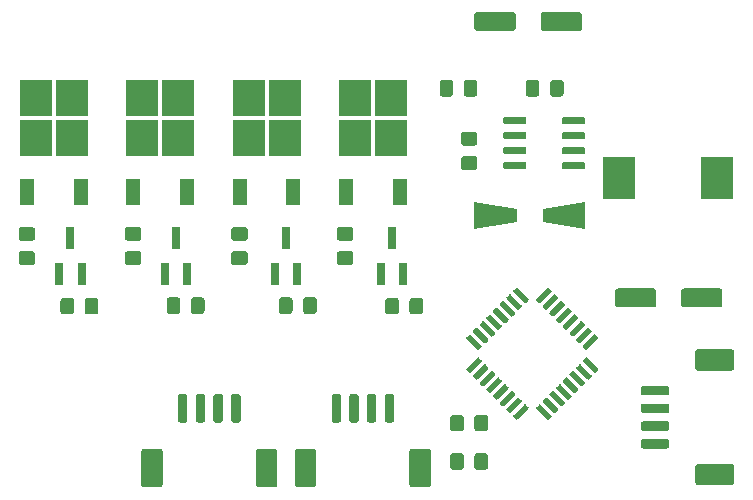
<source format=gbr>
G04 #@! TF.GenerationSoftware,KiCad,Pcbnew,(5.1.5)-3*
G04 #@! TF.CreationDate,2020-11-24T12:16:53+03:00*
G04 #@! TF.ProjectId,fast-pwm,66617374-2d70-4776-9d2e-6b696361645f,rev?*
G04 #@! TF.SameCoordinates,Original*
G04 #@! TF.FileFunction,Paste,Top*
G04 #@! TF.FilePolarity,Positive*
%FSLAX46Y46*%
G04 Gerber Fmt 4.6, Leading zero omitted, Abs format (unit mm)*
G04 Created by KiCad (PCBNEW (5.1.5)-3) date 2020-11-24 12:16:53*
%MOMM*%
%LPD*%
G04 APERTURE LIST*
%ADD10R,2.750000X3.050000*%
%ADD11R,1.200000X2.200000*%
%ADD12C,0.100000*%
%ADD13R,0.800000X1.900000*%
%ADD14R,2.700000X3.600000*%
G04 APERTURE END LIST*
D10*
X43375000Y-131825000D03*
X40325000Y-128475000D03*
X40325000Y-131825000D03*
X43375000Y-128475000D03*
D11*
X44130000Y-136450000D03*
X39570000Y-136450000D03*
D10*
X34375000Y-131825000D03*
X31325000Y-128475000D03*
X31325000Y-131825000D03*
X34375000Y-128475000D03*
D11*
X35130000Y-136450000D03*
X30570000Y-136450000D03*
D12*
G36*
X54824504Y-158151204D02*
G01*
X54848773Y-158154804D01*
X54872571Y-158160765D01*
X54895671Y-158169030D01*
X54917849Y-158179520D01*
X54938893Y-158192133D01*
X54958598Y-158206747D01*
X54976777Y-158223223D01*
X54993253Y-158241402D01*
X55007867Y-158261107D01*
X55020480Y-158282151D01*
X55030970Y-158304329D01*
X55039235Y-158327429D01*
X55045196Y-158351227D01*
X55048796Y-158375496D01*
X55050000Y-158400000D01*
X55050000Y-161200000D01*
X55048796Y-161224504D01*
X55045196Y-161248773D01*
X55039235Y-161272571D01*
X55030970Y-161295671D01*
X55020480Y-161317849D01*
X55007867Y-161338893D01*
X54993253Y-161358598D01*
X54976777Y-161376777D01*
X54958598Y-161393253D01*
X54938893Y-161407867D01*
X54917849Y-161420480D01*
X54895671Y-161430970D01*
X54872571Y-161439235D01*
X54848773Y-161445196D01*
X54824504Y-161448796D01*
X54800000Y-161450000D01*
X53500000Y-161450000D01*
X53475496Y-161448796D01*
X53451227Y-161445196D01*
X53427429Y-161439235D01*
X53404329Y-161430970D01*
X53382151Y-161420480D01*
X53361107Y-161407867D01*
X53341402Y-161393253D01*
X53323223Y-161376777D01*
X53306747Y-161358598D01*
X53292133Y-161338893D01*
X53279520Y-161317849D01*
X53269030Y-161295671D01*
X53260765Y-161272571D01*
X53254804Y-161248773D01*
X53251204Y-161224504D01*
X53250000Y-161200000D01*
X53250000Y-158400000D01*
X53251204Y-158375496D01*
X53254804Y-158351227D01*
X53260765Y-158327429D01*
X53269030Y-158304329D01*
X53279520Y-158282151D01*
X53292133Y-158261107D01*
X53306747Y-158241402D01*
X53323223Y-158223223D01*
X53341402Y-158206747D01*
X53361107Y-158192133D01*
X53382151Y-158179520D01*
X53404329Y-158169030D01*
X53427429Y-158160765D01*
X53451227Y-158154804D01*
X53475496Y-158151204D01*
X53500000Y-158150000D01*
X54800000Y-158150000D01*
X54824504Y-158151204D01*
G37*
G36*
X64524504Y-158151204D02*
G01*
X64548773Y-158154804D01*
X64572571Y-158160765D01*
X64595671Y-158169030D01*
X64617849Y-158179520D01*
X64638893Y-158192133D01*
X64658598Y-158206747D01*
X64676777Y-158223223D01*
X64693253Y-158241402D01*
X64707867Y-158261107D01*
X64720480Y-158282151D01*
X64730970Y-158304329D01*
X64739235Y-158327429D01*
X64745196Y-158351227D01*
X64748796Y-158375496D01*
X64750000Y-158400000D01*
X64750000Y-161200000D01*
X64748796Y-161224504D01*
X64745196Y-161248773D01*
X64739235Y-161272571D01*
X64730970Y-161295671D01*
X64720480Y-161317849D01*
X64707867Y-161338893D01*
X64693253Y-161358598D01*
X64676777Y-161376777D01*
X64658598Y-161393253D01*
X64638893Y-161407867D01*
X64617849Y-161420480D01*
X64595671Y-161430970D01*
X64572571Y-161439235D01*
X64548773Y-161445196D01*
X64524504Y-161448796D01*
X64500000Y-161450000D01*
X63200000Y-161450000D01*
X63175496Y-161448796D01*
X63151227Y-161445196D01*
X63127429Y-161439235D01*
X63104329Y-161430970D01*
X63082151Y-161420480D01*
X63061107Y-161407867D01*
X63041402Y-161393253D01*
X63023223Y-161376777D01*
X63006747Y-161358598D01*
X62992133Y-161338893D01*
X62979520Y-161317849D01*
X62969030Y-161295671D01*
X62960765Y-161272571D01*
X62954804Y-161248773D01*
X62951204Y-161224504D01*
X62950000Y-161200000D01*
X62950000Y-158400000D01*
X62951204Y-158375496D01*
X62954804Y-158351227D01*
X62960765Y-158327429D01*
X62969030Y-158304329D01*
X62979520Y-158282151D01*
X62992133Y-158261107D01*
X63006747Y-158241402D01*
X63023223Y-158223223D01*
X63041402Y-158206747D01*
X63061107Y-158192133D01*
X63082151Y-158179520D01*
X63104329Y-158169030D01*
X63127429Y-158160765D01*
X63151227Y-158154804D01*
X63175496Y-158151204D01*
X63200000Y-158150000D01*
X64500000Y-158150000D01*
X64524504Y-158151204D01*
G37*
G36*
X56969603Y-153550963D02*
G01*
X56989018Y-153553843D01*
X57008057Y-153558612D01*
X57026537Y-153565224D01*
X57044279Y-153573616D01*
X57061114Y-153583706D01*
X57076879Y-153595398D01*
X57091421Y-153608579D01*
X57104602Y-153623121D01*
X57116294Y-153638886D01*
X57126384Y-153655721D01*
X57134776Y-153673463D01*
X57141388Y-153691943D01*
X57146157Y-153710982D01*
X57149037Y-153730397D01*
X57150000Y-153750000D01*
X57150000Y-155750000D01*
X57149037Y-155769603D01*
X57146157Y-155789018D01*
X57141388Y-155808057D01*
X57134776Y-155826537D01*
X57126384Y-155844279D01*
X57116294Y-155861114D01*
X57104602Y-155876879D01*
X57091421Y-155891421D01*
X57076879Y-155904602D01*
X57061114Y-155916294D01*
X57044279Y-155926384D01*
X57026537Y-155934776D01*
X57008057Y-155941388D01*
X56989018Y-155946157D01*
X56969603Y-155949037D01*
X56950000Y-155950000D01*
X56550000Y-155950000D01*
X56530397Y-155949037D01*
X56510982Y-155946157D01*
X56491943Y-155941388D01*
X56473463Y-155934776D01*
X56455721Y-155926384D01*
X56438886Y-155916294D01*
X56423121Y-155904602D01*
X56408579Y-155891421D01*
X56395398Y-155876879D01*
X56383706Y-155861114D01*
X56373616Y-155844279D01*
X56365224Y-155826537D01*
X56358612Y-155808057D01*
X56353843Y-155789018D01*
X56350963Y-155769603D01*
X56350000Y-155750000D01*
X56350000Y-153750000D01*
X56350963Y-153730397D01*
X56353843Y-153710982D01*
X56358612Y-153691943D01*
X56365224Y-153673463D01*
X56373616Y-153655721D01*
X56383706Y-153638886D01*
X56395398Y-153623121D01*
X56408579Y-153608579D01*
X56423121Y-153595398D01*
X56438886Y-153583706D01*
X56455721Y-153573616D01*
X56473463Y-153565224D01*
X56491943Y-153558612D01*
X56510982Y-153553843D01*
X56530397Y-153550963D01*
X56550000Y-153550000D01*
X56950000Y-153550000D01*
X56969603Y-153550963D01*
G37*
G36*
X58469603Y-153550963D02*
G01*
X58489018Y-153553843D01*
X58508057Y-153558612D01*
X58526537Y-153565224D01*
X58544279Y-153573616D01*
X58561114Y-153583706D01*
X58576879Y-153595398D01*
X58591421Y-153608579D01*
X58604602Y-153623121D01*
X58616294Y-153638886D01*
X58626384Y-153655721D01*
X58634776Y-153673463D01*
X58641388Y-153691943D01*
X58646157Y-153710982D01*
X58649037Y-153730397D01*
X58650000Y-153750000D01*
X58650000Y-155750000D01*
X58649037Y-155769603D01*
X58646157Y-155789018D01*
X58641388Y-155808057D01*
X58634776Y-155826537D01*
X58626384Y-155844279D01*
X58616294Y-155861114D01*
X58604602Y-155876879D01*
X58591421Y-155891421D01*
X58576879Y-155904602D01*
X58561114Y-155916294D01*
X58544279Y-155926384D01*
X58526537Y-155934776D01*
X58508057Y-155941388D01*
X58489018Y-155946157D01*
X58469603Y-155949037D01*
X58450000Y-155950000D01*
X58050000Y-155950000D01*
X58030397Y-155949037D01*
X58010982Y-155946157D01*
X57991943Y-155941388D01*
X57973463Y-155934776D01*
X57955721Y-155926384D01*
X57938886Y-155916294D01*
X57923121Y-155904602D01*
X57908579Y-155891421D01*
X57895398Y-155876879D01*
X57883706Y-155861114D01*
X57873616Y-155844279D01*
X57865224Y-155826537D01*
X57858612Y-155808057D01*
X57853843Y-155789018D01*
X57850963Y-155769603D01*
X57850000Y-155750000D01*
X57850000Y-153750000D01*
X57850963Y-153730397D01*
X57853843Y-153710982D01*
X57858612Y-153691943D01*
X57865224Y-153673463D01*
X57873616Y-153655721D01*
X57883706Y-153638886D01*
X57895398Y-153623121D01*
X57908579Y-153608579D01*
X57923121Y-153595398D01*
X57938886Y-153583706D01*
X57955721Y-153573616D01*
X57973463Y-153565224D01*
X57991943Y-153558612D01*
X58010982Y-153553843D01*
X58030397Y-153550963D01*
X58050000Y-153550000D01*
X58450000Y-153550000D01*
X58469603Y-153550963D01*
G37*
G36*
X59969603Y-153550963D02*
G01*
X59989018Y-153553843D01*
X60008057Y-153558612D01*
X60026537Y-153565224D01*
X60044279Y-153573616D01*
X60061114Y-153583706D01*
X60076879Y-153595398D01*
X60091421Y-153608579D01*
X60104602Y-153623121D01*
X60116294Y-153638886D01*
X60126384Y-153655721D01*
X60134776Y-153673463D01*
X60141388Y-153691943D01*
X60146157Y-153710982D01*
X60149037Y-153730397D01*
X60150000Y-153750000D01*
X60150000Y-155750000D01*
X60149037Y-155769603D01*
X60146157Y-155789018D01*
X60141388Y-155808057D01*
X60134776Y-155826537D01*
X60126384Y-155844279D01*
X60116294Y-155861114D01*
X60104602Y-155876879D01*
X60091421Y-155891421D01*
X60076879Y-155904602D01*
X60061114Y-155916294D01*
X60044279Y-155926384D01*
X60026537Y-155934776D01*
X60008057Y-155941388D01*
X59989018Y-155946157D01*
X59969603Y-155949037D01*
X59950000Y-155950000D01*
X59550000Y-155950000D01*
X59530397Y-155949037D01*
X59510982Y-155946157D01*
X59491943Y-155941388D01*
X59473463Y-155934776D01*
X59455721Y-155926384D01*
X59438886Y-155916294D01*
X59423121Y-155904602D01*
X59408579Y-155891421D01*
X59395398Y-155876879D01*
X59383706Y-155861114D01*
X59373616Y-155844279D01*
X59365224Y-155826537D01*
X59358612Y-155808057D01*
X59353843Y-155789018D01*
X59350963Y-155769603D01*
X59350000Y-155750000D01*
X59350000Y-153750000D01*
X59350963Y-153730397D01*
X59353843Y-153710982D01*
X59358612Y-153691943D01*
X59365224Y-153673463D01*
X59373616Y-153655721D01*
X59383706Y-153638886D01*
X59395398Y-153623121D01*
X59408579Y-153608579D01*
X59423121Y-153595398D01*
X59438886Y-153583706D01*
X59455721Y-153573616D01*
X59473463Y-153565224D01*
X59491943Y-153558612D01*
X59510982Y-153553843D01*
X59530397Y-153550963D01*
X59550000Y-153550000D01*
X59950000Y-153550000D01*
X59969603Y-153550963D01*
G37*
G36*
X61469603Y-153550963D02*
G01*
X61489018Y-153553843D01*
X61508057Y-153558612D01*
X61526537Y-153565224D01*
X61544279Y-153573616D01*
X61561114Y-153583706D01*
X61576879Y-153595398D01*
X61591421Y-153608579D01*
X61604602Y-153623121D01*
X61616294Y-153638886D01*
X61626384Y-153655721D01*
X61634776Y-153673463D01*
X61641388Y-153691943D01*
X61646157Y-153710982D01*
X61649037Y-153730397D01*
X61650000Y-153750000D01*
X61650000Y-155750000D01*
X61649037Y-155769603D01*
X61646157Y-155789018D01*
X61641388Y-155808057D01*
X61634776Y-155826537D01*
X61626384Y-155844279D01*
X61616294Y-155861114D01*
X61604602Y-155876879D01*
X61591421Y-155891421D01*
X61576879Y-155904602D01*
X61561114Y-155916294D01*
X61544279Y-155926384D01*
X61526537Y-155934776D01*
X61508057Y-155941388D01*
X61489018Y-155946157D01*
X61469603Y-155949037D01*
X61450000Y-155950000D01*
X61050000Y-155950000D01*
X61030397Y-155949037D01*
X61010982Y-155946157D01*
X60991943Y-155941388D01*
X60973463Y-155934776D01*
X60955721Y-155926384D01*
X60938886Y-155916294D01*
X60923121Y-155904602D01*
X60908579Y-155891421D01*
X60895398Y-155876879D01*
X60883706Y-155861114D01*
X60873616Y-155844279D01*
X60865224Y-155826537D01*
X60858612Y-155808057D01*
X60853843Y-155789018D01*
X60850963Y-155769603D01*
X60850000Y-155750000D01*
X60850000Y-153750000D01*
X60850963Y-153730397D01*
X60853843Y-153710982D01*
X60858612Y-153691943D01*
X60865224Y-153673463D01*
X60873616Y-153655721D01*
X60883706Y-153638886D01*
X60895398Y-153623121D01*
X60908579Y-153608579D01*
X60923121Y-153595398D01*
X60938886Y-153583706D01*
X60955721Y-153573616D01*
X60973463Y-153565224D01*
X60991943Y-153558612D01*
X61010982Y-153553843D01*
X61030397Y-153550963D01*
X61050000Y-153550000D01*
X61450000Y-153550000D01*
X61469603Y-153550963D01*
G37*
G36*
X90224504Y-159451204D02*
G01*
X90248773Y-159454804D01*
X90272571Y-159460765D01*
X90295671Y-159469030D01*
X90317849Y-159479520D01*
X90338893Y-159492133D01*
X90358598Y-159506747D01*
X90376777Y-159523223D01*
X90393253Y-159541402D01*
X90407867Y-159561107D01*
X90420480Y-159582151D01*
X90430970Y-159604329D01*
X90439235Y-159627429D01*
X90445196Y-159651227D01*
X90448796Y-159675496D01*
X90450000Y-159700000D01*
X90450000Y-161000000D01*
X90448796Y-161024504D01*
X90445196Y-161048773D01*
X90439235Y-161072571D01*
X90430970Y-161095671D01*
X90420480Y-161117849D01*
X90407867Y-161138893D01*
X90393253Y-161158598D01*
X90376777Y-161176777D01*
X90358598Y-161193253D01*
X90338893Y-161207867D01*
X90317849Y-161220480D01*
X90295671Y-161230970D01*
X90272571Y-161239235D01*
X90248773Y-161245196D01*
X90224504Y-161248796D01*
X90200000Y-161250000D01*
X87400000Y-161250000D01*
X87375496Y-161248796D01*
X87351227Y-161245196D01*
X87327429Y-161239235D01*
X87304329Y-161230970D01*
X87282151Y-161220480D01*
X87261107Y-161207867D01*
X87241402Y-161193253D01*
X87223223Y-161176777D01*
X87206747Y-161158598D01*
X87192133Y-161138893D01*
X87179520Y-161117849D01*
X87169030Y-161095671D01*
X87160765Y-161072571D01*
X87154804Y-161048773D01*
X87151204Y-161024504D01*
X87150000Y-161000000D01*
X87150000Y-159700000D01*
X87151204Y-159675496D01*
X87154804Y-159651227D01*
X87160765Y-159627429D01*
X87169030Y-159604329D01*
X87179520Y-159582151D01*
X87192133Y-159561107D01*
X87206747Y-159541402D01*
X87223223Y-159523223D01*
X87241402Y-159506747D01*
X87261107Y-159492133D01*
X87282151Y-159479520D01*
X87304329Y-159469030D01*
X87327429Y-159460765D01*
X87351227Y-159454804D01*
X87375496Y-159451204D01*
X87400000Y-159450000D01*
X90200000Y-159450000D01*
X90224504Y-159451204D01*
G37*
G36*
X90224504Y-149751204D02*
G01*
X90248773Y-149754804D01*
X90272571Y-149760765D01*
X90295671Y-149769030D01*
X90317849Y-149779520D01*
X90338893Y-149792133D01*
X90358598Y-149806747D01*
X90376777Y-149823223D01*
X90393253Y-149841402D01*
X90407867Y-149861107D01*
X90420480Y-149882151D01*
X90430970Y-149904329D01*
X90439235Y-149927429D01*
X90445196Y-149951227D01*
X90448796Y-149975496D01*
X90450000Y-150000000D01*
X90450000Y-151300000D01*
X90448796Y-151324504D01*
X90445196Y-151348773D01*
X90439235Y-151372571D01*
X90430970Y-151395671D01*
X90420480Y-151417849D01*
X90407867Y-151438893D01*
X90393253Y-151458598D01*
X90376777Y-151476777D01*
X90358598Y-151493253D01*
X90338893Y-151507867D01*
X90317849Y-151520480D01*
X90295671Y-151530970D01*
X90272571Y-151539235D01*
X90248773Y-151545196D01*
X90224504Y-151548796D01*
X90200000Y-151550000D01*
X87400000Y-151550000D01*
X87375496Y-151548796D01*
X87351227Y-151545196D01*
X87327429Y-151539235D01*
X87304329Y-151530970D01*
X87282151Y-151520480D01*
X87261107Y-151507867D01*
X87241402Y-151493253D01*
X87223223Y-151476777D01*
X87206747Y-151458598D01*
X87192133Y-151438893D01*
X87179520Y-151417849D01*
X87169030Y-151395671D01*
X87160765Y-151372571D01*
X87154804Y-151348773D01*
X87151204Y-151324504D01*
X87150000Y-151300000D01*
X87150000Y-150000000D01*
X87151204Y-149975496D01*
X87154804Y-149951227D01*
X87160765Y-149927429D01*
X87169030Y-149904329D01*
X87179520Y-149882151D01*
X87192133Y-149861107D01*
X87206747Y-149841402D01*
X87223223Y-149823223D01*
X87241402Y-149806747D01*
X87261107Y-149792133D01*
X87282151Y-149779520D01*
X87304329Y-149769030D01*
X87327429Y-149760765D01*
X87351227Y-149754804D01*
X87375496Y-149751204D01*
X87400000Y-149750000D01*
X90200000Y-149750000D01*
X90224504Y-149751204D01*
G37*
G36*
X84769603Y-157350963D02*
G01*
X84789018Y-157353843D01*
X84808057Y-157358612D01*
X84826537Y-157365224D01*
X84844279Y-157373616D01*
X84861114Y-157383706D01*
X84876879Y-157395398D01*
X84891421Y-157408579D01*
X84904602Y-157423121D01*
X84916294Y-157438886D01*
X84926384Y-157455721D01*
X84934776Y-157473463D01*
X84941388Y-157491943D01*
X84946157Y-157510982D01*
X84949037Y-157530397D01*
X84950000Y-157550000D01*
X84950000Y-157950000D01*
X84949037Y-157969603D01*
X84946157Y-157989018D01*
X84941388Y-158008057D01*
X84934776Y-158026537D01*
X84926384Y-158044279D01*
X84916294Y-158061114D01*
X84904602Y-158076879D01*
X84891421Y-158091421D01*
X84876879Y-158104602D01*
X84861114Y-158116294D01*
X84844279Y-158126384D01*
X84826537Y-158134776D01*
X84808057Y-158141388D01*
X84789018Y-158146157D01*
X84769603Y-158149037D01*
X84750000Y-158150000D01*
X82750000Y-158150000D01*
X82730397Y-158149037D01*
X82710982Y-158146157D01*
X82691943Y-158141388D01*
X82673463Y-158134776D01*
X82655721Y-158126384D01*
X82638886Y-158116294D01*
X82623121Y-158104602D01*
X82608579Y-158091421D01*
X82595398Y-158076879D01*
X82583706Y-158061114D01*
X82573616Y-158044279D01*
X82565224Y-158026537D01*
X82558612Y-158008057D01*
X82553843Y-157989018D01*
X82550963Y-157969603D01*
X82550000Y-157950000D01*
X82550000Y-157550000D01*
X82550963Y-157530397D01*
X82553843Y-157510982D01*
X82558612Y-157491943D01*
X82565224Y-157473463D01*
X82573616Y-157455721D01*
X82583706Y-157438886D01*
X82595398Y-157423121D01*
X82608579Y-157408579D01*
X82623121Y-157395398D01*
X82638886Y-157383706D01*
X82655721Y-157373616D01*
X82673463Y-157365224D01*
X82691943Y-157358612D01*
X82710982Y-157353843D01*
X82730397Y-157350963D01*
X82750000Y-157350000D01*
X84750000Y-157350000D01*
X84769603Y-157350963D01*
G37*
G36*
X84769603Y-155850963D02*
G01*
X84789018Y-155853843D01*
X84808057Y-155858612D01*
X84826537Y-155865224D01*
X84844279Y-155873616D01*
X84861114Y-155883706D01*
X84876879Y-155895398D01*
X84891421Y-155908579D01*
X84904602Y-155923121D01*
X84916294Y-155938886D01*
X84926384Y-155955721D01*
X84934776Y-155973463D01*
X84941388Y-155991943D01*
X84946157Y-156010982D01*
X84949037Y-156030397D01*
X84950000Y-156050000D01*
X84950000Y-156450000D01*
X84949037Y-156469603D01*
X84946157Y-156489018D01*
X84941388Y-156508057D01*
X84934776Y-156526537D01*
X84926384Y-156544279D01*
X84916294Y-156561114D01*
X84904602Y-156576879D01*
X84891421Y-156591421D01*
X84876879Y-156604602D01*
X84861114Y-156616294D01*
X84844279Y-156626384D01*
X84826537Y-156634776D01*
X84808057Y-156641388D01*
X84789018Y-156646157D01*
X84769603Y-156649037D01*
X84750000Y-156650000D01*
X82750000Y-156650000D01*
X82730397Y-156649037D01*
X82710982Y-156646157D01*
X82691943Y-156641388D01*
X82673463Y-156634776D01*
X82655721Y-156626384D01*
X82638886Y-156616294D01*
X82623121Y-156604602D01*
X82608579Y-156591421D01*
X82595398Y-156576879D01*
X82583706Y-156561114D01*
X82573616Y-156544279D01*
X82565224Y-156526537D01*
X82558612Y-156508057D01*
X82553843Y-156489018D01*
X82550963Y-156469603D01*
X82550000Y-156450000D01*
X82550000Y-156050000D01*
X82550963Y-156030397D01*
X82553843Y-156010982D01*
X82558612Y-155991943D01*
X82565224Y-155973463D01*
X82573616Y-155955721D01*
X82583706Y-155938886D01*
X82595398Y-155923121D01*
X82608579Y-155908579D01*
X82623121Y-155895398D01*
X82638886Y-155883706D01*
X82655721Y-155873616D01*
X82673463Y-155865224D01*
X82691943Y-155858612D01*
X82710982Y-155853843D01*
X82730397Y-155850963D01*
X82750000Y-155850000D01*
X84750000Y-155850000D01*
X84769603Y-155850963D01*
G37*
G36*
X84769603Y-154350963D02*
G01*
X84789018Y-154353843D01*
X84808057Y-154358612D01*
X84826537Y-154365224D01*
X84844279Y-154373616D01*
X84861114Y-154383706D01*
X84876879Y-154395398D01*
X84891421Y-154408579D01*
X84904602Y-154423121D01*
X84916294Y-154438886D01*
X84926384Y-154455721D01*
X84934776Y-154473463D01*
X84941388Y-154491943D01*
X84946157Y-154510982D01*
X84949037Y-154530397D01*
X84950000Y-154550000D01*
X84950000Y-154950000D01*
X84949037Y-154969603D01*
X84946157Y-154989018D01*
X84941388Y-155008057D01*
X84934776Y-155026537D01*
X84926384Y-155044279D01*
X84916294Y-155061114D01*
X84904602Y-155076879D01*
X84891421Y-155091421D01*
X84876879Y-155104602D01*
X84861114Y-155116294D01*
X84844279Y-155126384D01*
X84826537Y-155134776D01*
X84808057Y-155141388D01*
X84789018Y-155146157D01*
X84769603Y-155149037D01*
X84750000Y-155150000D01*
X82750000Y-155150000D01*
X82730397Y-155149037D01*
X82710982Y-155146157D01*
X82691943Y-155141388D01*
X82673463Y-155134776D01*
X82655721Y-155126384D01*
X82638886Y-155116294D01*
X82623121Y-155104602D01*
X82608579Y-155091421D01*
X82595398Y-155076879D01*
X82583706Y-155061114D01*
X82573616Y-155044279D01*
X82565224Y-155026537D01*
X82558612Y-155008057D01*
X82553843Y-154989018D01*
X82550963Y-154969603D01*
X82550000Y-154950000D01*
X82550000Y-154550000D01*
X82550963Y-154530397D01*
X82553843Y-154510982D01*
X82558612Y-154491943D01*
X82565224Y-154473463D01*
X82573616Y-154455721D01*
X82583706Y-154438886D01*
X82595398Y-154423121D01*
X82608579Y-154408579D01*
X82623121Y-154395398D01*
X82638886Y-154383706D01*
X82655721Y-154373616D01*
X82673463Y-154365224D01*
X82691943Y-154358612D01*
X82710982Y-154353843D01*
X82730397Y-154350963D01*
X82750000Y-154350000D01*
X84750000Y-154350000D01*
X84769603Y-154350963D01*
G37*
G36*
X84769603Y-152850963D02*
G01*
X84789018Y-152853843D01*
X84808057Y-152858612D01*
X84826537Y-152865224D01*
X84844279Y-152873616D01*
X84861114Y-152883706D01*
X84876879Y-152895398D01*
X84891421Y-152908579D01*
X84904602Y-152923121D01*
X84916294Y-152938886D01*
X84926384Y-152955721D01*
X84934776Y-152973463D01*
X84941388Y-152991943D01*
X84946157Y-153010982D01*
X84949037Y-153030397D01*
X84950000Y-153050000D01*
X84950000Y-153450000D01*
X84949037Y-153469603D01*
X84946157Y-153489018D01*
X84941388Y-153508057D01*
X84934776Y-153526537D01*
X84926384Y-153544279D01*
X84916294Y-153561114D01*
X84904602Y-153576879D01*
X84891421Y-153591421D01*
X84876879Y-153604602D01*
X84861114Y-153616294D01*
X84844279Y-153626384D01*
X84826537Y-153634776D01*
X84808057Y-153641388D01*
X84789018Y-153646157D01*
X84769603Y-153649037D01*
X84750000Y-153650000D01*
X82750000Y-153650000D01*
X82730397Y-153649037D01*
X82710982Y-153646157D01*
X82691943Y-153641388D01*
X82673463Y-153634776D01*
X82655721Y-153626384D01*
X82638886Y-153616294D01*
X82623121Y-153604602D01*
X82608579Y-153591421D01*
X82595398Y-153576879D01*
X82583706Y-153561114D01*
X82573616Y-153544279D01*
X82565224Y-153526537D01*
X82558612Y-153508057D01*
X82553843Y-153489018D01*
X82550963Y-153469603D01*
X82550000Y-153450000D01*
X82550000Y-153050000D01*
X82550963Y-153030397D01*
X82553843Y-153010982D01*
X82558612Y-152991943D01*
X82565224Y-152973463D01*
X82573616Y-152955721D01*
X82583706Y-152938886D01*
X82595398Y-152923121D01*
X82608579Y-152908579D01*
X82623121Y-152895398D01*
X82638886Y-152883706D01*
X82655721Y-152873616D01*
X82673463Y-152865224D01*
X82691943Y-152858612D01*
X82710982Y-152853843D01*
X82730397Y-152850963D01*
X82750000Y-152850000D01*
X84750000Y-152850000D01*
X84769603Y-152850963D01*
G37*
G36*
X41824504Y-158151204D02*
G01*
X41848773Y-158154804D01*
X41872571Y-158160765D01*
X41895671Y-158169030D01*
X41917849Y-158179520D01*
X41938893Y-158192133D01*
X41958598Y-158206747D01*
X41976777Y-158223223D01*
X41993253Y-158241402D01*
X42007867Y-158261107D01*
X42020480Y-158282151D01*
X42030970Y-158304329D01*
X42039235Y-158327429D01*
X42045196Y-158351227D01*
X42048796Y-158375496D01*
X42050000Y-158400000D01*
X42050000Y-161200000D01*
X42048796Y-161224504D01*
X42045196Y-161248773D01*
X42039235Y-161272571D01*
X42030970Y-161295671D01*
X42020480Y-161317849D01*
X42007867Y-161338893D01*
X41993253Y-161358598D01*
X41976777Y-161376777D01*
X41958598Y-161393253D01*
X41938893Y-161407867D01*
X41917849Y-161420480D01*
X41895671Y-161430970D01*
X41872571Y-161439235D01*
X41848773Y-161445196D01*
X41824504Y-161448796D01*
X41800000Y-161450000D01*
X40500000Y-161450000D01*
X40475496Y-161448796D01*
X40451227Y-161445196D01*
X40427429Y-161439235D01*
X40404329Y-161430970D01*
X40382151Y-161420480D01*
X40361107Y-161407867D01*
X40341402Y-161393253D01*
X40323223Y-161376777D01*
X40306747Y-161358598D01*
X40292133Y-161338893D01*
X40279520Y-161317849D01*
X40269030Y-161295671D01*
X40260765Y-161272571D01*
X40254804Y-161248773D01*
X40251204Y-161224504D01*
X40250000Y-161200000D01*
X40250000Y-158400000D01*
X40251204Y-158375496D01*
X40254804Y-158351227D01*
X40260765Y-158327429D01*
X40269030Y-158304329D01*
X40279520Y-158282151D01*
X40292133Y-158261107D01*
X40306747Y-158241402D01*
X40323223Y-158223223D01*
X40341402Y-158206747D01*
X40361107Y-158192133D01*
X40382151Y-158179520D01*
X40404329Y-158169030D01*
X40427429Y-158160765D01*
X40451227Y-158154804D01*
X40475496Y-158151204D01*
X40500000Y-158150000D01*
X41800000Y-158150000D01*
X41824504Y-158151204D01*
G37*
G36*
X51524504Y-158151204D02*
G01*
X51548773Y-158154804D01*
X51572571Y-158160765D01*
X51595671Y-158169030D01*
X51617849Y-158179520D01*
X51638893Y-158192133D01*
X51658598Y-158206747D01*
X51676777Y-158223223D01*
X51693253Y-158241402D01*
X51707867Y-158261107D01*
X51720480Y-158282151D01*
X51730970Y-158304329D01*
X51739235Y-158327429D01*
X51745196Y-158351227D01*
X51748796Y-158375496D01*
X51750000Y-158400000D01*
X51750000Y-161200000D01*
X51748796Y-161224504D01*
X51745196Y-161248773D01*
X51739235Y-161272571D01*
X51730970Y-161295671D01*
X51720480Y-161317849D01*
X51707867Y-161338893D01*
X51693253Y-161358598D01*
X51676777Y-161376777D01*
X51658598Y-161393253D01*
X51638893Y-161407867D01*
X51617849Y-161420480D01*
X51595671Y-161430970D01*
X51572571Y-161439235D01*
X51548773Y-161445196D01*
X51524504Y-161448796D01*
X51500000Y-161450000D01*
X50200000Y-161450000D01*
X50175496Y-161448796D01*
X50151227Y-161445196D01*
X50127429Y-161439235D01*
X50104329Y-161430970D01*
X50082151Y-161420480D01*
X50061107Y-161407867D01*
X50041402Y-161393253D01*
X50023223Y-161376777D01*
X50006747Y-161358598D01*
X49992133Y-161338893D01*
X49979520Y-161317849D01*
X49969030Y-161295671D01*
X49960765Y-161272571D01*
X49954804Y-161248773D01*
X49951204Y-161224504D01*
X49950000Y-161200000D01*
X49950000Y-158400000D01*
X49951204Y-158375496D01*
X49954804Y-158351227D01*
X49960765Y-158327429D01*
X49969030Y-158304329D01*
X49979520Y-158282151D01*
X49992133Y-158261107D01*
X50006747Y-158241402D01*
X50023223Y-158223223D01*
X50041402Y-158206747D01*
X50061107Y-158192133D01*
X50082151Y-158179520D01*
X50104329Y-158169030D01*
X50127429Y-158160765D01*
X50151227Y-158154804D01*
X50175496Y-158151204D01*
X50200000Y-158150000D01*
X51500000Y-158150000D01*
X51524504Y-158151204D01*
G37*
G36*
X43969603Y-153550963D02*
G01*
X43989018Y-153553843D01*
X44008057Y-153558612D01*
X44026537Y-153565224D01*
X44044279Y-153573616D01*
X44061114Y-153583706D01*
X44076879Y-153595398D01*
X44091421Y-153608579D01*
X44104602Y-153623121D01*
X44116294Y-153638886D01*
X44126384Y-153655721D01*
X44134776Y-153673463D01*
X44141388Y-153691943D01*
X44146157Y-153710982D01*
X44149037Y-153730397D01*
X44150000Y-153750000D01*
X44150000Y-155750000D01*
X44149037Y-155769603D01*
X44146157Y-155789018D01*
X44141388Y-155808057D01*
X44134776Y-155826537D01*
X44126384Y-155844279D01*
X44116294Y-155861114D01*
X44104602Y-155876879D01*
X44091421Y-155891421D01*
X44076879Y-155904602D01*
X44061114Y-155916294D01*
X44044279Y-155926384D01*
X44026537Y-155934776D01*
X44008057Y-155941388D01*
X43989018Y-155946157D01*
X43969603Y-155949037D01*
X43950000Y-155950000D01*
X43550000Y-155950000D01*
X43530397Y-155949037D01*
X43510982Y-155946157D01*
X43491943Y-155941388D01*
X43473463Y-155934776D01*
X43455721Y-155926384D01*
X43438886Y-155916294D01*
X43423121Y-155904602D01*
X43408579Y-155891421D01*
X43395398Y-155876879D01*
X43383706Y-155861114D01*
X43373616Y-155844279D01*
X43365224Y-155826537D01*
X43358612Y-155808057D01*
X43353843Y-155789018D01*
X43350963Y-155769603D01*
X43350000Y-155750000D01*
X43350000Y-153750000D01*
X43350963Y-153730397D01*
X43353843Y-153710982D01*
X43358612Y-153691943D01*
X43365224Y-153673463D01*
X43373616Y-153655721D01*
X43383706Y-153638886D01*
X43395398Y-153623121D01*
X43408579Y-153608579D01*
X43423121Y-153595398D01*
X43438886Y-153583706D01*
X43455721Y-153573616D01*
X43473463Y-153565224D01*
X43491943Y-153558612D01*
X43510982Y-153553843D01*
X43530397Y-153550963D01*
X43550000Y-153550000D01*
X43950000Y-153550000D01*
X43969603Y-153550963D01*
G37*
G36*
X45469603Y-153550963D02*
G01*
X45489018Y-153553843D01*
X45508057Y-153558612D01*
X45526537Y-153565224D01*
X45544279Y-153573616D01*
X45561114Y-153583706D01*
X45576879Y-153595398D01*
X45591421Y-153608579D01*
X45604602Y-153623121D01*
X45616294Y-153638886D01*
X45626384Y-153655721D01*
X45634776Y-153673463D01*
X45641388Y-153691943D01*
X45646157Y-153710982D01*
X45649037Y-153730397D01*
X45650000Y-153750000D01*
X45650000Y-155750000D01*
X45649037Y-155769603D01*
X45646157Y-155789018D01*
X45641388Y-155808057D01*
X45634776Y-155826537D01*
X45626384Y-155844279D01*
X45616294Y-155861114D01*
X45604602Y-155876879D01*
X45591421Y-155891421D01*
X45576879Y-155904602D01*
X45561114Y-155916294D01*
X45544279Y-155926384D01*
X45526537Y-155934776D01*
X45508057Y-155941388D01*
X45489018Y-155946157D01*
X45469603Y-155949037D01*
X45450000Y-155950000D01*
X45050000Y-155950000D01*
X45030397Y-155949037D01*
X45010982Y-155946157D01*
X44991943Y-155941388D01*
X44973463Y-155934776D01*
X44955721Y-155926384D01*
X44938886Y-155916294D01*
X44923121Y-155904602D01*
X44908579Y-155891421D01*
X44895398Y-155876879D01*
X44883706Y-155861114D01*
X44873616Y-155844279D01*
X44865224Y-155826537D01*
X44858612Y-155808057D01*
X44853843Y-155789018D01*
X44850963Y-155769603D01*
X44850000Y-155750000D01*
X44850000Y-153750000D01*
X44850963Y-153730397D01*
X44853843Y-153710982D01*
X44858612Y-153691943D01*
X44865224Y-153673463D01*
X44873616Y-153655721D01*
X44883706Y-153638886D01*
X44895398Y-153623121D01*
X44908579Y-153608579D01*
X44923121Y-153595398D01*
X44938886Y-153583706D01*
X44955721Y-153573616D01*
X44973463Y-153565224D01*
X44991943Y-153558612D01*
X45010982Y-153553843D01*
X45030397Y-153550963D01*
X45050000Y-153550000D01*
X45450000Y-153550000D01*
X45469603Y-153550963D01*
G37*
G36*
X46969603Y-153550963D02*
G01*
X46989018Y-153553843D01*
X47008057Y-153558612D01*
X47026537Y-153565224D01*
X47044279Y-153573616D01*
X47061114Y-153583706D01*
X47076879Y-153595398D01*
X47091421Y-153608579D01*
X47104602Y-153623121D01*
X47116294Y-153638886D01*
X47126384Y-153655721D01*
X47134776Y-153673463D01*
X47141388Y-153691943D01*
X47146157Y-153710982D01*
X47149037Y-153730397D01*
X47150000Y-153750000D01*
X47150000Y-155750000D01*
X47149037Y-155769603D01*
X47146157Y-155789018D01*
X47141388Y-155808057D01*
X47134776Y-155826537D01*
X47126384Y-155844279D01*
X47116294Y-155861114D01*
X47104602Y-155876879D01*
X47091421Y-155891421D01*
X47076879Y-155904602D01*
X47061114Y-155916294D01*
X47044279Y-155926384D01*
X47026537Y-155934776D01*
X47008057Y-155941388D01*
X46989018Y-155946157D01*
X46969603Y-155949037D01*
X46950000Y-155950000D01*
X46550000Y-155950000D01*
X46530397Y-155949037D01*
X46510982Y-155946157D01*
X46491943Y-155941388D01*
X46473463Y-155934776D01*
X46455721Y-155926384D01*
X46438886Y-155916294D01*
X46423121Y-155904602D01*
X46408579Y-155891421D01*
X46395398Y-155876879D01*
X46383706Y-155861114D01*
X46373616Y-155844279D01*
X46365224Y-155826537D01*
X46358612Y-155808057D01*
X46353843Y-155789018D01*
X46350963Y-155769603D01*
X46350000Y-155750000D01*
X46350000Y-153750000D01*
X46350963Y-153730397D01*
X46353843Y-153710982D01*
X46358612Y-153691943D01*
X46365224Y-153673463D01*
X46373616Y-153655721D01*
X46383706Y-153638886D01*
X46395398Y-153623121D01*
X46408579Y-153608579D01*
X46423121Y-153595398D01*
X46438886Y-153583706D01*
X46455721Y-153573616D01*
X46473463Y-153565224D01*
X46491943Y-153558612D01*
X46510982Y-153553843D01*
X46530397Y-153550963D01*
X46550000Y-153550000D01*
X46950000Y-153550000D01*
X46969603Y-153550963D01*
G37*
G36*
X48469603Y-153550963D02*
G01*
X48489018Y-153553843D01*
X48508057Y-153558612D01*
X48526537Y-153565224D01*
X48544279Y-153573616D01*
X48561114Y-153583706D01*
X48576879Y-153595398D01*
X48591421Y-153608579D01*
X48604602Y-153623121D01*
X48616294Y-153638886D01*
X48626384Y-153655721D01*
X48634776Y-153673463D01*
X48641388Y-153691943D01*
X48646157Y-153710982D01*
X48649037Y-153730397D01*
X48650000Y-153750000D01*
X48650000Y-155750000D01*
X48649037Y-155769603D01*
X48646157Y-155789018D01*
X48641388Y-155808057D01*
X48634776Y-155826537D01*
X48626384Y-155844279D01*
X48616294Y-155861114D01*
X48604602Y-155876879D01*
X48591421Y-155891421D01*
X48576879Y-155904602D01*
X48561114Y-155916294D01*
X48544279Y-155926384D01*
X48526537Y-155934776D01*
X48508057Y-155941388D01*
X48489018Y-155946157D01*
X48469603Y-155949037D01*
X48450000Y-155950000D01*
X48050000Y-155950000D01*
X48030397Y-155949037D01*
X48010982Y-155946157D01*
X47991943Y-155941388D01*
X47973463Y-155934776D01*
X47955721Y-155926384D01*
X47938886Y-155916294D01*
X47923121Y-155904602D01*
X47908579Y-155891421D01*
X47895398Y-155876879D01*
X47883706Y-155861114D01*
X47873616Y-155844279D01*
X47865224Y-155826537D01*
X47858612Y-155808057D01*
X47853843Y-155789018D01*
X47850963Y-155769603D01*
X47850000Y-155750000D01*
X47850000Y-153750000D01*
X47850963Y-153730397D01*
X47853843Y-153710982D01*
X47858612Y-153691943D01*
X47865224Y-153673463D01*
X47873616Y-153655721D01*
X47883706Y-153638886D01*
X47895398Y-153623121D01*
X47908579Y-153608579D01*
X47923121Y-153595398D01*
X47938886Y-153583706D01*
X47955721Y-153573616D01*
X47973463Y-153565224D01*
X47991943Y-153558612D01*
X48010982Y-153553843D01*
X48030397Y-153550963D01*
X48050000Y-153550000D01*
X48450000Y-153550000D01*
X48469603Y-153550963D01*
G37*
G36*
X89224504Y-144601204D02*
G01*
X89248773Y-144604804D01*
X89272571Y-144610765D01*
X89295671Y-144619030D01*
X89317849Y-144629520D01*
X89338893Y-144642133D01*
X89358598Y-144656747D01*
X89376777Y-144673223D01*
X89393253Y-144691402D01*
X89407867Y-144711107D01*
X89420480Y-144732151D01*
X89430970Y-144754329D01*
X89439235Y-144777429D01*
X89445196Y-144801227D01*
X89448796Y-144825496D01*
X89450000Y-144850000D01*
X89450000Y-145950000D01*
X89448796Y-145974504D01*
X89445196Y-145998773D01*
X89439235Y-146022571D01*
X89430970Y-146045671D01*
X89420480Y-146067849D01*
X89407867Y-146088893D01*
X89393253Y-146108598D01*
X89376777Y-146126777D01*
X89358598Y-146143253D01*
X89338893Y-146157867D01*
X89317849Y-146170480D01*
X89295671Y-146180970D01*
X89272571Y-146189235D01*
X89248773Y-146195196D01*
X89224504Y-146198796D01*
X89200000Y-146200000D01*
X86200000Y-146200000D01*
X86175496Y-146198796D01*
X86151227Y-146195196D01*
X86127429Y-146189235D01*
X86104329Y-146180970D01*
X86082151Y-146170480D01*
X86061107Y-146157867D01*
X86041402Y-146143253D01*
X86023223Y-146126777D01*
X86006747Y-146108598D01*
X85992133Y-146088893D01*
X85979520Y-146067849D01*
X85969030Y-146045671D01*
X85960765Y-146022571D01*
X85954804Y-145998773D01*
X85951204Y-145974504D01*
X85950000Y-145950000D01*
X85950000Y-144850000D01*
X85951204Y-144825496D01*
X85954804Y-144801227D01*
X85960765Y-144777429D01*
X85969030Y-144754329D01*
X85979520Y-144732151D01*
X85992133Y-144711107D01*
X86006747Y-144691402D01*
X86023223Y-144673223D01*
X86041402Y-144656747D01*
X86061107Y-144642133D01*
X86082151Y-144629520D01*
X86104329Y-144619030D01*
X86127429Y-144610765D01*
X86151227Y-144604804D01*
X86175496Y-144601204D01*
X86200000Y-144600000D01*
X89200000Y-144600000D01*
X89224504Y-144601204D01*
G37*
G36*
X83624504Y-144601204D02*
G01*
X83648773Y-144604804D01*
X83672571Y-144610765D01*
X83695671Y-144619030D01*
X83717849Y-144629520D01*
X83738893Y-144642133D01*
X83758598Y-144656747D01*
X83776777Y-144673223D01*
X83793253Y-144691402D01*
X83807867Y-144711107D01*
X83820480Y-144732151D01*
X83830970Y-144754329D01*
X83839235Y-144777429D01*
X83845196Y-144801227D01*
X83848796Y-144825496D01*
X83850000Y-144850000D01*
X83850000Y-145950000D01*
X83848796Y-145974504D01*
X83845196Y-145998773D01*
X83839235Y-146022571D01*
X83830970Y-146045671D01*
X83820480Y-146067849D01*
X83807867Y-146088893D01*
X83793253Y-146108598D01*
X83776777Y-146126777D01*
X83758598Y-146143253D01*
X83738893Y-146157867D01*
X83717849Y-146170480D01*
X83695671Y-146180970D01*
X83672571Y-146189235D01*
X83648773Y-146195196D01*
X83624504Y-146198796D01*
X83600000Y-146200000D01*
X80600000Y-146200000D01*
X80575496Y-146198796D01*
X80551227Y-146195196D01*
X80527429Y-146189235D01*
X80504329Y-146180970D01*
X80482151Y-146170480D01*
X80461107Y-146157867D01*
X80441402Y-146143253D01*
X80423223Y-146126777D01*
X80406747Y-146108598D01*
X80392133Y-146088893D01*
X80379520Y-146067849D01*
X80369030Y-146045671D01*
X80360765Y-146022571D01*
X80354804Y-145998773D01*
X80351204Y-145974504D01*
X80350000Y-145950000D01*
X80350000Y-144850000D01*
X80351204Y-144825496D01*
X80354804Y-144801227D01*
X80360765Y-144777429D01*
X80369030Y-144754329D01*
X80379520Y-144732151D01*
X80392133Y-144711107D01*
X80406747Y-144691402D01*
X80423223Y-144673223D01*
X80441402Y-144656747D01*
X80461107Y-144642133D01*
X80482151Y-144629520D01*
X80504329Y-144619030D01*
X80527429Y-144610765D01*
X80551227Y-144604804D01*
X80575496Y-144601204D01*
X80600000Y-144600000D01*
X83600000Y-144600000D01*
X83624504Y-144601204D01*
G37*
G36*
X77324504Y-121201204D02*
G01*
X77348773Y-121204804D01*
X77372571Y-121210765D01*
X77395671Y-121219030D01*
X77417849Y-121229520D01*
X77438893Y-121242133D01*
X77458598Y-121256747D01*
X77476777Y-121273223D01*
X77493253Y-121291402D01*
X77507867Y-121311107D01*
X77520480Y-121332151D01*
X77530970Y-121354329D01*
X77539235Y-121377429D01*
X77545196Y-121401227D01*
X77548796Y-121425496D01*
X77550000Y-121450000D01*
X77550000Y-122550000D01*
X77548796Y-122574504D01*
X77545196Y-122598773D01*
X77539235Y-122622571D01*
X77530970Y-122645671D01*
X77520480Y-122667849D01*
X77507867Y-122688893D01*
X77493253Y-122708598D01*
X77476777Y-122726777D01*
X77458598Y-122743253D01*
X77438893Y-122757867D01*
X77417849Y-122770480D01*
X77395671Y-122780970D01*
X77372571Y-122789235D01*
X77348773Y-122795196D01*
X77324504Y-122798796D01*
X77300000Y-122800000D01*
X74300000Y-122800000D01*
X74275496Y-122798796D01*
X74251227Y-122795196D01*
X74227429Y-122789235D01*
X74204329Y-122780970D01*
X74182151Y-122770480D01*
X74161107Y-122757867D01*
X74141402Y-122743253D01*
X74123223Y-122726777D01*
X74106747Y-122708598D01*
X74092133Y-122688893D01*
X74079520Y-122667849D01*
X74069030Y-122645671D01*
X74060765Y-122622571D01*
X74054804Y-122598773D01*
X74051204Y-122574504D01*
X74050000Y-122550000D01*
X74050000Y-121450000D01*
X74051204Y-121425496D01*
X74054804Y-121401227D01*
X74060765Y-121377429D01*
X74069030Y-121354329D01*
X74079520Y-121332151D01*
X74092133Y-121311107D01*
X74106747Y-121291402D01*
X74123223Y-121273223D01*
X74141402Y-121256747D01*
X74161107Y-121242133D01*
X74182151Y-121229520D01*
X74204329Y-121219030D01*
X74227429Y-121210765D01*
X74251227Y-121204804D01*
X74275496Y-121201204D01*
X74300000Y-121200000D01*
X77300000Y-121200000D01*
X77324504Y-121201204D01*
G37*
G36*
X71724504Y-121201204D02*
G01*
X71748773Y-121204804D01*
X71772571Y-121210765D01*
X71795671Y-121219030D01*
X71817849Y-121229520D01*
X71838893Y-121242133D01*
X71858598Y-121256747D01*
X71876777Y-121273223D01*
X71893253Y-121291402D01*
X71907867Y-121311107D01*
X71920480Y-121332151D01*
X71930970Y-121354329D01*
X71939235Y-121377429D01*
X71945196Y-121401227D01*
X71948796Y-121425496D01*
X71950000Y-121450000D01*
X71950000Y-122550000D01*
X71948796Y-122574504D01*
X71945196Y-122598773D01*
X71939235Y-122622571D01*
X71930970Y-122645671D01*
X71920480Y-122667849D01*
X71907867Y-122688893D01*
X71893253Y-122708598D01*
X71876777Y-122726777D01*
X71858598Y-122743253D01*
X71838893Y-122757867D01*
X71817849Y-122770480D01*
X71795671Y-122780970D01*
X71772571Y-122789235D01*
X71748773Y-122795196D01*
X71724504Y-122798796D01*
X71700000Y-122800000D01*
X68700000Y-122800000D01*
X68675496Y-122798796D01*
X68651227Y-122795196D01*
X68627429Y-122789235D01*
X68604329Y-122780970D01*
X68582151Y-122770480D01*
X68561107Y-122757867D01*
X68541402Y-122743253D01*
X68523223Y-122726777D01*
X68506747Y-122708598D01*
X68492133Y-122688893D01*
X68479520Y-122667849D01*
X68469030Y-122645671D01*
X68460765Y-122622571D01*
X68454804Y-122598773D01*
X68451204Y-122574504D01*
X68450000Y-122550000D01*
X68450000Y-121450000D01*
X68451204Y-121425496D01*
X68454804Y-121401227D01*
X68460765Y-121377429D01*
X68469030Y-121354329D01*
X68479520Y-121332151D01*
X68492133Y-121311107D01*
X68506747Y-121291402D01*
X68523223Y-121273223D01*
X68541402Y-121256747D01*
X68561107Y-121242133D01*
X68582151Y-121229520D01*
X68604329Y-121219030D01*
X68627429Y-121210765D01*
X68651227Y-121204804D01*
X68675496Y-121201204D01*
X68700000Y-121200000D01*
X71700000Y-121200000D01*
X71724504Y-121201204D01*
G37*
G36*
X77943039Y-150437314D02*
G01*
X77955173Y-150439114D01*
X77967073Y-150442094D01*
X77978622Y-150446227D01*
X77989712Y-150451472D01*
X78000233Y-150457778D01*
X78010086Y-150465086D01*
X78019175Y-150473324D01*
X78903058Y-151357207D01*
X78911296Y-151366296D01*
X78918604Y-151376149D01*
X78924910Y-151386670D01*
X78930155Y-151397760D01*
X78934288Y-151409309D01*
X78937268Y-151421209D01*
X78939068Y-151433343D01*
X78939670Y-151445595D01*
X78939068Y-151457847D01*
X78937268Y-151469981D01*
X78934288Y-151481881D01*
X78930155Y-151493430D01*
X78924910Y-151504520D01*
X78918604Y-151515041D01*
X78911296Y-151524894D01*
X78903058Y-151533983D01*
X78726281Y-151710760D01*
X78717192Y-151718998D01*
X78707339Y-151726306D01*
X78696818Y-151732612D01*
X78685728Y-151737857D01*
X78674179Y-151741990D01*
X78662279Y-151744970D01*
X78650145Y-151746770D01*
X78637893Y-151747372D01*
X78625641Y-151746770D01*
X78613507Y-151744970D01*
X78601607Y-151741990D01*
X78590058Y-151737857D01*
X78578968Y-151732612D01*
X78568447Y-151726306D01*
X78558594Y-151718998D01*
X78549505Y-151710760D01*
X77665622Y-150826877D01*
X77657384Y-150817788D01*
X77650076Y-150807935D01*
X77643770Y-150797414D01*
X77638525Y-150786324D01*
X77634392Y-150774775D01*
X77631412Y-150762875D01*
X77629612Y-150750741D01*
X77629010Y-150738489D01*
X77629612Y-150726237D01*
X77631412Y-150714103D01*
X77634392Y-150702203D01*
X77638525Y-150690654D01*
X77643770Y-150679564D01*
X77650076Y-150669043D01*
X77657384Y-150659190D01*
X77665622Y-150650101D01*
X77842399Y-150473324D01*
X77851488Y-150465086D01*
X77861341Y-150457778D01*
X77871862Y-150451472D01*
X77882952Y-150446227D01*
X77894501Y-150442094D01*
X77906401Y-150439114D01*
X77918535Y-150437314D01*
X77930787Y-150436712D01*
X77943039Y-150437314D01*
G37*
G36*
X77377353Y-151002999D02*
G01*
X77389487Y-151004799D01*
X77401387Y-151007779D01*
X77412936Y-151011912D01*
X77424026Y-151017157D01*
X77434547Y-151023463D01*
X77444400Y-151030771D01*
X77453489Y-151039009D01*
X78337372Y-151922892D01*
X78345610Y-151931981D01*
X78352918Y-151941834D01*
X78359224Y-151952355D01*
X78364469Y-151963445D01*
X78368602Y-151974994D01*
X78371582Y-151986894D01*
X78373382Y-151999028D01*
X78373984Y-152011280D01*
X78373382Y-152023532D01*
X78371582Y-152035666D01*
X78368602Y-152047566D01*
X78364469Y-152059115D01*
X78359224Y-152070205D01*
X78352918Y-152080726D01*
X78345610Y-152090579D01*
X78337372Y-152099668D01*
X78160595Y-152276445D01*
X78151506Y-152284683D01*
X78141653Y-152291991D01*
X78131132Y-152298297D01*
X78120042Y-152303542D01*
X78108493Y-152307675D01*
X78096593Y-152310655D01*
X78084459Y-152312455D01*
X78072207Y-152313057D01*
X78059955Y-152312455D01*
X78047821Y-152310655D01*
X78035921Y-152307675D01*
X78024372Y-152303542D01*
X78013282Y-152298297D01*
X78002761Y-152291991D01*
X77992908Y-152284683D01*
X77983819Y-152276445D01*
X77099936Y-151392562D01*
X77091698Y-151383473D01*
X77084390Y-151373620D01*
X77078084Y-151363099D01*
X77072839Y-151352009D01*
X77068706Y-151340460D01*
X77065726Y-151328560D01*
X77063926Y-151316426D01*
X77063324Y-151304174D01*
X77063926Y-151291922D01*
X77065726Y-151279788D01*
X77068706Y-151267888D01*
X77072839Y-151256339D01*
X77078084Y-151245249D01*
X77084390Y-151234728D01*
X77091698Y-151224875D01*
X77099936Y-151215786D01*
X77276713Y-151039009D01*
X77285802Y-151030771D01*
X77295655Y-151023463D01*
X77306176Y-151017157D01*
X77317266Y-151011912D01*
X77328815Y-151007779D01*
X77340715Y-151004799D01*
X77352849Y-151002999D01*
X77365101Y-151002397D01*
X77377353Y-151002999D01*
G37*
G36*
X76811668Y-151568685D02*
G01*
X76823802Y-151570485D01*
X76835702Y-151573465D01*
X76847251Y-151577598D01*
X76858341Y-151582843D01*
X76868862Y-151589149D01*
X76878715Y-151596457D01*
X76887804Y-151604695D01*
X77771687Y-152488578D01*
X77779925Y-152497667D01*
X77787233Y-152507520D01*
X77793539Y-152518041D01*
X77798784Y-152529131D01*
X77802917Y-152540680D01*
X77805897Y-152552580D01*
X77807697Y-152564714D01*
X77808299Y-152576966D01*
X77807697Y-152589218D01*
X77805897Y-152601352D01*
X77802917Y-152613252D01*
X77798784Y-152624801D01*
X77793539Y-152635891D01*
X77787233Y-152646412D01*
X77779925Y-152656265D01*
X77771687Y-152665354D01*
X77594910Y-152842131D01*
X77585821Y-152850369D01*
X77575968Y-152857677D01*
X77565447Y-152863983D01*
X77554357Y-152869228D01*
X77542808Y-152873361D01*
X77530908Y-152876341D01*
X77518774Y-152878141D01*
X77506522Y-152878743D01*
X77494270Y-152878141D01*
X77482136Y-152876341D01*
X77470236Y-152873361D01*
X77458687Y-152869228D01*
X77447597Y-152863983D01*
X77437076Y-152857677D01*
X77427223Y-152850369D01*
X77418134Y-152842131D01*
X76534251Y-151958248D01*
X76526013Y-151949159D01*
X76518705Y-151939306D01*
X76512399Y-151928785D01*
X76507154Y-151917695D01*
X76503021Y-151906146D01*
X76500041Y-151894246D01*
X76498241Y-151882112D01*
X76497639Y-151869860D01*
X76498241Y-151857608D01*
X76500041Y-151845474D01*
X76503021Y-151833574D01*
X76507154Y-151822025D01*
X76512399Y-151810935D01*
X76518705Y-151800414D01*
X76526013Y-151790561D01*
X76534251Y-151781472D01*
X76711028Y-151604695D01*
X76720117Y-151596457D01*
X76729970Y-151589149D01*
X76740491Y-151582843D01*
X76751581Y-151577598D01*
X76763130Y-151573465D01*
X76775030Y-151570485D01*
X76787164Y-151568685D01*
X76799416Y-151568083D01*
X76811668Y-151568685D01*
G37*
G36*
X76245983Y-152134370D02*
G01*
X76258117Y-152136170D01*
X76270017Y-152139150D01*
X76281566Y-152143283D01*
X76292656Y-152148528D01*
X76303177Y-152154834D01*
X76313030Y-152162142D01*
X76322119Y-152170380D01*
X77206002Y-153054263D01*
X77214240Y-153063352D01*
X77221548Y-153073205D01*
X77227854Y-153083726D01*
X77233099Y-153094816D01*
X77237232Y-153106365D01*
X77240212Y-153118265D01*
X77242012Y-153130399D01*
X77242614Y-153142651D01*
X77242012Y-153154903D01*
X77240212Y-153167037D01*
X77237232Y-153178937D01*
X77233099Y-153190486D01*
X77227854Y-153201576D01*
X77221548Y-153212097D01*
X77214240Y-153221950D01*
X77206002Y-153231039D01*
X77029225Y-153407816D01*
X77020136Y-153416054D01*
X77010283Y-153423362D01*
X76999762Y-153429668D01*
X76988672Y-153434913D01*
X76977123Y-153439046D01*
X76965223Y-153442026D01*
X76953089Y-153443826D01*
X76940837Y-153444428D01*
X76928585Y-153443826D01*
X76916451Y-153442026D01*
X76904551Y-153439046D01*
X76893002Y-153434913D01*
X76881912Y-153429668D01*
X76871391Y-153423362D01*
X76861538Y-153416054D01*
X76852449Y-153407816D01*
X75968566Y-152523933D01*
X75960328Y-152514844D01*
X75953020Y-152504991D01*
X75946714Y-152494470D01*
X75941469Y-152483380D01*
X75937336Y-152471831D01*
X75934356Y-152459931D01*
X75932556Y-152447797D01*
X75931954Y-152435545D01*
X75932556Y-152423293D01*
X75934356Y-152411159D01*
X75937336Y-152399259D01*
X75941469Y-152387710D01*
X75946714Y-152376620D01*
X75953020Y-152366099D01*
X75960328Y-152356246D01*
X75968566Y-152347157D01*
X76145343Y-152170380D01*
X76154432Y-152162142D01*
X76164285Y-152154834D01*
X76174806Y-152148528D01*
X76185896Y-152143283D01*
X76197445Y-152139150D01*
X76209345Y-152136170D01*
X76221479Y-152134370D01*
X76233731Y-152133768D01*
X76245983Y-152134370D01*
G37*
G36*
X75680297Y-152700056D02*
G01*
X75692431Y-152701856D01*
X75704331Y-152704836D01*
X75715880Y-152708969D01*
X75726970Y-152714214D01*
X75737491Y-152720520D01*
X75747344Y-152727828D01*
X75756433Y-152736066D01*
X76640316Y-153619949D01*
X76648554Y-153629038D01*
X76655862Y-153638891D01*
X76662168Y-153649412D01*
X76667413Y-153660502D01*
X76671546Y-153672051D01*
X76674526Y-153683951D01*
X76676326Y-153696085D01*
X76676928Y-153708337D01*
X76676326Y-153720589D01*
X76674526Y-153732723D01*
X76671546Y-153744623D01*
X76667413Y-153756172D01*
X76662168Y-153767262D01*
X76655862Y-153777783D01*
X76648554Y-153787636D01*
X76640316Y-153796725D01*
X76463539Y-153973502D01*
X76454450Y-153981740D01*
X76444597Y-153989048D01*
X76434076Y-153995354D01*
X76422986Y-154000599D01*
X76411437Y-154004732D01*
X76399537Y-154007712D01*
X76387403Y-154009512D01*
X76375151Y-154010114D01*
X76362899Y-154009512D01*
X76350765Y-154007712D01*
X76338865Y-154004732D01*
X76327316Y-154000599D01*
X76316226Y-153995354D01*
X76305705Y-153989048D01*
X76295852Y-153981740D01*
X76286763Y-153973502D01*
X75402880Y-153089619D01*
X75394642Y-153080530D01*
X75387334Y-153070677D01*
X75381028Y-153060156D01*
X75375783Y-153049066D01*
X75371650Y-153037517D01*
X75368670Y-153025617D01*
X75366870Y-153013483D01*
X75366268Y-153001231D01*
X75366870Y-152988979D01*
X75368670Y-152976845D01*
X75371650Y-152964945D01*
X75375783Y-152953396D01*
X75381028Y-152942306D01*
X75387334Y-152931785D01*
X75394642Y-152921932D01*
X75402880Y-152912843D01*
X75579657Y-152736066D01*
X75588746Y-152727828D01*
X75598599Y-152720520D01*
X75609120Y-152714214D01*
X75620210Y-152708969D01*
X75631759Y-152704836D01*
X75643659Y-152701856D01*
X75655793Y-152700056D01*
X75668045Y-152699454D01*
X75680297Y-152700056D01*
G37*
G36*
X75114612Y-153265741D02*
G01*
X75126746Y-153267541D01*
X75138646Y-153270521D01*
X75150195Y-153274654D01*
X75161285Y-153279899D01*
X75171806Y-153286205D01*
X75181659Y-153293513D01*
X75190748Y-153301751D01*
X76074631Y-154185634D01*
X76082869Y-154194723D01*
X76090177Y-154204576D01*
X76096483Y-154215097D01*
X76101728Y-154226187D01*
X76105861Y-154237736D01*
X76108841Y-154249636D01*
X76110641Y-154261770D01*
X76111243Y-154274022D01*
X76110641Y-154286274D01*
X76108841Y-154298408D01*
X76105861Y-154310308D01*
X76101728Y-154321857D01*
X76096483Y-154332947D01*
X76090177Y-154343468D01*
X76082869Y-154353321D01*
X76074631Y-154362410D01*
X75897854Y-154539187D01*
X75888765Y-154547425D01*
X75878912Y-154554733D01*
X75868391Y-154561039D01*
X75857301Y-154566284D01*
X75845752Y-154570417D01*
X75833852Y-154573397D01*
X75821718Y-154575197D01*
X75809466Y-154575799D01*
X75797214Y-154575197D01*
X75785080Y-154573397D01*
X75773180Y-154570417D01*
X75761631Y-154566284D01*
X75750541Y-154561039D01*
X75740020Y-154554733D01*
X75730167Y-154547425D01*
X75721078Y-154539187D01*
X74837195Y-153655304D01*
X74828957Y-153646215D01*
X74821649Y-153636362D01*
X74815343Y-153625841D01*
X74810098Y-153614751D01*
X74805965Y-153603202D01*
X74802985Y-153591302D01*
X74801185Y-153579168D01*
X74800583Y-153566916D01*
X74801185Y-153554664D01*
X74802985Y-153542530D01*
X74805965Y-153530630D01*
X74810098Y-153519081D01*
X74815343Y-153507991D01*
X74821649Y-153497470D01*
X74828957Y-153487617D01*
X74837195Y-153478528D01*
X75013972Y-153301751D01*
X75023061Y-153293513D01*
X75032914Y-153286205D01*
X75043435Y-153279899D01*
X75054525Y-153274654D01*
X75066074Y-153270521D01*
X75077974Y-153267541D01*
X75090108Y-153265741D01*
X75102360Y-153265139D01*
X75114612Y-153265741D01*
G37*
G36*
X74548926Y-153831426D02*
G01*
X74561060Y-153833226D01*
X74572960Y-153836206D01*
X74584509Y-153840339D01*
X74595599Y-153845584D01*
X74606120Y-153851890D01*
X74615973Y-153859198D01*
X74625062Y-153867436D01*
X75508945Y-154751319D01*
X75517183Y-154760408D01*
X75524491Y-154770261D01*
X75530797Y-154780782D01*
X75536042Y-154791872D01*
X75540175Y-154803421D01*
X75543155Y-154815321D01*
X75544955Y-154827455D01*
X75545557Y-154839707D01*
X75544955Y-154851959D01*
X75543155Y-154864093D01*
X75540175Y-154875993D01*
X75536042Y-154887542D01*
X75530797Y-154898632D01*
X75524491Y-154909153D01*
X75517183Y-154919006D01*
X75508945Y-154928095D01*
X75332168Y-155104872D01*
X75323079Y-155113110D01*
X75313226Y-155120418D01*
X75302705Y-155126724D01*
X75291615Y-155131969D01*
X75280066Y-155136102D01*
X75268166Y-155139082D01*
X75256032Y-155140882D01*
X75243780Y-155141484D01*
X75231528Y-155140882D01*
X75219394Y-155139082D01*
X75207494Y-155136102D01*
X75195945Y-155131969D01*
X75184855Y-155126724D01*
X75174334Y-155120418D01*
X75164481Y-155113110D01*
X75155392Y-155104872D01*
X74271509Y-154220989D01*
X74263271Y-154211900D01*
X74255963Y-154202047D01*
X74249657Y-154191526D01*
X74244412Y-154180436D01*
X74240279Y-154168887D01*
X74237299Y-154156987D01*
X74235499Y-154144853D01*
X74234897Y-154132601D01*
X74235499Y-154120349D01*
X74237299Y-154108215D01*
X74240279Y-154096315D01*
X74244412Y-154084766D01*
X74249657Y-154073676D01*
X74255963Y-154063155D01*
X74263271Y-154053302D01*
X74271509Y-154044213D01*
X74448286Y-153867436D01*
X74457375Y-153859198D01*
X74467228Y-153851890D01*
X74477749Y-153845584D01*
X74488839Y-153840339D01*
X74500388Y-153836206D01*
X74512288Y-153833226D01*
X74524422Y-153831426D01*
X74536674Y-153830824D01*
X74548926Y-153831426D01*
G37*
G36*
X73983241Y-154397112D02*
G01*
X73995375Y-154398912D01*
X74007275Y-154401892D01*
X74018824Y-154406025D01*
X74029914Y-154411270D01*
X74040435Y-154417576D01*
X74050288Y-154424884D01*
X74059377Y-154433122D01*
X74943260Y-155317005D01*
X74951498Y-155326094D01*
X74958806Y-155335947D01*
X74965112Y-155346468D01*
X74970357Y-155357558D01*
X74974490Y-155369107D01*
X74977470Y-155381007D01*
X74979270Y-155393141D01*
X74979872Y-155405393D01*
X74979270Y-155417645D01*
X74977470Y-155429779D01*
X74974490Y-155441679D01*
X74970357Y-155453228D01*
X74965112Y-155464318D01*
X74958806Y-155474839D01*
X74951498Y-155484692D01*
X74943260Y-155493781D01*
X74766483Y-155670558D01*
X74757394Y-155678796D01*
X74747541Y-155686104D01*
X74737020Y-155692410D01*
X74725930Y-155697655D01*
X74714381Y-155701788D01*
X74702481Y-155704768D01*
X74690347Y-155706568D01*
X74678095Y-155707170D01*
X74665843Y-155706568D01*
X74653709Y-155704768D01*
X74641809Y-155701788D01*
X74630260Y-155697655D01*
X74619170Y-155692410D01*
X74608649Y-155686104D01*
X74598796Y-155678796D01*
X74589707Y-155670558D01*
X73705824Y-154786675D01*
X73697586Y-154777586D01*
X73690278Y-154767733D01*
X73683972Y-154757212D01*
X73678727Y-154746122D01*
X73674594Y-154734573D01*
X73671614Y-154722673D01*
X73669814Y-154710539D01*
X73669212Y-154698287D01*
X73669814Y-154686035D01*
X73671614Y-154673901D01*
X73674594Y-154662001D01*
X73678727Y-154650452D01*
X73683972Y-154639362D01*
X73690278Y-154628841D01*
X73697586Y-154618988D01*
X73705824Y-154609899D01*
X73882601Y-154433122D01*
X73891690Y-154424884D01*
X73901543Y-154417576D01*
X73912064Y-154411270D01*
X73923154Y-154406025D01*
X73934703Y-154401892D01*
X73946603Y-154398912D01*
X73958737Y-154397112D01*
X73970989Y-154396510D01*
X73983241Y-154397112D01*
G37*
G36*
X72745803Y-154397112D02*
G01*
X72757937Y-154398912D01*
X72769837Y-154401892D01*
X72781386Y-154406025D01*
X72792476Y-154411270D01*
X72802997Y-154417576D01*
X72812850Y-154424884D01*
X72821939Y-154433122D01*
X72998716Y-154609899D01*
X73006954Y-154618988D01*
X73014262Y-154628841D01*
X73020568Y-154639362D01*
X73025813Y-154650452D01*
X73029946Y-154662001D01*
X73032926Y-154673901D01*
X73034726Y-154686035D01*
X73035328Y-154698287D01*
X73034726Y-154710539D01*
X73032926Y-154722673D01*
X73029946Y-154734573D01*
X73025813Y-154746122D01*
X73020568Y-154757212D01*
X73014262Y-154767733D01*
X73006954Y-154777586D01*
X72998716Y-154786675D01*
X72114833Y-155670558D01*
X72105744Y-155678796D01*
X72095891Y-155686104D01*
X72085370Y-155692410D01*
X72074280Y-155697655D01*
X72062731Y-155701788D01*
X72050831Y-155704768D01*
X72038697Y-155706568D01*
X72026445Y-155707170D01*
X72014193Y-155706568D01*
X72002059Y-155704768D01*
X71990159Y-155701788D01*
X71978610Y-155697655D01*
X71967520Y-155692410D01*
X71956999Y-155686104D01*
X71947146Y-155678796D01*
X71938057Y-155670558D01*
X71761280Y-155493781D01*
X71753042Y-155484692D01*
X71745734Y-155474839D01*
X71739428Y-155464318D01*
X71734183Y-155453228D01*
X71730050Y-155441679D01*
X71727070Y-155429779D01*
X71725270Y-155417645D01*
X71724668Y-155405393D01*
X71725270Y-155393141D01*
X71727070Y-155381007D01*
X71730050Y-155369107D01*
X71734183Y-155357558D01*
X71739428Y-155346468D01*
X71745734Y-155335947D01*
X71753042Y-155326094D01*
X71761280Y-155317005D01*
X72645163Y-154433122D01*
X72654252Y-154424884D01*
X72664105Y-154417576D01*
X72674626Y-154411270D01*
X72685716Y-154406025D01*
X72697265Y-154401892D01*
X72709165Y-154398912D01*
X72721299Y-154397112D01*
X72733551Y-154396510D01*
X72745803Y-154397112D01*
G37*
G36*
X72180118Y-153831426D02*
G01*
X72192252Y-153833226D01*
X72204152Y-153836206D01*
X72215701Y-153840339D01*
X72226791Y-153845584D01*
X72237312Y-153851890D01*
X72247165Y-153859198D01*
X72256254Y-153867436D01*
X72433031Y-154044213D01*
X72441269Y-154053302D01*
X72448577Y-154063155D01*
X72454883Y-154073676D01*
X72460128Y-154084766D01*
X72464261Y-154096315D01*
X72467241Y-154108215D01*
X72469041Y-154120349D01*
X72469643Y-154132601D01*
X72469041Y-154144853D01*
X72467241Y-154156987D01*
X72464261Y-154168887D01*
X72460128Y-154180436D01*
X72454883Y-154191526D01*
X72448577Y-154202047D01*
X72441269Y-154211900D01*
X72433031Y-154220989D01*
X71549148Y-155104872D01*
X71540059Y-155113110D01*
X71530206Y-155120418D01*
X71519685Y-155126724D01*
X71508595Y-155131969D01*
X71497046Y-155136102D01*
X71485146Y-155139082D01*
X71473012Y-155140882D01*
X71460760Y-155141484D01*
X71448508Y-155140882D01*
X71436374Y-155139082D01*
X71424474Y-155136102D01*
X71412925Y-155131969D01*
X71401835Y-155126724D01*
X71391314Y-155120418D01*
X71381461Y-155113110D01*
X71372372Y-155104872D01*
X71195595Y-154928095D01*
X71187357Y-154919006D01*
X71180049Y-154909153D01*
X71173743Y-154898632D01*
X71168498Y-154887542D01*
X71164365Y-154875993D01*
X71161385Y-154864093D01*
X71159585Y-154851959D01*
X71158983Y-154839707D01*
X71159585Y-154827455D01*
X71161385Y-154815321D01*
X71164365Y-154803421D01*
X71168498Y-154791872D01*
X71173743Y-154780782D01*
X71180049Y-154770261D01*
X71187357Y-154760408D01*
X71195595Y-154751319D01*
X72079478Y-153867436D01*
X72088567Y-153859198D01*
X72098420Y-153851890D01*
X72108941Y-153845584D01*
X72120031Y-153840339D01*
X72131580Y-153836206D01*
X72143480Y-153833226D01*
X72155614Y-153831426D01*
X72167866Y-153830824D01*
X72180118Y-153831426D01*
G37*
G36*
X71614432Y-153265741D02*
G01*
X71626566Y-153267541D01*
X71638466Y-153270521D01*
X71650015Y-153274654D01*
X71661105Y-153279899D01*
X71671626Y-153286205D01*
X71681479Y-153293513D01*
X71690568Y-153301751D01*
X71867345Y-153478528D01*
X71875583Y-153487617D01*
X71882891Y-153497470D01*
X71889197Y-153507991D01*
X71894442Y-153519081D01*
X71898575Y-153530630D01*
X71901555Y-153542530D01*
X71903355Y-153554664D01*
X71903957Y-153566916D01*
X71903355Y-153579168D01*
X71901555Y-153591302D01*
X71898575Y-153603202D01*
X71894442Y-153614751D01*
X71889197Y-153625841D01*
X71882891Y-153636362D01*
X71875583Y-153646215D01*
X71867345Y-153655304D01*
X70983462Y-154539187D01*
X70974373Y-154547425D01*
X70964520Y-154554733D01*
X70953999Y-154561039D01*
X70942909Y-154566284D01*
X70931360Y-154570417D01*
X70919460Y-154573397D01*
X70907326Y-154575197D01*
X70895074Y-154575799D01*
X70882822Y-154575197D01*
X70870688Y-154573397D01*
X70858788Y-154570417D01*
X70847239Y-154566284D01*
X70836149Y-154561039D01*
X70825628Y-154554733D01*
X70815775Y-154547425D01*
X70806686Y-154539187D01*
X70629909Y-154362410D01*
X70621671Y-154353321D01*
X70614363Y-154343468D01*
X70608057Y-154332947D01*
X70602812Y-154321857D01*
X70598679Y-154310308D01*
X70595699Y-154298408D01*
X70593899Y-154286274D01*
X70593297Y-154274022D01*
X70593899Y-154261770D01*
X70595699Y-154249636D01*
X70598679Y-154237736D01*
X70602812Y-154226187D01*
X70608057Y-154215097D01*
X70614363Y-154204576D01*
X70621671Y-154194723D01*
X70629909Y-154185634D01*
X71513792Y-153301751D01*
X71522881Y-153293513D01*
X71532734Y-153286205D01*
X71543255Y-153279899D01*
X71554345Y-153274654D01*
X71565894Y-153270521D01*
X71577794Y-153267541D01*
X71589928Y-153265741D01*
X71602180Y-153265139D01*
X71614432Y-153265741D01*
G37*
G36*
X71048747Y-152700056D02*
G01*
X71060881Y-152701856D01*
X71072781Y-152704836D01*
X71084330Y-152708969D01*
X71095420Y-152714214D01*
X71105941Y-152720520D01*
X71115794Y-152727828D01*
X71124883Y-152736066D01*
X71301660Y-152912843D01*
X71309898Y-152921932D01*
X71317206Y-152931785D01*
X71323512Y-152942306D01*
X71328757Y-152953396D01*
X71332890Y-152964945D01*
X71335870Y-152976845D01*
X71337670Y-152988979D01*
X71338272Y-153001231D01*
X71337670Y-153013483D01*
X71335870Y-153025617D01*
X71332890Y-153037517D01*
X71328757Y-153049066D01*
X71323512Y-153060156D01*
X71317206Y-153070677D01*
X71309898Y-153080530D01*
X71301660Y-153089619D01*
X70417777Y-153973502D01*
X70408688Y-153981740D01*
X70398835Y-153989048D01*
X70388314Y-153995354D01*
X70377224Y-154000599D01*
X70365675Y-154004732D01*
X70353775Y-154007712D01*
X70341641Y-154009512D01*
X70329389Y-154010114D01*
X70317137Y-154009512D01*
X70305003Y-154007712D01*
X70293103Y-154004732D01*
X70281554Y-154000599D01*
X70270464Y-153995354D01*
X70259943Y-153989048D01*
X70250090Y-153981740D01*
X70241001Y-153973502D01*
X70064224Y-153796725D01*
X70055986Y-153787636D01*
X70048678Y-153777783D01*
X70042372Y-153767262D01*
X70037127Y-153756172D01*
X70032994Y-153744623D01*
X70030014Y-153732723D01*
X70028214Y-153720589D01*
X70027612Y-153708337D01*
X70028214Y-153696085D01*
X70030014Y-153683951D01*
X70032994Y-153672051D01*
X70037127Y-153660502D01*
X70042372Y-153649412D01*
X70048678Y-153638891D01*
X70055986Y-153629038D01*
X70064224Y-153619949D01*
X70948107Y-152736066D01*
X70957196Y-152727828D01*
X70967049Y-152720520D01*
X70977570Y-152714214D01*
X70988660Y-152708969D01*
X71000209Y-152704836D01*
X71012109Y-152701856D01*
X71024243Y-152700056D01*
X71036495Y-152699454D01*
X71048747Y-152700056D01*
G37*
G36*
X70483061Y-152134370D02*
G01*
X70495195Y-152136170D01*
X70507095Y-152139150D01*
X70518644Y-152143283D01*
X70529734Y-152148528D01*
X70540255Y-152154834D01*
X70550108Y-152162142D01*
X70559197Y-152170380D01*
X70735974Y-152347157D01*
X70744212Y-152356246D01*
X70751520Y-152366099D01*
X70757826Y-152376620D01*
X70763071Y-152387710D01*
X70767204Y-152399259D01*
X70770184Y-152411159D01*
X70771984Y-152423293D01*
X70772586Y-152435545D01*
X70771984Y-152447797D01*
X70770184Y-152459931D01*
X70767204Y-152471831D01*
X70763071Y-152483380D01*
X70757826Y-152494470D01*
X70751520Y-152504991D01*
X70744212Y-152514844D01*
X70735974Y-152523933D01*
X69852091Y-153407816D01*
X69843002Y-153416054D01*
X69833149Y-153423362D01*
X69822628Y-153429668D01*
X69811538Y-153434913D01*
X69799989Y-153439046D01*
X69788089Y-153442026D01*
X69775955Y-153443826D01*
X69763703Y-153444428D01*
X69751451Y-153443826D01*
X69739317Y-153442026D01*
X69727417Y-153439046D01*
X69715868Y-153434913D01*
X69704778Y-153429668D01*
X69694257Y-153423362D01*
X69684404Y-153416054D01*
X69675315Y-153407816D01*
X69498538Y-153231039D01*
X69490300Y-153221950D01*
X69482992Y-153212097D01*
X69476686Y-153201576D01*
X69471441Y-153190486D01*
X69467308Y-153178937D01*
X69464328Y-153167037D01*
X69462528Y-153154903D01*
X69461926Y-153142651D01*
X69462528Y-153130399D01*
X69464328Y-153118265D01*
X69467308Y-153106365D01*
X69471441Y-153094816D01*
X69476686Y-153083726D01*
X69482992Y-153073205D01*
X69490300Y-153063352D01*
X69498538Y-153054263D01*
X70382421Y-152170380D01*
X70391510Y-152162142D01*
X70401363Y-152154834D01*
X70411884Y-152148528D01*
X70422974Y-152143283D01*
X70434523Y-152139150D01*
X70446423Y-152136170D01*
X70458557Y-152134370D01*
X70470809Y-152133768D01*
X70483061Y-152134370D01*
G37*
G36*
X69917376Y-151568685D02*
G01*
X69929510Y-151570485D01*
X69941410Y-151573465D01*
X69952959Y-151577598D01*
X69964049Y-151582843D01*
X69974570Y-151589149D01*
X69984423Y-151596457D01*
X69993512Y-151604695D01*
X70170289Y-151781472D01*
X70178527Y-151790561D01*
X70185835Y-151800414D01*
X70192141Y-151810935D01*
X70197386Y-151822025D01*
X70201519Y-151833574D01*
X70204499Y-151845474D01*
X70206299Y-151857608D01*
X70206901Y-151869860D01*
X70206299Y-151882112D01*
X70204499Y-151894246D01*
X70201519Y-151906146D01*
X70197386Y-151917695D01*
X70192141Y-151928785D01*
X70185835Y-151939306D01*
X70178527Y-151949159D01*
X70170289Y-151958248D01*
X69286406Y-152842131D01*
X69277317Y-152850369D01*
X69267464Y-152857677D01*
X69256943Y-152863983D01*
X69245853Y-152869228D01*
X69234304Y-152873361D01*
X69222404Y-152876341D01*
X69210270Y-152878141D01*
X69198018Y-152878743D01*
X69185766Y-152878141D01*
X69173632Y-152876341D01*
X69161732Y-152873361D01*
X69150183Y-152869228D01*
X69139093Y-152863983D01*
X69128572Y-152857677D01*
X69118719Y-152850369D01*
X69109630Y-152842131D01*
X68932853Y-152665354D01*
X68924615Y-152656265D01*
X68917307Y-152646412D01*
X68911001Y-152635891D01*
X68905756Y-152624801D01*
X68901623Y-152613252D01*
X68898643Y-152601352D01*
X68896843Y-152589218D01*
X68896241Y-152576966D01*
X68896843Y-152564714D01*
X68898643Y-152552580D01*
X68901623Y-152540680D01*
X68905756Y-152529131D01*
X68911001Y-152518041D01*
X68917307Y-152507520D01*
X68924615Y-152497667D01*
X68932853Y-152488578D01*
X69816736Y-151604695D01*
X69825825Y-151596457D01*
X69835678Y-151589149D01*
X69846199Y-151582843D01*
X69857289Y-151577598D01*
X69868838Y-151573465D01*
X69880738Y-151570485D01*
X69892872Y-151568685D01*
X69905124Y-151568083D01*
X69917376Y-151568685D01*
G37*
G36*
X69351691Y-151002999D02*
G01*
X69363825Y-151004799D01*
X69375725Y-151007779D01*
X69387274Y-151011912D01*
X69398364Y-151017157D01*
X69408885Y-151023463D01*
X69418738Y-151030771D01*
X69427827Y-151039009D01*
X69604604Y-151215786D01*
X69612842Y-151224875D01*
X69620150Y-151234728D01*
X69626456Y-151245249D01*
X69631701Y-151256339D01*
X69635834Y-151267888D01*
X69638814Y-151279788D01*
X69640614Y-151291922D01*
X69641216Y-151304174D01*
X69640614Y-151316426D01*
X69638814Y-151328560D01*
X69635834Y-151340460D01*
X69631701Y-151352009D01*
X69626456Y-151363099D01*
X69620150Y-151373620D01*
X69612842Y-151383473D01*
X69604604Y-151392562D01*
X68720721Y-152276445D01*
X68711632Y-152284683D01*
X68701779Y-152291991D01*
X68691258Y-152298297D01*
X68680168Y-152303542D01*
X68668619Y-152307675D01*
X68656719Y-152310655D01*
X68644585Y-152312455D01*
X68632333Y-152313057D01*
X68620081Y-152312455D01*
X68607947Y-152310655D01*
X68596047Y-152307675D01*
X68584498Y-152303542D01*
X68573408Y-152298297D01*
X68562887Y-152291991D01*
X68553034Y-152284683D01*
X68543945Y-152276445D01*
X68367168Y-152099668D01*
X68358930Y-152090579D01*
X68351622Y-152080726D01*
X68345316Y-152070205D01*
X68340071Y-152059115D01*
X68335938Y-152047566D01*
X68332958Y-152035666D01*
X68331158Y-152023532D01*
X68330556Y-152011280D01*
X68331158Y-151999028D01*
X68332958Y-151986894D01*
X68335938Y-151974994D01*
X68340071Y-151963445D01*
X68345316Y-151952355D01*
X68351622Y-151941834D01*
X68358930Y-151931981D01*
X68367168Y-151922892D01*
X69251051Y-151039009D01*
X69260140Y-151030771D01*
X69269993Y-151023463D01*
X69280514Y-151017157D01*
X69291604Y-151011912D01*
X69303153Y-151007779D01*
X69315053Y-151004799D01*
X69327187Y-151002999D01*
X69339439Y-151002397D01*
X69351691Y-151002999D01*
G37*
G36*
X68786005Y-150437314D02*
G01*
X68798139Y-150439114D01*
X68810039Y-150442094D01*
X68821588Y-150446227D01*
X68832678Y-150451472D01*
X68843199Y-150457778D01*
X68853052Y-150465086D01*
X68862141Y-150473324D01*
X69038918Y-150650101D01*
X69047156Y-150659190D01*
X69054464Y-150669043D01*
X69060770Y-150679564D01*
X69066015Y-150690654D01*
X69070148Y-150702203D01*
X69073128Y-150714103D01*
X69074928Y-150726237D01*
X69075530Y-150738489D01*
X69074928Y-150750741D01*
X69073128Y-150762875D01*
X69070148Y-150774775D01*
X69066015Y-150786324D01*
X69060770Y-150797414D01*
X69054464Y-150807935D01*
X69047156Y-150817788D01*
X69038918Y-150826877D01*
X68155035Y-151710760D01*
X68145946Y-151718998D01*
X68136093Y-151726306D01*
X68125572Y-151732612D01*
X68114482Y-151737857D01*
X68102933Y-151741990D01*
X68091033Y-151744970D01*
X68078899Y-151746770D01*
X68066647Y-151747372D01*
X68054395Y-151746770D01*
X68042261Y-151744970D01*
X68030361Y-151741990D01*
X68018812Y-151737857D01*
X68007722Y-151732612D01*
X67997201Y-151726306D01*
X67987348Y-151718998D01*
X67978259Y-151710760D01*
X67801482Y-151533983D01*
X67793244Y-151524894D01*
X67785936Y-151515041D01*
X67779630Y-151504520D01*
X67774385Y-151493430D01*
X67770252Y-151481881D01*
X67767272Y-151469981D01*
X67765472Y-151457847D01*
X67764870Y-151445595D01*
X67765472Y-151433343D01*
X67767272Y-151421209D01*
X67770252Y-151409309D01*
X67774385Y-151397760D01*
X67779630Y-151386670D01*
X67785936Y-151376149D01*
X67793244Y-151366296D01*
X67801482Y-151357207D01*
X68685365Y-150473324D01*
X68694454Y-150465086D01*
X68704307Y-150457778D01*
X68714828Y-150451472D01*
X68725918Y-150446227D01*
X68737467Y-150442094D01*
X68749367Y-150439114D01*
X68761501Y-150437314D01*
X68773753Y-150436712D01*
X68786005Y-150437314D01*
G37*
G36*
X68078899Y-148492770D02*
G01*
X68091033Y-148494570D01*
X68102933Y-148497550D01*
X68114482Y-148501683D01*
X68125572Y-148506928D01*
X68136093Y-148513234D01*
X68145946Y-148520542D01*
X68155035Y-148528780D01*
X69038918Y-149412663D01*
X69047156Y-149421752D01*
X69054464Y-149431605D01*
X69060770Y-149442126D01*
X69066015Y-149453216D01*
X69070148Y-149464765D01*
X69073128Y-149476665D01*
X69074928Y-149488799D01*
X69075530Y-149501051D01*
X69074928Y-149513303D01*
X69073128Y-149525437D01*
X69070148Y-149537337D01*
X69066015Y-149548886D01*
X69060770Y-149559976D01*
X69054464Y-149570497D01*
X69047156Y-149580350D01*
X69038918Y-149589439D01*
X68862141Y-149766216D01*
X68853052Y-149774454D01*
X68843199Y-149781762D01*
X68832678Y-149788068D01*
X68821588Y-149793313D01*
X68810039Y-149797446D01*
X68798139Y-149800426D01*
X68786005Y-149802226D01*
X68773753Y-149802828D01*
X68761501Y-149802226D01*
X68749367Y-149800426D01*
X68737467Y-149797446D01*
X68725918Y-149793313D01*
X68714828Y-149788068D01*
X68704307Y-149781762D01*
X68694454Y-149774454D01*
X68685365Y-149766216D01*
X67801482Y-148882333D01*
X67793244Y-148873244D01*
X67785936Y-148863391D01*
X67779630Y-148852870D01*
X67774385Y-148841780D01*
X67770252Y-148830231D01*
X67767272Y-148818331D01*
X67765472Y-148806197D01*
X67764870Y-148793945D01*
X67765472Y-148781693D01*
X67767272Y-148769559D01*
X67770252Y-148757659D01*
X67774385Y-148746110D01*
X67779630Y-148735020D01*
X67785936Y-148724499D01*
X67793244Y-148714646D01*
X67801482Y-148705557D01*
X67978259Y-148528780D01*
X67987348Y-148520542D01*
X67997201Y-148513234D01*
X68007722Y-148506928D01*
X68018812Y-148501683D01*
X68030361Y-148497550D01*
X68042261Y-148494570D01*
X68054395Y-148492770D01*
X68066647Y-148492168D01*
X68078899Y-148492770D01*
G37*
G36*
X68644585Y-147927085D02*
G01*
X68656719Y-147928885D01*
X68668619Y-147931865D01*
X68680168Y-147935998D01*
X68691258Y-147941243D01*
X68701779Y-147947549D01*
X68711632Y-147954857D01*
X68720721Y-147963095D01*
X69604604Y-148846978D01*
X69612842Y-148856067D01*
X69620150Y-148865920D01*
X69626456Y-148876441D01*
X69631701Y-148887531D01*
X69635834Y-148899080D01*
X69638814Y-148910980D01*
X69640614Y-148923114D01*
X69641216Y-148935366D01*
X69640614Y-148947618D01*
X69638814Y-148959752D01*
X69635834Y-148971652D01*
X69631701Y-148983201D01*
X69626456Y-148994291D01*
X69620150Y-149004812D01*
X69612842Y-149014665D01*
X69604604Y-149023754D01*
X69427827Y-149200531D01*
X69418738Y-149208769D01*
X69408885Y-149216077D01*
X69398364Y-149222383D01*
X69387274Y-149227628D01*
X69375725Y-149231761D01*
X69363825Y-149234741D01*
X69351691Y-149236541D01*
X69339439Y-149237143D01*
X69327187Y-149236541D01*
X69315053Y-149234741D01*
X69303153Y-149231761D01*
X69291604Y-149227628D01*
X69280514Y-149222383D01*
X69269993Y-149216077D01*
X69260140Y-149208769D01*
X69251051Y-149200531D01*
X68367168Y-148316648D01*
X68358930Y-148307559D01*
X68351622Y-148297706D01*
X68345316Y-148287185D01*
X68340071Y-148276095D01*
X68335938Y-148264546D01*
X68332958Y-148252646D01*
X68331158Y-148240512D01*
X68330556Y-148228260D01*
X68331158Y-148216008D01*
X68332958Y-148203874D01*
X68335938Y-148191974D01*
X68340071Y-148180425D01*
X68345316Y-148169335D01*
X68351622Y-148158814D01*
X68358930Y-148148961D01*
X68367168Y-148139872D01*
X68543945Y-147963095D01*
X68553034Y-147954857D01*
X68562887Y-147947549D01*
X68573408Y-147941243D01*
X68584498Y-147935998D01*
X68596047Y-147931865D01*
X68607947Y-147928885D01*
X68620081Y-147927085D01*
X68632333Y-147926483D01*
X68644585Y-147927085D01*
G37*
G36*
X69210270Y-147361399D02*
G01*
X69222404Y-147363199D01*
X69234304Y-147366179D01*
X69245853Y-147370312D01*
X69256943Y-147375557D01*
X69267464Y-147381863D01*
X69277317Y-147389171D01*
X69286406Y-147397409D01*
X70170289Y-148281292D01*
X70178527Y-148290381D01*
X70185835Y-148300234D01*
X70192141Y-148310755D01*
X70197386Y-148321845D01*
X70201519Y-148333394D01*
X70204499Y-148345294D01*
X70206299Y-148357428D01*
X70206901Y-148369680D01*
X70206299Y-148381932D01*
X70204499Y-148394066D01*
X70201519Y-148405966D01*
X70197386Y-148417515D01*
X70192141Y-148428605D01*
X70185835Y-148439126D01*
X70178527Y-148448979D01*
X70170289Y-148458068D01*
X69993512Y-148634845D01*
X69984423Y-148643083D01*
X69974570Y-148650391D01*
X69964049Y-148656697D01*
X69952959Y-148661942D01*
X69941410Y-148666075D01*
X69929510Y-148669055D01*
X69917376Y-148670855D01*
X69905124Y-148671457D01*
X69892872Y-148670855D01*
X69880738Y-148669055D01*
X69868838Y-148666075D01*
X69857289Y-148661942D01*
X69846199Y-148656697D01*
X69835678Y-148650391D01*
X69825825Y-148643083D01*
X69816736Y-148634845D01*
X68932853Y-147750962D01*
X68924615Y-147741873D01*
X68917307Y-147732020D01*
X68911001Y-147721499D01*
X68905756Y-147710409D01*
X68901623Y-147698860D01*
X68898643Y-147686960D01*
X68896843Y-147674826D01*
X68896241Y-147662574D01*
X68896843Y-147650322D01*
X68898643Y-147638188D01*
X68901623Y-147626288D01*
X68905756Y-147614739D01*
X68911001Y-147603649D01*
X68917307Y-147593128D01*
X68924615Y-147583275D01*
X68932853Y-147574186D01*
X69109630Y-147397409D01*
X69118719Y-147389171D01*
X69128572Y-147381863D01*
X69139093Y-147375557D01*
X69150183Y-147370312D01*
X69161732Y-147366179D01*
X69173632Y-147363199D01*
X69185766Y-147361399D01*
X69198018Y-147360797D01*
X69210270Y-147361399D01*
G37*
G36*
X69775955Y-146795714D02*
G01*
X69788089Y-146797514D01*
X69799989Y-146800494D01*
X69811538Y-146804627D01*
X69822628Y-146809872D01*
X69833149Y-146816178D01*
X69843002Y-146823486D01*
X69852091Y-146831724D01*
X70735974Y-147715607D01*
X70744212Y-147724696D01*
X70751520Y-147734549D01*
X70757826Y-147745070D01*
X70763071Y-147756160D01*
X70767204Y-147767709D01*
X70770184Y-147779609D01*
X70771984Y-147791743D01*
X70772586Y-147803995D01*
X70771984Y-147816247D01*
X70770184Y-147828381D01*
X70767204Y-147840281D01*
X70763071Y-147851830D01*
X70757826Y-147862920D01*
X70751520Y-147873441D01*
X70744212Y-147883294D01*
X70735974Y-147892383D01*
X70559197Y-148069160D01*
X70550108Y-148077398D01*
X70540255Y-148084706D01*
X70529734Y-148091012D01*
X70518644Y-148096257D01*
X70507095Y-148100390D01*
X70495195Y-148103370D01*
X70483061Y-148105170D01*
X70470809Y-148105772D01*
X70458557Y-148105170D01*
X70446423Y-148103370D01*
X70434523Y-148100390D01*
X70422974Y-148096257D01*
X70411884Y-148091012D01*
X70401363Y-148084706D01*
X70391510Y-148077398D01*
X70382421Y-148069160D01*
X69498538Y-147185277D01*
X69490300Y-147176188D01*
X69482992Y-147166335D01*
X69476686Y-147155814D01*
X69471441Y-147144724D01*
X69467308Y-147133175D01*
X69464328Y-147121275D01*
X69462528Y-147109141D01*
X69461926Y-147096889D01*
X69462528Y-147084637D01*
X69464328Y-147072503D01*
X69467308Y-147060603D01*
X69471441Y-147049054D01*
X69476686Y-147037964D01*
X69482992Y-147027443D01*
X69490300Y-147017590D01*
X69498538Y-147008501D01*
X69675315Y-146831724D01*
X69684404Y-146823486D01*
X69694257Y-146816178D01*
X69704778Y-146809872D01*
X69715868Y-146804627D01*
X69727417Y-146800494D01*
X69739317Y-146797514D01*
X69751451Y-146795714D01*
X69763703Y-146795112D01*
X69775955Y-146795714D01*
G37*
G36*
X70341641Y-146230028D02*
G01*
X70353775Y-146231828D01*
X70365675Y-146234808D01*
X70377224Y-146238941D01*
X70388314Y-146244186D01*
X70398835Y-146250492D01*
X70408688Y-146257800D01*
X70417777Y-146266038D01*
X71301660Y-147149921D01*
X71309898Y-147159010D01*
X71317206Y-147168863D01*
X71323512Y-147179384D01*
X71328757Y-147190474D01*
X71332890Y-147202023D01*
X71335870Y-147213923D01*
X71337670Y-147226057D01*
X71338272Y-147238309D01*
X71337670Y-147250561D01*
X71335870Y-147262695D01*
X71332890Y-147274595D01*
X71328757Y-147286144D01*
X71323512Y-147297234D01*
X71317206Y-147307755D01*
X71309898Y-147317608D01*
X71301660Y-147326697D01*
X71124883Y-147503474D01*
X71115794Y-147511712D01*
X71105941Y-147519020D01*
X71095420Y-147525326D01*
X71084330Y-147530571D01*
X71072781Y-147534704D01*
X71060881Y-147537684D01*
X71048747Y-147539484D01*
X71036495Y-147540086D01*
X71024243Y-147539484D01*
X71012109Y-147537684D01*
X71000209Y-147534704D01*
X70988660Y-147530571D01*
X70977570Y-147525326D01*
X70967049Y-147519020D01*
X70957196Y-147511712D01*
X70948107Y-147503474D01*
X70064224Y-146619591D01*
X70055986Y-146610502D01*
X70048678Y-146600649D01*
X70042372Y-146590128D01*
X70037127Y-146579038D01*
X70032994Y-146567489D01*
X70030014Y-146555589D01*
X70028214Y-146543455D01*
X70027612Y-146531203D01*
X70028214Y-146518951D01*
X70030014Y-146506817D01*
X70032994Y-146494917D01*
X70037127Y-146483368D01*
X70042372Y-146472278D01*
X70048678Y-146461757D01*
X70055986Y-146451904D01*
X70064224Y-146442815D01*
X70241001Y-146266038D01*
X70250090Y-146257800D01*
X70259943Y-146250492D01*
X70270464Y-146244186D01*
X70281554Y-146238941D01*
X70293103Y-146234808D01*
X70305003Y-146231828D01*
X70317137Y-146230028D01*
X70329389Y-146229426D01*
X70341641Y-146230028D01*
G37*
G36*
X70907326Y-145664343D02*
G01*
X70919460Y-145666143D01*
X70931360Y-145669123D01*
X70942909Y-145673256D01*
X70953999Y-145678501D01*
X70964520Y-145684807D01*
X70974373Y-145692115D01*
X70983462Y-145700353D01*
X71867345Y-146584236D01*
X71875583Y-146593325D01*
X71882891Y-146603178D01*
X71889197Y-146613699D01*
X71894442Y-146624789D01*
X71898575Y-146636338D01*
X71901555Y-146648238D01*
X71903355Y-146660372D01*
X71903957Y-146672624D01*
X71903355Y-146684876D01*
X71901555Y-146697010D01*
X71898575Y-146708910D01*
X71894442Y-146720459D01*
X71889197Y-146731549D01*
X71882891Y-146742070D01*
X71875583Y-146751923D01*
X71867345Y-146761012D01*
X71690568Y-146937789D01*
X71681479Y-146946027D01*
X71671626Y-146953335D01*
X71661105Y-146959641D01*
X71650015Y-146964886D01*
X71638466Y-146969019D01*
X71626566Y-146971999D01*
X71614432Y-146973799D01*
X71602180Y-146974401D01*
X71589928Y-146973799D01*
X71577794Y-146971999D01*
X71565894Y-146969019D01*
X71554345Y-146964886D01*
X71543255Y-146959641D01*
X71532734Y-146953335D01*
X71522881Y-146946027D01*
X71513792Y-146937789D01*
X70629909Y-146053906D01*
X70621671Y-146044817D01*
X70614363Y-146034964D01*
X70608057Y-146024443D01*
X70602812Y-146013353D01*
X70598679Y-146001804D01*
X70595699Y-145989904D01*
X70593899Y-145977770D01*
X70593297Y-145965518D01*
X70593899Y-145953266D01*
X70595699Y-145941132D01*
X70598679Y-145929232D01*
X70602812Y-145917683D01*
X70608057Y-145906593D01*
X70614363Y-145896072D01*
X70621671Y-145886219D01*
X70629909Y-145877130D01*
X70806686Y-145700353D01*
X70815775Y-145692115D01*
X70825628Y-145684807D01*
X70836149Y-145678501D01*
X70847239Y-145673256D01*
X70858788Y-145669123D01*
X70870688Y-145666143D01*
X70882822Y-145664343D01*
X70895074Y-145663741D01*
X70907326Y-145664343D01*
G37*
G36*
X71473012Y-145098658D02*
G01*
X71485146Y-145100458D01*
X71497046Y-145103438D01*
X71508595Y-145107571D01*
X71519685Y-145112816D01*
X71530206Y-145119122D01*
X71540059Y-145126430D01*
X71549148Y-145134668D01*
X72433031Y-146018551D01*
X72441269Y-146027640D01*
X72448577Y-146037493D01*
X72454883Y-146048014D01*
X72460128Y-146059104D01*
X72464261Y-146070653D01*
X72467241Y-146082553D01*
X72469041Y-146094687D01*
X72469643Y-146106939D01*
X72469041Y-146119191D01*
X72467241Y-146131325D01*
X72464261Y-146143225D01*
X72460128Y-146154774D01*
X72454883Y-146165864D01*
X72448577Y-146176385D01*
X72441269Y-146186238D01*
X72433031Y-146195327D01*
X72256254Y-146372104D01*
X72247165Y-146380342D01*
X72237312Y-146387650D01*
X72226791Y-146393956D01*
X72215701Y-146399201D01*
X72204152Y-146403334D01*
X72192252Y-146406314D01*
X72180118Y-146408114D01*
X72167866Y-146408716D01*
X72155614Y-146408114D01*
X72143480Y-146406314D01*
X72131580Y-146403334D01*
X72120031Y-146399201D01*
X72108941Y-146393956D01*
X72098420Y-146387650D01*
X72088567Y-146380342D01*
X72079478Y-146372104D01*
X71195595Y-145488221D01*
X71187357Y-145479132D01*
X71180049Y-145469279D01*
X71173743Y-145458758D01*
X71168498Y-145447668D01*
X71164365Y-145436119D01*
X71161385Y-145424219D01*
X71159585Y-145412085D01*
X71158983Y-145399833D01*
X71159585Y-145387581D01*
X71161385Y-145375447D01*
X71164365Y-145363547D01*
X71168498Y-145351998D01*
X71173743Y-145340908D01*
X71180049Y-145330387D01*
X71187357Y-145320534D01*
X71195595Y-145311445D01*
X71372372Y-145134668D01*
X71381461Y-145126430D01*
X71391314Y-145119122D01*
X71401835Y-145112816D01*
X71412925Y-145107571D01*
X71424474Y-145103438D01*
X71436374Y-145100458D01*
X71448508Y-145098658D01*
X71460760Y-145098056D01*
X71473012Y-145098658D01*
G37*
G36*
X72038697Y-144532972D02*
G01*
X72050831Y-144534772D01*
X72062731Y-144537752D01*
X72074280Y-144541885D01*
X72085370Y-144547130D01*
X72095891Y-144553436D01*
X72105744Y-144560744D01*
X72114833Y-144568982D01*
X72998716Y-145452865D01*
X73006954Y-145461954D01*
X73014262Y-145471807D01*
X73020568Y-145482328D01*
X73025813Y-145493418D01*
X73029946Y-145504967D01*
X73032926Y-145516867D01*
X73034726Y-145529001D01*
X73035328Y-145541253D01*
X73034726Y-145553505D01*
X73032926Y-145565639D01*
X73029946Y-145577539D01*
X73025813Y-145589088D01*
X73020568Y-145600178D01*
X73014262Y-145610699D01*
X73006954Y-145620552D01*
X72998716Y-145629641D01*
X72821939Y-145806418D01*
X72812850Y-145814656D01*
X72802997Y-145821964D01*
X72792476Y-145828270D01*
X72781386Y-145833515D01*
X72769837Y-145837648D01*
X72757937Y-145840628D01*
X72745803Y-145842428D01*
X72733551Y-145843030D01*
X72721299Y-145842428D01*
X72709165Y-145840628D01*
X72697265Y-145837648D01*
X72685716Y-145833515D01*
X72674626Y-145828270D01*
X72664105Y-145821964D01*
X72654252Y-145814656D01*
X72645163Y-145806418D01*
X71761280Y-144922535D01*
X71753042Y-144913446D01*
X71745734Y-144903593D01*
X71739428Y-144893072D01*
X71734183Y-144881982D01*
X71730050Y-144870433D01*
X71727070Y-144858533D01*
X71725270Y-144846399D01*
X71724668Y-144834147D01*
X71725270Y-144821895D01*
X71727070Y-144809761D01*
X71730050Y-144797861D01*
X71734183Y-144786312D01*
X71739428Y-144775222D01*
X71745734Y-144764701D01*
X71753042Y-144754848D01*
X71761280Y-144745759D01*
X71938057Y-144568982D01*
X71947146Y-144560744D01*
X71956999Y-144553436D01*
X71967520Y-144547130D01*
X71978610Y-144541885D01*
X71990159Y-144537752D01*
X72002059Y-144534772D01*
X72014193Y-144532972D01*
X72026445Y-144532370D01*
X72038697Y-144532972D01*
G37*
G36*
X74690347Y-144532972D02*
G01*
X74702481Y-144534772D01*
X74714381Y-144537752D01*
X74725930Y-144541885D01*
X74737020Y-144547130D01*
X74747541Y-144553436D01*
X74757394Y-144560744D01*
X74766483Y-144568982D01*
X74943260Y-144745759D01*
X74951498Y-144754848D01*
X74958806Y-144764701D01*
X74965112Y-144775222D01*
X74970357Y-144786312D01*
X74974490Y-144797861D01*
X74977470Y-144809761D01*
X74979270Y-144821895D01*
X74979872Y-144834147D01*
X74979270Y-144846399D01*
X74977470Y-144858533D01*
X74974490Y-144870433D01*
X74970357Y-144881982D01*
X74965112Y-144893072D01*
X74958806Y-144903593D01*
X74951498Y-144913446D01*
X74943260Y-144922535D01*
X74059377Y-145806418D01*
X74050288Y-145814656D01*
X74040435Y-145821964D01*
X74029914Y-145828270D01*
X74018824Y-145833515D01*
X74007275Y-145837648D01*
X73995375Y-145840628D01*
X73983241Y-145842428D01*
X73970989Y-145843030D01*
X73958737Y-145842428D01*
X73946603Y-145840628D01*
X73934703Y-145837648D01*
X73923154Y-145833515D01*
X73912064Y-145828270D01*
X73901543Y-145821964D01*
X73891690Y-145814656D01*
X73882601Y-145806418D01*
X73705824Y-145629641D01*
X73697586Y-145620552D01*
X73690278Y-145610699D01*
X73683972Y-145600178D01*
X73678727Y-145589088D01*
X73674594Y-145577539D01*
X73671614Y-145565639D01*
X73669814Y-145553505D01*
X73669212Y-145541253D01*
X73669814Y-145529001D01*
X73671614Y-145516867D01*
X73674594Y-145504967D01*
X73678727Y-145493418D01*
X73683972Y-145482328D01*
X73690278Y-145471807D01*
X73697586Y-145461954D01*
X73705824Y-145452865D01*
X74589707Y-144568982D01*
X74598796Y-144560744D01*
X74608649Y-144553436D01*
X74619170Y-144547130D01*
X74630260Y-144541885D01*
X74641809Y-144537752D01*
X74653709Y-144534772D01*
X74665843Y-144532972D01*
X74678095Y-144532370D01*
X74690347Y-144532972D01*
G37*
G36*
X75256032Y-145098658D02*
G01*
X75268166Y-145100458D01*
X75280066Y-145103438D01*
X75291615Y-145107571D01*
X75302705Y-145112816D01*
X75313226Y-145119122D01*
X75323079Y-145126430D01*
X75332168Y-145134668D01*
X75508945Y-145311445D01*
X75517183Y-145320534D01*
X75524491Y-145330387D01*
X75530797Y-145340908D01*
X75536042Y-145351998D01*
X75540175Y-145363547D01*
X75543155Y-145375447D01*
X75544955Y-145387581D01*
X75545557Y-145399833D01*
X75544955Y-145412085D01*
X75543155Y-145424219D01*
X75540175Y-145436119D01*
X75536042Y-145447668D01*
X75530797Y-145458758D01*
X75524491Y-145469279D01*
X75517183Y-145479132D01*
X75508945Y-145488221D01*
X74625062Y-146372104D01*
X74615973Y-146380342D01*
X74606120Y-146387650D01*
X74595599Y-146393956D01*
X74584509Y-146399201D01*
X74572960Y-146403334D01*
X74561060Y-146406314D01*
X74548926Y-146408114D01*
X74536674Y-146408716D01*
X74524422Y-146408114D01*
X74512288Y-146406314D01*
X74500388Y-146403334D01*
X74488839Y-146399201D01*
X74477749Y-146393956D01*
X74467228Y-146387650D01*
X74457375Y-146380342D01*
X74448286Y-146372104D01*
X74271509Y-146195327D01*
X74263271Y-146186238D01*
X74255963Y-146176385D01*
X74249657Y-146165864D01*
X74244412Y-146154774D01*
X74240279Y-146143225D01*
X74237299Y-146131325D01*
X74235499Y-146119191D01*
X74234897Y-146106939D01*
X74235499Y-146094687D01*
X74237299Y-146082553D01*
X74240279Y-146070653D01*
X74244412Y-146059104D01*
X74249657Y-146048014D01*
X74255963Y-146037493D01*
X74263271Y-146027640D01*
X74271509Y-146018551D01*
X75155392Y-145134668D01*
X75164481Y-145126430D01*
X75174334Y-145119122D01*
X75184855Y-145112816D01*
X75195945Y-145107571D01*
X75207494Y-145103438D01*
X75219394Y-145100458D01*
X75231528Y-145098658D01*
X75243780Y-145098056D01*
X75256032Y-145098658D01*
G37*
G36*
X75821718Y-145664343D02*
G01*
X75833852Y-145666143D01*
X75845752Y-145669123D01*
X75857301Y-145673256D01*
X75868391Y-145678501D01*
X75878912Y-145684807D01*
X75888765Y-145692115D01*
X75897854Y-145700353D01*
X76074631Y-145877130D01*
X76082869Y-145886219D01*
X76090177Y-145896072D01*
X76096483Y-145906593D01*
X76101728Y-145917683D01*
X76105861Y-145929232D01*
X76108841Y-145941132D01*
X76110641Y-145953266D01*
X76111243Y-145965518D01*
X76110641Y-145977770D01*
X76108841Y-145989904D01*
X76105861Y-146001804D01*
X76101728Y-146013353D01*
X76096483Y-146024443D01*
X76090177Y-146034964D01*
X76082869Y-146044817D01*
X76074631Y-146053906D01*
X75190748Y-146937789D01*
X75181659Y-146946027D01*
X75171806Y-146953335D01*
X75161285Y-146959641D01*
X75150195Y-146964886D01*
X75138646Y-146969019D01*
X75126746Y-146971999D01*
X75114612Y-146973799D01*
X75102360Y-146974401D01*
X75090108Y-146973799D01*
X75077974Y-146971999D01*
X75066074Y-146969019D01*
X75054525Y-146964886D01*
X75043435Y-146959641D01*
X75032914Y-146953335D01*
X75023061Y-146946027D01*
X75013972Y-146937789D01*
X74837195Y-146761012D01*
X74828957Y-146751923D01*
X74821649Y-146742070D01*
X74815343Y-146731549D01*
X74810098Y-146720459D01*
X74805965Y-146708910D01*
X74802985Y-146697010D01*
X74801185Y-146684876D01*
X74800583Y-146672624D01*
X74801185Y-146660372D01*
X74802985Y-146648238D01*
X74805965Y-146636338D01*
X74810098Y-146624789D01*
X74815343Y-146613699D01*
X74821649Y-146603178D01*
X74828957Y-146593325D01*
X74837195Y-146584236D01*
X75721078Y-145700353D01*
X75730167Y-145692115D01*
X75740020Y-145684807D01*
X75750541Y-145678501D01*
X75761631Y-145673256D01*
X75773180Y-145669123D01*
X75785080Y-145666143D01*
X75797214Y-145664343D01*
X75809466Y-145663741D01*
X75821718Y-145664343D01*
G37*
G36*
X76387403Y-146230028D02*
G01*
X76399537Y-146231828D01*
X76411437Y-146234808D01*
X76422986Y-146238941D01*
X76434076Y-146244186D01*
X76444597Y-146250492D01*
X76454450Y-146257800D01*
X76463539Y-146266038D01*
X76640316Y-146442815D01*
X76648554Y-146451904D01*
X76655862Y-146461757D01*
X76662168Y-146472278D01*
X76667413Y-146483368D01*
X76671546Y-146494917D01*
X76674526Y-146506817D01*
X76676326Y-146518951D01*
X76676928Y-146531203D01*
X76676326Y-146543455D01*
X76674526Y-146555589D01*
X76671546Y-146567489D01*
X76667413Y-146579038D01*
X76662168Y-146590128D01*
X76655862Y-146600649D01*
X76648554Y-146610502D01*
X76640316Y-146619591D01*
X75756433Y-147503474D01*
X75747344Y-147511712D01*
X75737491Y-147519020D01*
X75726970Y-147525326D01*
X75715880Y-147530571D01*
X75704331Y-147534704D01*
X75692431Y-147537684D01*
X75680297Y-147539484D01*
X75668045Y-147540086D01*
X75655793Y-147539484D01*
X75643659Y-147537684D01*
X75631759Y-147534704D01*
X75620210Y-147530571D01*
X75609120Y-147525326D01*
X75598599Y-147519020D01*
X75588746Y-147511712D01*
X75579657Y-147503474D01*
X75402880Y-147326697D01*
X75394642Y-147317608D01*
X75387334Y-147307755D01*
X75381028Y-147297234D01*
X75375783Y-147286144D01*
X75371650Y-147274595D01*
X75368670Y-147262695D01*
X75366870Y-147250561D01*
X75366268Y-147238309D01*
X75366870Y-147226057D01*
X75368670Y-147213923D01*
X75371650Y-147202023D01*
X75375783Y-147190474D01*
X75381028Y-147179384D01*
X75387334Y-147168863D01*
X75394642Y-147159010D01*
X75402880Y-147149921D01*
X76286763Y-146266038D01*
X76295852Y-146257800D01*
X76305705Y-146250492D01*
X76316226Y-146244186D01*
X76327316Y-146238941D01*
X76338865Y-146234808D01*
X76350765Y-146231828D01*
X76362899Y-146230028D01*
X76375151Y-146229426D01*
X76387403Y-146230028D01*
G37*
G36*
X76953089Y-146795714D02*
G01*
X76965223Y-146797514D01*
X76977123Y-146800494D01*
X76988672Y-146804627D01*
X76999762Y-146809872D01*
X77010283Y-146816178D01*
X77020136Y-146823486D01*
X77029225Y-146831724D01*
X77206002Y-147008501D01*
X77214240Y-147017590D01*
X77221548Y-147027443D01*
X77227854Y-147037964D01*
X77233099Y-147049054D01*
X77237232Y-147060603D01*
X77240212Y-147072503D01*
X77242012Y-147084637D01*
X77242614Y-147096889D01*
X77242012Y-147109141D01*
X77240212Y-147121275D01*
X77237232Y-147133175D01*
X77233099Y-147144724D01*
X77227854Y-147155814D01*
X77221548Y-147166335D01*
X77214240Y-147176188D01*
X77206002Y-147185277D01*
X76322119Y-148069160D01*
X76313030Y-148077398D01*
X76303177Y-148084706D01*
X76292656Y-148091012D01*
X76281566Y-148096257D01*
X76270017Y-148100390D01*
X76258117Y-148103370D01*
X76245983Y-148105170D01*
X76233731Y-148105772D01*
X76221479Y-148105170D01*
X76209345Y-148103370D01*
X76197445Y-148100390D01*
X76185896Y-148096257D01*
X76174806Y-148091012D01*
X76164285Y-148084706D01*
X76154432Y-148077398D01*
X76145343Y-148069160D01*
X75968566Y-147892383D01*
X75960328Y-147883294D01*
X75953020Y-147873441D01*
X75946714Y-147862920D01*
X75941469Y-147851830D01*
X75937336Y-147840281D01*
X75934356Y-147828381D01*
X75932556Y-147816247D01*
X75931954Y-147803995D01*
X75932556Y-147791743D01*
X75934356Y-147779609D01*
X75937336Y-147767709D01*
X75941469Y-147756160D01*
X75946714Y-147745070D01*
X75953020Y-147734549D01*
X75960328Y-147724696D01*
X75968566Y-147715607D01*
X76852449Y-146831724D01*
X76861538Y-146823486D01*
X76871391Y-146816178D01*
X76881912Y-146809872D01*
X76893002Y-146804627D01*
X76904551Y-146800494D01*
X76916451Y-146797514D01*
X76928585Y-146795714D01*
X76940837Y-146795112D01*
X76953089Y-146795714D01*
G37*
G36*
X77518774Y-147361399D02*
G01*
X77530908Y-147363199D01*
X77542808Y-147366179D01*
X77554357Y-147370312D01*
X77565447Y-147375557D01*
X77575968Y-147381863D01*
X77585821Y-147389171D01*
X77594910Y-147397409D01*
X77771687Y-147574186D01*
X77779925Y-147583275D01*
X77787233Y-147593128D01*
X77793539Y-147603649D01*
X77798784Y-147614739D01*
X77802917Y-147626288D01*
X77805897Y-147638188D01*
X77807697Y-147650322D01*
X77808299Y-147662574D01*
X77807697Y-147674826D01*
X77805897Y-147686960D01*
X77802917Y-147698860D01*
X77798784Y-147710409D01*
X77793539Y-147721499D01*
X77787233Y-147732020D01*
X77779925Y-147741873D01*
X77771687Y-147750962D01*
X76887804Y-148634845D01*
X76878715Y-148643083D01*
X76868862Y-148650391D01*
X76858341Y-148656697D01*
X76847251Y-148661942D01*
X76835702Y-148666075D01*
X76823802Y-148669055D01*
X76811668Y-148670855D01*
X76799416Y-148671457D01*
X76787164Y-148670855D01*
X76775030Y-148669055D01*
X76763130Y-148666075D01*
X76751581Y-148661942D01*
X76740491Y-148656697D01*
X76729970Y-148650391D01*
X76720117Y-148643083D01*
X76711028Y-148634845D01*
X76534251Y-148458068D01*
X76526013Y-148448979D01*
X76518705Y-148439126D01*
X76512399Y-148428605D01*
X76507154Y-148417515D01*
X76503021Y-148405966D01*
X76500041Y-148394066D01*
X76498241Y-148381932D01*
X76497639Y-148369680D01*
X76498241Y-148357428D01*
X76500041Y-148345294D01*
X76503021Y-148333394D01*
X76507154Y-148321845D01*
X76512399Y-148310755D01*
X76518705Y-148300234D01*
X76526013Y-148290381D01*
X76534251Y-148281292D01*
X77418134Y-147397409D01*
X77427223Y-147389171D01*
X77437076Y-147381863D01*
X77447597Y-147375557D01*
X77458687Y-147370312D01*
X77470236Y-147366179D01*
X77482136Y-147363199D01*
X77494270Y-147361399D01*
X77506522Y-147360797D01*
X77518774Y-147361399D01*
G37*
G36*
X78084459Y-147927085D02*
G01*
X78096593Y-147928885D01*
X78108493Y-147931865D01*
X78120042Y-147935998D01*
X78131132Y-147941243D01*
X78141653Y-147947549D01*
X78151506Y-147954857D01*
X78160595Y-147963095D01*
X78337372Y-148139872D01*
X78345610Y-148148961D01*
X78352918Y-148158814D01*
X78359224Y-148169335D01*
X78364469Y-148180425D01*
X78368602Y-148191974D01*
X78371582Y-148203874D01*
X78373382Y-148216008D01*
X78373984Y-148228260D01*
X78373382Y-148240512D01*
X78371582Y-148252646D01*
X78368602Y-148264546D01*
X78364469Y-148276095D01*
X78359224Y-148287185D01*
X78352918Y-148297706D01*
X78345610Y-148307559D01*
X78337372Y-148316648D01*
X77453489Y-149200531D01*
X77444400Y-149208769D01*
X77434547Y-149216077D01*
X77424026Y-149222383D01*
X77412936Y-149227628D01*
X77401387Y-149231761D01*
X77389487Y-149234741D01*
X77377353Y-149236541D01*
X77365101Y-149237143D01*
X77352849Y-149236541D01*
X77340715Y-149234741D01*
X77328815Y-149231761D01*
X77317266Y-149227628D01*
X77306176Y-149222383D01*
X77295655Y-149216077D01*
X77285802Y-149208769D01*
X77276713Y-149200531D01*
X77099936Y-149023754D01*
X77091698Y-149014665D01*
X77084390Y-149004812D01*
X77078084Y-148994291D01*
X77072839Y-148983201D01*
X77068706Y-148971652D01*
X77065726Y-148959752D01*
X77063926Y-148947618D01*
X77063324Y-148935366D01*
X77063926Y-148923114D01*
X77065726Y-148910980D01*
X77068706Y-148899080D01*
X77072839Y-148887531D01*
X77078084Y-148876441D01*
X77084390Y-148865920D01*
X77091698Y-148856067D01*
X77099936Y-148846978D01*
X77983819Y-147963095D01*
X77992908Y-147954857D01*
X78002761Y-147947549D01*
X78013282Y-147941243D01*
X78024372Y-147935998D01*
X78035921Y-147931865D01*
X78047821Y-147928885D01*
X78059955Y-147927085D01*
X78072207Y-147926483D01*
X78084459Y-147927085D01*
G37*
G36*
X78650145Y-148492770D02*
G01*
X78662279Y-148494570D01*
X78674179Y-148497550D01*
X78685728Y-148501683D01*
X78696818Y-148506928D01*
X78707339Y-148513234D01*
X78717192Y-148520542D01*
X78726281Y-148528780D01*
X78903058Y-148705557D01*
X78911296Y-148714646D01*
X78918604Y-148724499D01*
X78924910Y-148735020D01*
X78930155Y-148746110D01*
X78934288Y-148757659D01*
X78937268Y-148769559D01*
X78939068Y-148781693D01*
X78939670Y-148793945D01*
X78939068Y-148806197D01*
X78937268Y-148818331D01*
X78934288Y-148830231D01*
X78930155Y-148841780D01*
X78924910Y-148852870D01*
X78918604Y-148863391D01*
X78911296Y-148873244D01*
X78903058Y-148882333D01*
X78019175Y-149766216D01*
X78010086Y-149774454D01*
X78000233Y-149781762D01*
X77989712Y-149788068D01*
X77978622Y-149793313D01*
X77967073Y-149797446D01*
X77955173Y-149800426D01*
X77943039Y-149802226D01*
X77930787Y-149802828D01*
X77918535Y-149802226D01*
X77906401Y-149800426D01*
X77894501Y-149797446D01*
X77882952Y-149793313D01*
X77871862Y-149788068D01*
X77861341Y-149781762D01*
X77851488Y-149774454D01*
X77842399Y-149766216D01*
X77665622Y-149589439D01*
X77657384Y-149580350D01*
X77650076Y-149570497D01*
X77643770Y-149559976D01*
X77638525Y-149548886D01*
X77634392Y-149537337D01*
X77631412Y-149525437D01*
X77629612Y-149513303D01*
X77629010Y-149501051D01*
X77629612Y-149488799D01*
X77631412Y-149476665D01*
X77634392Y-149464765D01*
X77638525Y-149453216D01*
X77643770Y-149442126D01*
X77650076Y-149431605D01*
X77657384Y-149421752D01*
X77665622Y-149412663D01*
X78549505Y-148528780D01*
X78558594Y-148520542D01*
X78568447Y-148513234D01*
X78578968Y-148506928D01*
X78590058Y-148501683D01*
X78601607Y-148497550D01*
X78613507Y-148494570D01*
X78625641Y-148492770D01*
X78637893Y-148492168D01*
X78650145Y-148492770D01*
G37*
G36*
X69374505Y-158551204D02*
G01*
X69398773Y-158554804D01*
X69422572Y-158560765D01*
X69445671Y-158569030D01*
X69467850Y-158579520D01*
X69488893Y-158592132D01*
X69508599Y-158606747D01*
X69526777Y-158623223D01*
X69543253Y-158641401D01*
X69557868Y-158661107D01*
X69570480Y-158682150D01*
X69580970Y-158704329D01*
X69589235Y-158727428D01*
X69595196Y-158751227D01*
X69598796Y-158775495D01*
X69600000Y-158799999D01*
X69600000Y-159700001D01*
X69598796Y-159724505D01*
X69595196Y-159748773D01*
X69589235Y-159772572D01*
X69580970Y-159795671D01*
X69570480Y-159817850D01*
X69557868Y-159838893D01*
X69543253Y-159858599D01*
X69526777Y-159876777D01*
X69508599Y-159893253D01*
X69488893Y-159907868D01*
X69467850Y-159920480D01*
X69445671Y-159930970D01*
X69422572Y-159939235D01*
X69398773Y-159945196D01*
X69374505Y-159948796D01*
X69350001Y-159950000D01*
X68699999Y-159950000D01*
X68675495Y-159948796D01*
X68651227Y-159945196D01*
X68627428Y-159939235D01*
X68604329Y-159930970D01*
X68582150Y-159920480D01*
X68561107Y-159907868D01*
X68541401Y-159893253D01*
X68523223Y-159876777D01*
X68506747Y-159858599D01*
X68492132Y-159838893D01*
X68479520Y-159817850D01*
X68469030Y-159795671D01*
X68460765Y-159772572D01*
X68454804Y-159748773D01*
X68451204Y-159724505D01*
X68450000Y-159700001D01*
X68450000Y-158799999D01*
X68451204Y-158775495D01*
X68454804Y-158751227D01*
X68460765Y-158727428D01*
X68469030Y-158704329D01*
X68479520Y-158682150D01*
X68492132Y-158661107D01*
X68506747Y-158641401D01*
X68523223Y-158623223D01*
X68541401Y-158606747D01*
X68561107Y-158592132D01*
X68582150Y-158579520D01*
X68604329Y-158569030D01*
X68627428Y-158560765D01*
X68651227Y-158554804D01*
X68675495Y-158551204D01*
X68699999Y-158550000D01*
X69350001Y-158550000D01*
X69374505Y-158551204D01*
G37*
G36*
X67324505Y-158551204D02*
G01*
X67348773Y-158554804D01*
X67372572Y-158560765D01*
X67395671Y-158569030D01*
X67417850Y-158579520D01*
X67438893Y-158592132D01*
X67458599Y-158606747D01*
X67476777Y-158623223D01*
X67493253Y-158641401D01*
X67507868Y-158661107D01*
X67520480Y-158682150D01*
X67530970Y-158704329D01*
X67539235Y-158727428D01*
X67545196Y-158751227D01*
X67548796Y-158775495D01*
X67550000Y-158799999D01*
X67550000Y-159700001D01*
X67548796Y-159724505D01*
X67545196Y-159748773D01*
X67539235Y-159772572D01*
X67530970Y-159795671D01*
X67520480Y-159817850D01*
X67507868Y-159838893D01*
X67493253Y-159858599D01*
X67476777Y-159876777D01*
X67458599Y-159893253D01*
X67438893Y-159907868D01*
X67417850Y-159920480D01*
X67395671Y-159930970D01*
X67372572Y-159939235D01*
X67348773Y-159945196D01*
X67324505Y-159948796D01*
X67300001Y-159950000D01*
X66649999Y-159950000D01*
X66625495Y-159948796D01*
X66601227Y-159945196D01*
X66577428Y-159939235D01*
X66554329Y-159930970D01*
X66532150Y-159920480D01*
X66511107Y-159907868D01*
X66491401Y-159893253D01*
X66473223Y-159876777D01*
X66456747Y-159858599D01*
X66442132Y-159838893D01*
X66429520Y-159817850D01*
X66419030Y-159795671D01*
X66410765Y-159772572D01*
X66404804Y-159748773D01*
X66401204Y-159724505D01*
X66400000Y-159700001D01*
X66400000Y-158799999D01*
X66401204Y-158775495D01*
X66404804Y-158751227D01*
X66410765Y-158727428D01*
X66419030Y-158704329D01*
X66429520Y-158682150D01*
X66442132Y-158661107D01*
X66456747Y-158641401D01*
X66473223Y-158623223D01*
X66491401Y-158606747D01*
X66511107Y-158592132D01*
X66532150Y-158579520D01*
X66554329Y-158569030D01*
X66577428Y-158560765D01*
X66601227Y-158554804D01*
X66625495Y-158551204D01*
X66649999Y-158550000D01*
X67300001Y-158550000D01*
X67324505Y-158551204D01*
G37*
G36*
X69374505Y-155301204D02*
G01*
X69398773Y-155304804D01*
X69422572Y-155310765D01*
X69445671Y-155319030D01*
X69467850Y-155329520D01*
X69488893Y-155342132D01*
X69508599Y-155356747D01*
X69526777Y-155373223D01*
X69543253Y-155391401D01*
X69557868Y-155411107D01*
X69570480Y-155432150D01*
X69580970Y-155454329D01*
X69589235Y-155477428D01*
X69595196Y-155501227D01*
X69598796Y-155525495D01*
X69600000Y-155549999D01*
X69600000Y-156450001D01*
X69598796Y-156474505D01*
X69595196Y-156498773D01*
X69589235Y-156522572D01*
X69580970Y-156545671D01*
X69570480Y-156567850D01*
X69557868Y-156588893D01*
X69543253Y-156608599D01*
X69526777Y-156626777D01*
X69508599Y-156643253D01*
X69488893Y-156657868D01*
X69467850Y-156670480D01*
X69445671Y-156680970D01*
X69422572Y-156689235D01*
X69398773Y-156695196D01*
X69374505Y-156698796D01*
X69350001Y-156700000D01*
X68699999Y-156700000D01*
X68675495Y-156698796D01*
X68651227Y-156695196D01*
X68627428Y-156689235D01*
X68604329Y-156680970D01*
X68582150Y-156670480D01*
X68561107Y-156657868D01*
X68541401Y-156643253D01*
X68523223Y-156626777D01*
X68506747Y-156608599D01*
X68492132Y-156588893D01*
X68479520Y-156567850D01*
X68469030Y-156545671D01*
X68460765Y-156522572D01*
X68454804Y-156498773D01*
X68451204Y-156474505D01*
X68450000Y-156450001D01*
X68450000Y-155549999D01*
X68451204Y-155525495D01*
X68454804Y-155501227D01*
X68460765Y-155477428D01*
X68469030Y-155454329D01*
X68479520Y-155432150D01*
X68492132Y-155411107D01*
X68506747Y-155391401D01*
X68523223Y-155373223D01*
X68541401Y-155356747D01*
X68561107Y-155342132D01*
X68582150Y-155329520D01*
X68604329Y-155319030D01*
X68627428Y-155310765D01*
X68651227Y-155304804D01*
X68675495Y-155301204D01*
X68699999Y-155300000D01*
X69350001Y-155300000D01*
X69374505Y-155301204D01*
G37*
G36*
X67324505Y-155301204D02*
G01*
X67348773Y-155304804D01*
X67372572Y-155310765D01*
X67395671Y-155319030D01*
X67417850Y-155329520D01*
X67438893Y-155342132D01*
X67458599Y-155356747D01*
X67476777Y-155373223D01*
X67493253Y-155391401D01*
X67507868Y-155411107D01*
X67520480Y-155432150D01*
X67530970Y-155454329D01*
X67539235Y-155477428D01*
X67545196Y-155501227D01*
X67548796Y-155525495D01*
X67550000Y-155549999D01*
X67550000Y-156450001D01*
X67548796Y-156474505D01*
X67545196Y-156498773D01*
X67539235Y-156522572D01*
X67530970Y-156545671D01*
X67520480Y-156567850D01*
X67507868Y-156588893D01*
X67493253Y-156608599D01*
X67476777Y-156626777D01*
X67458599Y-156643253D01*
X67438893Y-156657868D01*
X67417850Y-156670480D01*
X67395671Y-156680970D01*
X67372572Y-156689235D01*
X67348773Y-156695196D01*
X67324505Y-156698796D01*
X67300001Y-156700000D01*
X66649999Y-156700000D01*
X66625495Y-156698796D01*
X66601227Y-156695196D01*
X66577428Y-156689235D01*
X66554329Y-156680970D01*
X66532150Y-156670480D01*
X66511107Y-156657868D01*
X66491401Y-156643253D01*
X66473223Y-156626777D01*
X66456747Y-156608599D01*
X66442132Y-156588893D01*
X66429520Y-156567850D01*
X66419030Y-156545671D01*
X66410765Y-156522572D01*
X66404804Y-156498773D01*
X66401204Y-156474505D01*
X66400000Y-156450001D01*
X66400000Y-155549999D01*
X66401204Y-155525495D01*
X66404804Y-155501227D01*
X66410765Y-155477428D01*
X66419030Y-155454329D01*
X66429520Y-155432150D01*
X66442132Y-155411107D01*
X66456747Y-155391401D01*
X66473223Y-155373223D01*
X66491401Y-155356747D01*
X66511107Y-155342132D01*
X66532150Y-155329520D01*
X66554329Y-155319030D01*
X66577428Y-155310765D01*
X66601227Y-155304804D01*
X66625495Y-155301204D01*
X66649999Y-155300000D01*
X67300001Y-155300000D01*
X67324505Y-155301204D01*
G37*
D13*
X61450000Y-140350000D03*
X62400000Y-143350000D03*
X60500000Y-143350000D03*
X52500000Y-140350000D03*
X53450000Y-143350000D03*
X51550000Y-143350000D03*
X43200000Y-140350000D03*
X44150000Y-143350000D03*
X42250000Y-143350000D03*
X34250000Y-140350000D03*
X35200000Y-143350000D03*
X33300000Y-143350000D03*
D12*
G36*
X68450000Y-139550000D02*
G01*
X68450000Y-137250000D01*
X72050000Y-137850000D01*
X72050000Y-138950000D01*
X68450000Y-139550000D01*
G37*
G36*
X77850000Y-137250000D02*
G01*
X77850000Y-139550000D01*
X74250000Y-138950000D01*
X74250000Y-137850000D01*
X77850000Y-137250000D01*
G37*
G36*
X72714703Y-133905722D02*
G01*
X72729264Y-133907882D01*
X72743543Y-133911459D01*
X72757403Y-133916418D01*
X72770710Y-133922712D01*
X72783336Y-133930280D01*
X72795159Y-133939048D01*
X72806066Y-133948934D01*
X72815952Y-133959841D01*
X72824720Y-133971664D01*
X72832288Y-133984290D01*
X72838582Y-133997597D01*
X72843541Y-134011457D01*
X72847118Y-134025736D01*
X72849278Y-134040297D01*
X72850000Y-134055000D01*
X72850000Y-134355000D01*
X72849278Y-134369703D01*
X72847118Y-134384264D01*
X72843541Y-134398543D01*
X72838582Y-134412403D01*
X72832288Y-134425710D01*
X72824720Y-134438336D01*
X72815952Y-134450159D01*
X72806066Y-134461066D01*
X72795159Y-134470952D01*
X72783336Y-134479720D01*
X72770710Y-134487288D01*
X72757403Y-134493582D01*
X72743543Y-134498541D01*
X72729264Y-134502118D01*
X72714703Y-134504278D01*
X72700000Y-134505000D01*
X71050000Y-134505000D01*
X71035297Y-134504278D01*
X71020736Y-134502118D01*
X71006457Y-134498541D01*
X70992597Y-134493582D01*
X70979290Y-134487288D01*
X70966664Y-134479720D01*
X70954841Y-134470952D01*
X70943934Y-134461066D01*
X70934048Y-134450159D01*
X70925280Y-134438336D01*
X70917712Y-134425710D01*
X70911418Y-134412403D01*
X70906459Y-134398543D01*
X70902882Y-134384264D01*
X70900722Y-134369703D01*
X70900000Y-134355000D01*
X70900000Y-134055000D01*
X70900722Y-134040297D01*
X70902882Y-134025736D01*
X70906459Y-134011457D01*
X70911418Y-133997597D01*
X70917712Y-133984290D01*
X70925280Y-133971664D01*
X70934048Y-133959841D01*
X70943934Y-133948934D01*
X70954841Y-133939048D01*
X70966664Y-133930280D01*
X70979290Y-133922712D01*
X70992597Y-133916418D01*
X71006457Y-133911459D01*
X71020736Y-133907882D01*
X71035297Y-133905722D01*
X71050000Y-133905000D01*
X72700000Y-133905000D01*
X72714703Y-133905722D01*
G37*
G36*
X72714703Y-132635722D02*
G01*
X72729264Y-132637882D01*
X72743543Y-132641459D01*
X72757403Y-132646418D01*
X72770710Y-132652712D01*
X72783336Y-132660280D01*
X72795159Y-132669048D01*
X72806066Y-132678934D01*
X72815952Y-132689841D01*
X72824720Y-132701664D01*
X72832288Y-132714290D01*
X72838582Y-132727597D01*
X72843541Y-132741457D01*
X72847118Y-132755736D01*
X72849278Y-132770297D01*
X72850000Y-132785000D01*
X72850000Y-133085000D01*
X72849278Y-133099703D01*
X72847118Y-133114264D01*
X72843541Y-133128543D01*
X72838582Y-133142403D01*
X72832288Y-133155710D01*
X72824720Y-133168336D01*
X72815952Y-133180159D01*
X72806066Y-133191066D01*
X72795159Y-133200952D01*
X72783336Y-133209720D01*
X72770710Y-133217288D01*
X72757403Y-133223582D01*
X72743543Y-133228541D01*
X72729264Y-133232118D01*
X72714703Y-133234278D01*
X72700000Y-133235000D01*
X71050000Y-133235000D01*
X71035297Y-133234278D01*
X71020736Y-133232118D01*
X71006457Y-133228541D01*
X70992597Y-133223582D01*
X70979290Y-133217288D01*
X70966664Y-133209720D01*
X70954841Y-133200952D01*
X70943934Y-133191066D01*
X70934048Y-133180159D01*
X70925280Y-133168336D01*
X70917712Y-133155710D01*
X70911418Y-133142403D01*
X70906459Y-133128543D01*
X70902882Y-133114264D01*
X70900722Y-133099703D01*
X70900000Y-133085000D01*
X70900000Y-132785000D01*
X70900722Y-132770297D01*
X70902882Y-132755736D01*
X70906459Y-132741457D01*
X70911418Y-132727597D01*
X70917712Y-132714290D01*
X70925280Y-132701664D01*
X70934048Y-132689841D01*
X70943934Y-132678934D01*
X70954841Y-132669048D01*
X70966664Y-132660280D01*
X70979290Y-132652712D01*
X70992597Y-132646418D01*
X71006457Y-132641459D01*
X71020736Y-132637882D01*
X71035297Y-132635722D01*
X71050000Y-132635000D01*
X72700000Y-132635000D01*
X72714703Y-132635722D01*
G37*
G36*
X72714703Y-131365722D02*
G01*
X72729264Y-131367882D01*
X72743543Y-131371459D01*
X72757403Y-131376418D01*
X72770710Y-131382712D01*
X72783336Y-131390280D01*
X72795159Y-131399048D01*
X72806066Y-131408934D01*
X72815952Y-131419841D01*
X72824720Y-131431664D01*
X72832288Y-131444290D01*
X72838582Y-131457597D01*
X72843541Y-131471457D01*
X72847118Y-131485736D01*
X72849278Y-131500297D01*
X72850000Y-131515000D01*
X72850000Y-131815000D01*
X72849278Y-131829703D01*
X72847118Y-131844264D01*
X72843541Y-131858543D01*
X72838582Y-131872403D01*
X72832288Y-131885710D01*
X72824720Y-131898336D01*
X72815952Y-131910159D01*
X72806066Y-131921066D01*
X72795159Y-131930952D01*
X72783336Y-131939720D01*
X72770710Y-131947288D01*
X72757403Y-131953582D01*
X72743543Y-131958541D01*
X72729264Y-131962118D01*
X72714703Y-131964278D01*
X72700000Y-131965000D01*
X71050000Y-131965000D01*
X71035297Y-131964278D01*
X71020736Y-131962118D01*
X71006457Y-131958541D01*
X70992597Y-131953582D01*
X70979290Y-131947288D01*
X70966664Y-131939720D01*
X70954841Y-131930952D01*
X70943934Y-131921066D01*
X70934048Y-131910159D01*
X70925280Y-131898336D01*
X70917712Y-131885710D01*
X70911418Y-131872403D01*
X70906459Y-131858543D01*
X70902882Y-131844264D01*
X70900722Y-131829703D01*
X70900000Y-131815000D01*
X70900000Y-131515000D01*
X70900722Y-131500297D01*
X70902882Y-131485736D01*
X70906459Y-131471457D01*
X70911418Y-131457597D01*
X70917712Y-131444290D01*
X70925280Y-131431664D01*
X70934048Y-131419841D01*
X70943934Y-131408934D01*
X70954841Y-131399048D01*
X70966664Y-131390280D01*
X70979290Y-131382712D01*
X70992597Y-131376418D01*
X71006457Y-131371459D01*
X71020736Y-131367882D01*
X71035297Y-131365722D01*
X71050000Y-131365000D01*
X72700000Y-131365000D01*
X72714703Y-131365722D01*
G37*
G36*
X72714703Y-130095722D02*
G01*
X72729264Y-130097882D01*
X72743543Y-130101459D01*
X72757403Y-130106418D01*
X72770710Y-130112712D01*
X72783336Y-130120280D01*
X72795159Y-130129048D01*
X72806066Y-130138934D01*
X72815952Y-130149841D01*
X72824720Y-130161664D01*
X72832288Y-130174290D01*
X72838582Y-130187597D01*
X72843541Y-130201457D01*
X72847118Y-130215736D01*
X72849278Y-130230297D01*
X72850000Y-130245000D01*
X72850000Y-130545000D01*
X72849278Y-130559703D01*
X72847118Y-130574264D01*
X72843541Y-130588543D01*
X72838582Y-130602403D01*
X72832288Y-130615710D01*
X72824720Y-130628336D01*
X72815952Y-130640159D01*
X72806066Y-130651066D01*
X72795159Y-130660952D01*
X72783336Y-130669720D01*
X72770710Y-130677288D01*
X72757403Y-130683582D01*
X72743543Y-130688541D01*
X72729264Y-130692118D01*
X72714703Y-130694278D01*
X72700000Y-130695000D01*
X71050000Y-130695000D01*
X71035297Y-130694278D01*
X71020736Y-130692118D01*
X71006457Y-130688541D01*
X70992597Y-130683582D01*
X70979290Y-130677288D01*
X70966664Y-130669720D01*
X70954841Y-130660952D01*
X70943934Y-130651066D01*
X70934048Y-130640159D01*
X70925280Y-130628336D01*
X70917712Y-130615710D01*
X70911418Y-130602403D01*
X70906459Y-130588543D01*
X70902882Y-130574264D01*
X70900722Y-130559703D01*
X70900000Y-130545000D01*
X70900000Y-130245000D01*
X70900722Y-130230297D01*
X70902882Y-130215736D01*
X70906459Y-130201457D01*
X70911418Y-130187597D01*
X70917712Y-130174290D01*
X70925280Y-130161664D01*
X70934048Y-130149841D01*
X70943934Y-130138934D01*
X70954841Y-130129048D01*
X70966664Y-130120280D01*
X70979290Y-130112712D01*
X70992597Y-130106418D01*
X71006457Y-130101459D01*
X71020736Y-130097882D01*
X71035297Y-130095722D01*
X71050000Y-130095000D01*
X72700000Y-130095000D01*
X72714703Y-130095722D01*
G37*
G36*
X77664703Y-130095722D02*
G01*
X77679264Y-130097882D01*
X77693543Y-130101459D01*
X77707403Y-130106418D01*
X77720710Y-130112712D01*
X77733336Y-130120280D01*
X77745159Y-130129048D01*
X77756066Y-130138934D01*
X77765952Y-130149841D01*
X77774720Y-130161664D01*
X77782288Y-130174290D01*
X77788582Y-130187597D01*
X77793541Y-130201457D01*
X77797118Y-130215736D01*
X77799278Y-130230297D01*
X77800000Y-130245000D01*
X77800000Y-130545000D01*
X77799278Y-130559703D01*
X77797118Y-130574264D01*
X77793541Y-130588543D01*
X77788582Y-130602403D01*
X77782288Y-130615710D01*
X77774720Y-130628336D01*
X77765952Y-130640159D01*
X77756066Y-130651066D01*
X77745159Y-130660952D01*
X77733336Y-130669720D01*
X77720710Y-130677288D01*
X77707403Y-130683582D01*
X77693543Y-130688541D01*
X77679264Y-130692118D01*
X77664703Y-130694278D01*
X77650000Y-130695000D01*
X76000000Y-130695000D01*
X75985297Y-130694278D01*
X75970736Y-130692118D01*
X75956457Y-130688541D01*
X75942597Y-130683582D01*
X75929290Y-130677288D01*
X75916664Y-130669720D01*
X75904841Y-130660952D01*
X75893934Y-130651066D01*
X75884048Y-130640159D01*
X75875280Y-130628336D01*
X75867712Y-130615710D01*
X75861418Y-130602403D01*
X75856459Y-130588543D01*
X75852882Y-130574264D01*
X75850722Y-130559703D01*
X75850000Y-130545000D01*
X75850000Y-130245000D01*
X75850722Y-130230297D01*
X75852882Y-130215736D01*
X75856459Y-130201457D01*
X75861418Y-130187597D01*
X75867712Y-130174290D01*
X75875280Y-130161664D01*
X75884048Y-130149841D01*
X75893934Y-130138934D01*
X75904841Y-130129048D01*
X75916664Y-130120280D01*
X75929290Y-130112712D01*
X75942597Y-130106418D01*
X75956457Y-130101459D01*
X75970736Y-130097882D01*
X75985297Y-130095722D01*
X76000000Y-130095000D01*
X77650000Y-130095000D01*
X77664703Y-130095722D01*
G37*
G36*
X77664703Y-131365722D02*
G01*
X77679264Y-131367882D01*
X77693543Y-131371459D01*
X77707403Y-131376418D01*
X77720710Y-131382712D01*
X77733336Y-131390280D01*
X77745159Y-131399048D01*
X77756066Y-131408934D01*
X77765952Y-131419841D01*
X77774720Y-131431664D01*
X77782288Y-131444290D01*
X77788582Y-131457597D01*
X77793541Y-131471457D01*
X77797118Y-131485736D01*
X77799278Y-131500297D01*
X77800000Y-131515000D01*
X77800000Y-131815000D01*
X77799278Y-131829703D01*
X77797118Y-131844264D01*
X77793541Y-131858543D01*
X77788582Y-131872403D01*
X77782288Y-131885710D01*
X77774720Y-131898336D01*
X77765952Y-131910159D01*
X77756066Y-131921066D01*
X77745159Y-131930952D01*
X77733336Y-131939720D01*
X77720710Y-131947288D01*
X77707403Y-131953582D01*
X77693543Y-131958541D01*
X77679264Y-131962118D01*
X77664703Y-131964278D01*
X77650000Y-131965000D01*
X76000000Y-131965000D01*
X75985297Y-131964278D01*
X75970736Y-131962118D01*
X75956457Y-131958541D01*
X75942597Y-131953582D01*
X75929290Y-131947288D01*
X75916664Y-131939720D01*
X75904841Y-131930952D01*
X75893934Y-131921066D01*
X75884048Y-131910159D01*
X75875280Y-131898336D01*
X75867712Y-131885710D01*
X75861418Y-131872403D01*
X75856459Y-131858543D01*
X75852882Y-131844264D01*
X75850722Y-131829703D01*
X75850000Y-131815000D01*
X75850000Y-131515000D01*
X75850722Y-131500297D01*
X75852882Y-131485736D01*
X75856459Y-131471457D01*
X75861418Y-131457597D01*
X75867712Y-131444290D01*
X75875280Y-131431664D01*
X75884048Y-131419841D01*
X75893934Y-131408934D01*
X75904841Y-131399048D01*
X75916664Y-131390280D01*
X75929290Y-131382712D01*
X75942597Y-131376418D01*
X75956457Y-131371459D01*
X75970736Y-131367882D01*
X75985297Y-131365722D01*
X76000000Y-131365000D01*
X77650000Y-131365000D01*
X77664703Y-131365722D01*
G37*
G36*
X77664703Y-132635722D02*
G01*
X77679264Y-132637882D01*
X77693543Y-132641459D01*
X77707403Y-132646418D01*
X77720710Y-132652712D01*
X77733336Y-132660280D01*
X77745159Y-132669048D01*
X77756066Y-132678934D01*
X77765952Y-132689841D01*
X77774720Y-132701664D01*
X77782288Y-132714290D01*
X77788582Y-132727597D01*
X77793541Y-132741457D01*
X77797118Y-132755736D01*
X77799278Y-132770297D01*
X77800000Y-132785000D01*
X77800000Y-133085000D01*
X77799278Y-133099703D01*
X77797118Y-133114264D01*
X77793541Y-133128543D01*
X77788582Y-133142403D01*
X77782288Y-133155710D01*
X77774720Y-133168336D01*
X77765952Y-133180159D01*
X77756066Y-133191066D01*
X77745159Y-133200952D01*
X77733336Y-133209720D01*
X77720710Y-133217288D01*
X77707403Y-133223582D01*
X77693543Y-133228541D01*
X77679264Y-133232118D01*
X77664703Y-133234278D01*
X77650000Y-133235000D01*
X76000000Y-133235000D01*
X75985297Y-133234278D01*
X75970736Y-133232118D01*
X75956457Y-133228541D01*
X75942597Y-133223582D01*
X75929290Y-133217288D01*
X75916664Y-133209720D01*
X75904841Y-133200952D01*
X75893934Y-133191066D01*
X75884048Y-133180159D01*
X75875280Y-133168336D01*
X75867712Y-133155710D01*
X75861418Y-133142403D01*
X75856459Y-133128543D01*
X75852882Y-133114264D01*
X75850722Y-133099703D01*
X75850000Y-133085000D01*
X75850000Y-132785000D01*
X75850722Y-132770297D01*
X75852882Y-132755736D01*
X75856459Y-132741457D01*
X75861418Y-132727597D01*
X75867712Y-132714290D01*
X75875280Y-132701664D01*
X75884048Y-132689841D01*
X75893934Y-132678934D01*
X75904841Y-132669048D01*
X75916664Y-132660280D01*
X75929290Y-132652712D01*
X75942597Y-132646418D01*
X75956457Y-132641459D01*
X75970736Y-132637882D01*
X75985297Y-132635722D01*
X76000000Y-132635000D01*
X77650000Y-132635000D01*
X77664703Y-132635722D01*
G37*
G36*
X77664703Y-133905722D02*
G01*
X77679264Y-133907882D01*
X77693543Y-133911459D01*
X77707403Y-133916418D01*
X77720710Y-133922712D01*
X77733336Y-133930280D01*
X77745159Y-133939048D01*
X77756066Y-133948934D01*
X77765952Y-133959841D01*
X77774720Y-133971664D01*
X77782288Y-133984290D01*
X77788582Y-133997597D01*
X77793541Y-134011457D01*
X77797118Y-134025736D01*
X77799278Y-134040297D01*
X77800000Y-134055000D01*
X77800000Y-134355000D01*
X77799278Y-134369703D01*
X77797118Y-134384264D01*
X77793541Y-134398543D01*
X77788582Y-134412403D01*
X77782288Y-134425710D01*
X77774720Y-134438336D01*
X77765952Y-134450159D01*
X77756066Y-134461066D01*
X77745159Y-134470952D01*
X77733336Y-134479720D01*
X77720710Y-134487288D01*
X77707403Y-134493582D01*
X77693543Y-134498541D01*
X77679264Y-134502118D01*
X77664703Y-134504278D01*
X77650000Y-134505000D01*
X76000000Y-134505000D01*
X75985297Y-134504278D01*
X75970736Y-134502118D01*
X75956457Y-134498541D01*
X75942597Y-134493582D01*
X75929290Y-134487288D01*
X75916664Y-134479720D01*
X75904841Y-134470952D01*
X75893934Y-134461066D01*
X75884048Y-134450159D01*
X75875280Y-134438336D01*
X75867712Y-134425710D01*
X75861418Y-134412403D01*
X75856459Y-134398543D01*
X75852882Y-134384264D01*
X75850722Y-134369703D01*
X75850000Y-134355000D01*
X75850000Y-134055000D01*
X75850722Y-134040297D01*
X75852882Y-134025736D01*
X75856459Y-134011457D01*
X75861418Y-133997597D01*
X75867712Y-133984290D01*
X75875280Y-133971664D01*
X75884048Y-133959841D01*
X75893934Y-133948934D01*
X75904841Y-133939048D01*
X75916664Y-133930280D01*
X75929290Y-133922712D01*
X75942597Y-133916418D01*
X75956457Y-133911459D01*
X75970736Y-133907882D01*
X75985297Y-133905722D01*
X76000000Y-133905000D01*
X77650000Y-133905000D01*
X77664703Y-133905722D01*
G37*
G36*
X73724505Y-126951204D02*
G01*
X73748773Y-126954804D01*
X73772572Y-126960765D01*
X73795671Y-126969030D01*
X73817850Y-126979520D01*
X73838893Y-126992132D01*
X73858599Y-127006747D01*
X73876777Y-127023223D01*
X73893253Y-127041401D01*
X73907868Y-127061107D01*
X73920480Y-127082150D01*
X73930970Y-127104329D01*
X73939235Y-127127428D01*
X73945196Y-127151227D01*
X73948796Y-127175495D01*
X73950000Y-127199999D01*
X73950000Y-128100001D01*
X73948796Y-128124505D01*
X73945196Y-128148773D01*
X73939235Y-128172572D01*
X73930970Y-128195671D01*
X73920480Y-128217850D01*
X73907868Y-128238893D01*
X73893253Y-128258599D01*
X73876777Y-128276777D01*
X73858599Y-128293253D01*
X73838893Y-128307868D01*
X73817850Y-128320480D01*
X73795671Y-128330970D01*
X73772572Y-128339235D01*
X73748773Y-128345196D01*
X73724505Y-128348796D01*
X73700001Y-128350000D01*
X73049999Y-128350000D01*
X73025495Y-128348796D01*
X73001227Y-128345196D01*
X72977428Y-128339235D01*
X72954329Y-128330970D01*
X72932150Y-128320480D01*
X72911107Y-128307868D01*
X72891401Y-128293253D01*
X72873223Y-128276777D01*
X72856747Y-128258599D01*
X72842132Y-128238893D01*
X72829520Y-128217850D01*
X72819030Y-128195671D01*
X72810765Y-128172572D01*
X72804804Y-128148773D01*
X72801204Y-128124505D01*
X72800000Y-128100001D01*
X72800000Y-127199999D01*
X72801204Y-127175495D01*
X72804804Y-127151227D01*
X72810765Y-127127428D01*
X72819030Y-127104329D01*
X72829520Y-127082150D01*
X72842132Y-127061107D01*
X72856747Y-127041401D01*
X72873223Y-127023223D01*
X72891401Y-127006747D01*
X72911107Y-126992132D01*
X72932150Y-126979520D01*
X72954329Y-126969030D01*
X72977428Y-126960765D01*
X73001227Y-126954804D01*
X73025495Y-126951204D01*
X73049999Y-126950000D01*
X73700001Y-126950000D01*
X73724505Y-126951204D01*
G37*
G36*
X75774505Y-126951204D02*
G01*
X75798773Y-126954804D01*
X75822572Y-126960765D01*
X75845671Y-126969030D01*
X75867850Y-126979520D01*
X75888893Y-126992132D01*
X75908599Y-127006747D01*
X75926777Y-127023223D01*
X75943253Y-127041401D01*
X75957868Y-127061107D01*
X75970480Y-127082150D01*
X75980970Y-127104329D01*
X75989235Y-127127428D01*
X75995196Y-127151227D01*
X75998796Y-127175495D01*
X76000000Y-127199999D01*
X76000000Y-128100001D01*
X75998796Y-128124505D01*
X75995196Y-128148773D01*
X75989235Y-128172572D01*
X75980970Y-128195671D01*
X75970480Y-128217850D01*
X75957868Y-128238893D01*
X75943253Y-128258599D01*
X75926777Y-128276777D01*
X75908599Y-128293253D01*
X75888893Y-128307868D01*
X75867850Y-128320480D01*
X75845671Y-128330970D01*
X75822572Y-128339235D01*
X75798773Y-128345196D01*
X75774505Y-128348796D01*
X75750001Y-128350000D01*
X75099999Y-128350000D01*
X75075495Y-128348796D01*
X75051227Y-128345196D01*
X75027428Y-128339235D01*
X75004329Y-128330970D01*
X74982150Y-128320480D01*
X74961107Y-128307868D01*
X74941401Y-128293253D01*
X74923223Y-128276777D01*
X74906747Y-128258599D01*
X74892132Y-128238893D01*
X74879520Y-128217850D01*
X74869030Y-128195671D01*
X74860765Y-128172572D01*
X74854804Y-128148773D01*
X74851204Y-128124505D01*
X74850000Y-128100001D01*
X74850000Y-127199999D01*
X74851204Y-127175495D01*
X74854804Y-127151227D01*
X74860765Y-127127428D01*
X74869030Y-127104329D01*
X74879520Y-127082150D01*
X74892132Y-127061107D01*
X74906747Y-127041401D01*
X74923223Y-127023223D01*
X74941401Y-127006747D01*
X74961107Y-126992132D01*
X74982150Y-126979520D01*
X75004329Y-126969030D01*
X75027428Y-126960765D01*
X75051227Y-126954804D01*
X75075495Y-126951204D01*
X75099999Y-126950000D01*
X75750001Y-126950000D01*
X75774505Y-126951204D01*
G37*
G36*
X68474505Y-131351204D02*
G01*
X68498773Y-131354804D01*
X68522572Y-131360765D01*
X68545671Y-131369030D01*
X68567850Y-131379520D01*
X68588893Y-131392132D01*
X68608599Y-131406747D01*
X68626777Y-131423223D01*
X68643253Y-131441401D01*
X68657868Y-131461107D01*
X68670480Y-131482150D01*
X68680970Y-131504329D01*
X68689235Y-131527428D01*
X68695196Y-131551227D01*
X68698796Y-131575495D01*
X68700000Y-131599999D01*
X68700000Y-132250001D01*
X68698796Y-132274505D01*
X68695196Y-132298773D01*
X68689235Y-132322572D01*
X68680970Y-132345671D01*
X68670480Y-132367850D01*
X68657868Y-132388893D01*
X68643253Y-132408599D01*
X68626777Y-132426777D01*
X68608599Y-132443253D01*
X68588893Y-132457868D01*
X68567850Y-132470480D01*
X68545671Y-132480970D01*
X68522572Y-132489235D01*
X68498773Y-132495196D01*
X68474505Y-132498796D01*
X68450001Y-132500000D01*
X67549999Y-132500000D01*
X67525495Y-132498796D01*
X67501227Y-132495196D01*
X67477428Y-132489235D01*
X67454329Y-132480970D01*
X67432150Y-132470480D01*
X67411107Y-132457868D01*
X67391401Y-132443253D01*
X67373223Y-132426777D01*
X67356747Y-132408599D01*
X67342132Y-132388893D01*
X67329520Y-132367850D01*
X67319030Y-132345671D01*
X67310765Y-132322572D01*
X67304804Y-132298773D01*
X67301204Y-132274505D01*
X67300000Y-132250001D01*
X67300000Y-131599999D01*
X67301204Y-131575495D01*
X67304804Y-131551227D01*
X67310765Y-131527428D01*
X67319030Y-131504329D01*
X67329520Y-131482150D01*
X67342132Y-131461107D01*
X67356747Y-131441401D01*
X67373223Y-131423223D01*
X67391401Y-131406747D01*
X67411107Y-131392132D01*
X67432150Y-131379520D01*
X67454329Y-131369030D01*
X67477428Y-131360765D01*
X67501227Y-131354804D01*
X67525495Y-131351204D01*
X67549999Y-131350000D01*
X68450001Y-131350000D01*
X68474505Y-131351204D01*
G37*
G36*
X68474505Y-133401204D02*
G01*
X68498773Y-133404804D01*
X68522572Y-133410765D01*
X68545671Y-133419030D01*
X68567850Y-133429520D01*
X68588893Y-133442132D01*
X68608599Y-133456747D01*
X68626777Y-133473223D01*
X68643253Y-133491401D01*
X68657868Y-133511107D01*
X68670480Y-133532150D01*
X68680970Y-133554329D01*
X68689235Y-133577428D01*
X68695196Y-133601227D01*
X68698796Y-133625495D01*
X68700000Y-133649999D01*
X68700000Y-134300001D01*
X68698796Y-134324505D01*
X68695196Y-134348773D01*
X68689235Y-134372572D01*
X68680970Y-134395671D01*
X68670480Y-134417850D01*
X68657868Y-134438893D01*
X68643253Y-134458599D01*
X68626777Y-134476777D01*
X68608599Y-134493253D01*
X68588893Y-134507868D01*
X68567850Y-134520480D01*
X68545671Y-134530970D01*
X68522572Y-134539235D01*
X68498773Y-134545196D01*
X68474505Y-134548796D01*
X68450001Y-134550000D01*
X67549999Y-134550000D01*
X67525495Y-134548796D01*
X67501227Y-134545196D01*
X67477428Y-134539235D01*
X67454329Y-134530970D01*
X67432150Y-134520480D01*
X67411107Y-134507868D01*
X67391401Y-134493253D01*
X67373223Y-134476777D01*
X67356747Y-134458599D01*
X67342132Y-134438893D01*
X67329520Y-134417850D01*
X67319030Y-134395671D01*
X67310765Y-134372572D01*
X67304804Y-134348773D01*
X67301204Y-134324505D01*
X67300000Y-134300001D01*
X67300000Y-133649999D01*
X67301204Y-133625495D01*
X67304804Y-133601227D01*
X67310765Y-133577428D01*
X67319030Y-133554329D01*
X67329520Y-133532150D01*
X67342132Y-133511107D01*
X67356747Y-133491401D01*
X67373223Y-133473223D01*
X67391401Y-133456747D01*
X67411107Y-133442132D01*
X67432150Y-133429520D01*
X67454329Y-133419030D01*
X67477428Y-133410765D01*
X67501227Y-133404804D01*
X67525495Y-133401204D01*
X67549999Y-133400000D01*
X68450001Y-133400000D01*
X68474505Y-133401204D01*
G37*
G36*
X57974505Y-141451204D02*
G01*
X57998773Y-141454804D01*
X58022572Y-141460765D01*
X58045671Y-141469030D01*
X58067850Y-141479520D01*
X58088893Y-141492132D01*
X58108599Y-141506747D01*
X58126777Y-141523223D01*
X58143253Y-141541401D01*
X58157868Y-141561107D01*
X58170480Y-141582150D01*
X58180970Y-141604329D01*
X58189235Y-141627428D01*
X58195196Y-141651227D01*
X58198796Y-141675495D01*
X58200000Y-141699999D01*
X58200000Y-142350001D01*
X58198796Y-142374505D01*
X58195196Y-142398773D01*
X58189235Y-142422572D01*
X58180970Y-142445671D01*
X58170480Y-142467850D01*
X58157868Y-142488893D01*
X58143253Y-142508599D01*
X58126777Y-142526777D01*
X58108599Y-142543253D01*
X58088893Y-142557868D01*
X58067850Y-142570480D01*
X58045671Y-142580970D01*
X58022572Y-142589235D01*
X57998773Y-142595196D01*
X57974505Y-142598796D01*
X57950001Y-142600000D01*
X57049999Y-142600000D01*
X57025495Y-142598796D01*
X57001227Y-142595196D01*
X56977428Y-142589235D01*
X56954329Y-142580970D01*
X56932150Y-142570480D01*
X56911107Y-142557868D01*
X56891401Y-142543253D01*
X56873223Y-142526777D01*
X56856747Y-142508599D01*
X56842132Y-142488893D01*
X56829520Y-142467850D01*
X56819030Y-142445671D01*
X56810765Y-142422572D01*
X56804804Y-142398773D01*
X56801204Y-142374505D01*
X56800000Y-142350001D01*
X56800000Y-141699999D01*
X56801204Y-141675495D01*
X56804804Y-141651227D01*
X56810765Y-141627428D01*
X56819030Y-141604329D01*
X56829520Y-141582150D01*
X56842132Y-141561107D01*
X56856747Y-141541401D01*
X56873223Y-141523223D01*
X56891401Y-141506747D01*
X56911107Y-141492132D01*
X56932150Y-141479520D01*
X56954329Y-141469030D01*
X56977428Y-141460765D01*
X57001227Y-141454804D01*
X57025495Y-141451204D01*
X57049999Y-141450000D01*
X57950001Y-141450000D01*
X57974505Y-141451204D01*
G37*
G36*
X57974505Y-139401204D02*
G01*
X57998773Y-139404804D01*
X58022572Y-139410765D01*
X58045671Y-139419030D01*
X58067850Y-139429520D01*
X58088893Y-139442132D01*
X58108599Y-139456747D01*
X58126777Y-139473223D01*
X58143253Y-139491401D01*
X58157868Y-139511107D01*
X58170480Y-139532150D01*
X58180970Y-139554329D01*
X58189235Y-139577428D01*
X58195196Y-139601227D01*
X58198796Y-139625495D01*
X58200000Y-139649999D01*
X58200000Y-140300001D01*
X58198796Y-140324505D01*
X58195196Y-140348773D01*
X58189235Y-140372572D01*
X58180970Y-140395671D01*
X58170480Y-140417850D01*
X58157868Y-140438893D01*
X58143253Y-140458599D01*
X58126777Y-140476777D01*
X58108599Y-140493253D01*
X58088893Y-140507868D01*
X58067850Y-140520480D01*
X58045671Y-140530970D01*
X58022572Y-140539235D01*
X57998773Y-140545196D01*
X57974505Y-140548796D01*
X57950001Y-140550000D01*
X57049999Y-140550000D01*
X57025495Y-140548796D01*
X57001227Y-140545196D01*
X56977428Y-140539235D01*
X56954329Y-140530970D01*
X56932150Y-140520480D01*
X56911107Y-140507868D01*
X56891401Y-140493253D01*
X56873223Y-140476777D01*
X56856747Y-140458599D01*
X56842132Y-140438893D01*
X56829520Y-140417850D01*
X56819030Y-140395671D01*
X56810765Y-140372572D01*
X56804804Y-140348773D01*
X56801204Y-140324505D01*
X56800000Y-140300001D01*
X56800000Y-139649999D01*
X56801204Y-139625495D01*
X56804804Y-139601227D01*
X56810765Y-139577428D01*
X56819030Y-139554329D01*
X56829520Y-139532150D01*
X56842132Y-139511107D01*
X56856747Y-139491401D01*
X56873223Y-139473223D01*
X56891401Y-139456747D01*
X56911107Y-139442132D01*
X56932150Y-139429520D01*
X56954329Y-139419030D01*
X56977428Y-139410765D01*
X57001227Y-139404804D01*
X57025495Y-139401204D01*
X57049999Y-139400000D01*
X57950001Y-139400000D01*
X57974505Y-139401204D01*
G37*
G36*
X49024505Y-141451204D02*
G01*
X49048773Y-141454804D01*
X49072572Y-141460765D01*
X49095671Y-141469030D01*
X49117850Y-141479520D01*
X49138893Y-141492132D01*
X49158599Y-141506747D01*
X49176777Y-141523223D01*
X49193253Y-141541401D01*
X49207868Y-141561107D01*
X49220480Y-141582150D01*
X49230970Y-141604329D01*
X49239235Y-141627428D01*
X49245196Y-141651227D01*
X49248796Y-141675495D01*
X49250000Y-141699999D01*
X49250000Y-142350001D01*
X49248796Y-142374505D01*
X49245196Y-142398773D01*
X49239235Y-142422572D01*
X49230970Y-142445671D01*
X49220480Y-142467850D01*
X49207868Y-142488893D01*
X49193253Y-142508599D01*
X49176777Y-142526777D01*
X49158599Y-142543253D01*
X49138893Y-142557868D01*
X49117850Y-142570480D01*
X49095671Y-142580970D01*
X49072572Y-142589235D01*
X49048773Y-142595196D01*
X49024505Y-142598796D01*
X49000001Y-142600000D01*
X48099999Y-142600000D01*
X48075495Y-142598796D01*
X48051227Y-142595196D01*
X48027428Y-142589235D01*
X48004329Y-142580970D01*
X47982150Y-142570480D01*
X47961107Y-142557868D01*
X47941401Y-142543253D01*
X47923223Y-142526777D01*
X47906747Y-142508599D01*
X47892132Y-142488893D01*
X47879520Y-142467850D01*
X47869030Y-142445671D01*
X47860765Y-142422572D01*
X47854804Y-142398773D01*
X47851204Y-142374505D01*
X47850000Y-142350001D01*
X47850000Y-141699999D01*
X47851204Y-141675495D01*
X47854804Y-141651227D01*
X47860765Y-141627428D01*
X47869030Y-141604329D01*
X47879520Y-141582150D01*
X47892132Y-141561107D01*
X47906747Y-141541401D01*
X47923223Y-141523223D01*
X47941401Y-141506747D01*
X47961107Y-141492132D01*
X47982150Y-141479520D01*
X48004329Y-141469030D01*
X48027428Y-141460765D01*
X48051227Y-141454804D01*
X48075495Y-141451204D01*
X48099999Y-141450000D01*
X49000001Y-141450000D01*
X49024505Y-141451204D01*
G37*
G36*
X49024505Y-139401204D02*
G01*
X49048773Y-139404804D01*
X49072572Y-139410765D01*
X49095671Y-139419030D01*
X49117850Y-139429520D01*
X49138893Y-139442132D01*
X49158599Y-139456747D01*
X49176777Y-139473223D01*
X49193253Y-139491401D01*
X49207868Y-139511107D01*
X49220480Y-139532150D01*
X49230970Y-139554329D01*
X49239235Y-139577428D01*
X49245196Y-139601227D01*
X49248796Y-139625495D01*
X49250000Y-139649999D01*
X49250000Y-140300001D01*
X49248796Y-140324505D01*
X49245196Y-140348773D01*
X49239235Y-140372572D01*
X49230970Y-140395671D01*
X49220480Y-140417850D01*
X49207868Y-140438893D01*
X49193253Y-140458599D01*
X49176777Y-140476777D01*
X49158599Y-140493253D01*
X49138893Y-140507868D01*
X49117850Y-140520480D01*
X49095671Y-140530970D01*
X49072572Y-140539235D01*
X49048773Y-140545196D01*
X49024505Y-140548796D01*
X49000001Y-140550000D01*
X48099999Y-140550000D01*
X48075495Y-140548796D01*
X48051227Y-140545196D01*
X48027428Y-140539235D01*
X48004329Y-140530970D01*
X47982150Y-140520480D01*
X47961107Y-140507868D01*
X47941401Y-140493253D01*
X47923223Y-140476777D01*
X47906747Y-140458599D01*
X47892132Y-140438893D01*
X47879520Y-140417850D01*
X47869030Y-140395671D01*
X47860765Y-140372572D01*
X47854804Y-140348773D01*
X47851204Y-140324505D01*
X47850000Y-140300001D01*
X47850000Y-139649999D01*
X47851204Y-139625495D01*
X47854804Y-139601227D01*
X47860765Y-139577428D01*
X47869030Y-139554329D01*
X47879520Y-139532150D01*
X47892132Y-139511107D01*
X47906747Y-139491401D01*
X47923223Y-139473223D01*
X47941401Y-139456747D01*
X47961107Y-139442132D01*
X47982150Y-139429520D01*
X48004329Y-139419030D01*
X48027428Y-139410765D01*
X48051227Y-139404804D01*
X48075495Y-139401204D01*
X48099999Y-139400000D01*
X49000001Y-139400000D01*
X49024505Y-139401204D01*
G37*
G36*
X40024505Y-141451204D02*
G01*
X40048773Y-141454804D01*
X40072572Y-141460765D01*
X40095671Y-141469030D01*
X40117850Y-141479520D01*
X40138893Y-141492132D01*
X40158599Y-141506747D01*
X40176777Y-141523223D01*
X40193253Y-141541401D01*
X40207868Y-141561107D01*
X40220480Y-141582150D01*
X40230970Y-141604329D01*
X40239235Y-141627428D01*
X40245196Y-141651227D01*
X40248796Y-141675495D01*
X40250000Y-141699999D01*
X40250000Y-142350001D01*
X40248796Y-142374505D01*
X40245196Y-142398773D01*
X40239235Y-142422572D01*
X40230970Y-142445671D01*
X40220480Y-142467850D01*
X40207868Y-142488893D01*
X40193253Y-142508599D01*
X40176777Y-142526777D01*
X40158599Y-142543253D01*
X40138893Y-142557868D01*
X40117850Y-142570480D01*
X40095671Y-142580970D01*
X40072572Y-142589235D01*
X40048773Y-142595196D01*
X40024505Y-142598796D01*
X40000001Y-142600000D01*
X39099999Y-142600000D01*
X39075495Y-142598796D01*
X39051227Y-142595196D01*
X39027428Y-142589235D01*
X39004329Y-142580970D01*
X38982150Y-142570480D01*
X38961107Y-142557868D01*
X38941401Y-142543253D01*
X38923223Y-142526777D01*
X38906747Y-142508599D01*
X38892132Y-142488893D01*
X38879520Y-142467850D01*
X38869030Y-142445671D01*
X38860765Y-142422572D01*
X38854804Y-142398773D01*
X38851204Y-142374505D01*
X38850000Y-142350001D01*
X38850000Y-141699999D01*
X38851204Y-141675495D01*
X38854804Y-141651227D01*
X38860765Y-141627428D01*
X38869030Y-141604329D01*
X38879520Y-141582150D01*
X38892132Y-141561107D01*
X38906747Y-141541401D01*
X38923223Y-141523223D01*
X38941401Y-141506747D01*
X38961107Y-141492132D01*
X38982150Y-141479520D01*
X39004329Y-141469030D01*
X39027428Y-141460765D01*
X39051227Y-141454804D01*
X39075495Y-141451204D01*
X39099999Y-141450000D01*
X40000001Y-141450000D01*
X40024505Y-141451204D01*
G37*
G36*
X40024505Y-139401204D02*
G01*
X40048773Y-139404804D01*
X40072572Y-139410765D01*
X40095671Y-139419030D01*
X40117850Y-139429520D01*
X40138893Y-139442132D01*
X40158599Y-139456747D01*
X40176777Y-139473223D01*
X40193253Y-139491401D01*
X40207868Y-139511107D01*
X40220480Y-139532150D01*
X40230970Y-139554329D01*
X40239235Y-139577428D01*
X40245196Y-139601227D01*
X40248796Y-139625495D01*
X40250000Y-139649999D01*
X40250000Y-140300001D01*
X40248796Y-140324505D01*
X40245196Y-140348773D01*
X40239235Y-140372572D01*
X40230970Y-140395671D01*
X40220480Y-140417850D01*
X40207868Y-140438893D01*
X40193253Y-140458599D01*
X40176777Y-140476777D01*
X40158599Y-140493253D01*
X40138893Y-140507868D01*
X40117850Y-140520480D01*
X40095671Y-140530970D01*
X40072572Y-140539235D01*
X40048773Y-140545196D01*
X40024505Y-140548796D01*
X40000001Y-140550000D01*
X39099999Y-140550000D01*
X39075495Y-140548796D01*
X39051227Y-140545196D01*
X39027428Y-140539235D01*
X39004329Y-140530970D01*
X38982150Y-140520480D01*
X38961107Y-140507868D01*
X38941401Y-140493253D01*
X38923223Y-140476777D01*
X38906747Y-140458599D01*
X38892132Y-140438893D01*
X38879520Y-140417850D01*
X38869030Y-140395671D01*
X38860765Y-140372572D01*
X38854804Y-140348773D01*
X38851204Y-140324505D01*
X38850000Y-140300001D01*
X38850000Y-139649999D01*
X38851204Y-139625495D01*
X38854804Y-139601227D01*
X38860765Y-139577428D01*
X38869030Y-139554329D01*
X38879520Y-139532150D01*
X38892132Y-139511107D01*
X38906747Y-139491401D01*
X38923223Y-139473223D01*
X38941401Y-139456747D01*
X38961107Y-139442132D01*
X38982150Y-139429520D01*
X39004329Y-139419030D01*
X39027428Y-139410765D01*
X39051227Y-139404804D01*
X39075495Y-139401204D01*
X39099999Y-139400000D01*
X40000001Y-139400000D01*
X40024505Y-139401204D01*
G37*
G36*
X31024505Y-141451204D02*
G01*
X31048773Y-141454804D01*
X31072572Y-141460765D01*
X31095671Y-141469030D01*
X31117850Y-141479520D01*
X31138893Y-141492132D01*
X31158599Y-141506747D01*
X31176777Y-141523223D01*
X31193253Y-141541401D01*
X31207868Y-141561107D01*
X31220480Y-141582150D01*
X31230970Y-141604329D01*
X31239235Y-141627428D01*
X31245196Y-141651227D01*
X31248796Y-141675495D01*
X31250000Y-141699999D01*
X31250000Y-142350001D01*
X31248796Y-142374505D01*
X31245196Y-142398773D01*
X31239235Y-142422572D01*
X31230970Y-142445671D01*
X31220480Y-142467850D01*
X31207868Y-142488893D01*
X31193253Y-142508599D01*
X31176777Y-142526777D01*
X31158599Y-142543253D01*
X31138893Y-142557868D01*
X31117850Y-142570480D01*
X31095671Y-142580970D01*
X31072572Y-142589235D01*
X31048773Y-142595196D01*
X31024505Y-142598796D01*
X31000001Y-142600000D01*
X30099999Y-142600000D01*
X30075495Y-142598796D01*
X30051227Y-142595196D01*
X30027428Y-142589235D01*
X30004329Y-142580970D01*
X29982150Y-142570480D01*
X29961107Y-142557868D01*
X29941401Y-142543253D01*
X29923223Y-142526777D01*
X29906747Y-142508599D01*
X29892132Y-142488893D01*
X29879520Y-142467850D01*
X29869030Y-142445671D01*
X29860765Y-142422572D01*
X29854804Y-142398773D01*
X29851204Y-142374505D01*
X29850000Y-142350001D01*
X29850000Y-141699999D01*
X29851204Y-141675495D01*
X29854804Y-141651227D01*
X29860765Y-141627428D01*
X29869030Y-141604329D01*
X29879520Y-141582150D01*
X29892132Y-141561107D01*
X29906747Y-141541401D01*
X29923223Y-141523223D01*
X29941401Y-141506747D01*
X29961107Y-141492132D01*
X29982150Y-141479520D01*
X30004329Y-141469030D01*
X30027428Y-141460765D01*
X30051227Y-141454804D01*
X30075495Y-141451204D01*
X30099999Y-141450000D01*
X31000001Y-141450000D01*
X31024505Y-141451204D01*
G37*
G36*
X31024505Y-139401204D02*
G01*
X31048773Y-139404804D01*
X31072572Y-139410765D01*
X31095671Y-139419030D01*
X31117850Y-139429520D01*
X31138893Y-139442132D01*
X31158599Y-139456747D01*
X31176777Y-139473223D01*
X31193253Y-139491401D01*
X31207868Y-139511107D01*
X31220480Y-139532150D01*
X31230970Y-139554329D01*
X31239235Y-139577428D01*
X31245196Y-139601227D01*
X31248796Y-139625495D01*
X31250000Y-139649999D01*
X31250000Y-140300001D01*
X31248796Y-140324505D01*
X31245196Y-140348773D01*
X31239235Y-140372572D01*
X31230970Y-140395671D01*
X31220480Y-140417850D01*
X31207868Y-140438893D01*
X31193253Y-140458599D01*
X31176777Y-140476777D01*
X31158599Y-140493253D01*
X31138893Y-140507868D01*
X31117850Y-140520480D01*
X31095671Y-140530970D01*
X31072572Y-140539235D01*
X31048773Y-140545196D01*
X31024505Y-140548796D01*
X31000001Y-140550000D01*
X30099999Y-140550000D01*
X30075495Y-140548796D01*
X30051227Y-140545196D01*
X30027428Y-140539235D01*
X30004329Y-140530970D01*
X29982150Y-140520480D01*
X29961107Y-140507868D01*
X29941401Y-140493253D01*
X29923223Y-140476777D01*
X29906747Y-140458599D01*
X29892132Y-140438893D01*
X29879520Y-140417850D01*
X29869030Y-140395671D01*
X29860765Y-140372572D01*
X29854804Y-140348773D01*
X29851204Y-140324505D01*
X29850000Y-140300001D01*
X29850000Y-139649999D01*
X29851204Y-139625495D01*
X29854804Y-139601227D01*
X29860765Y-139577428D01*
X29869030Y-139554329D01*
X29879520Y-139532150D01*
X29892132Y-139511107D01*
X29906747Y-139491401D01*
X29923223Y-139473223D01*
X29941401Y-139456747D01*
X29961107Y-139442132D01*
X29982150Y-139429520D01*
X30004329Y-139419030D01*
X30027428Y-139410765D01*
X30051227Y-139404804D01*
X30075495Y-139401204D01*
X30099999Y-139400000D01*
X31000001Y-139400000D01*
X31024505Y-139401204D01*
G37*
G36*
X63874505Y-145401204D02*
G01*
X63898773Y-145404804D01*
X63922572Y-145410765D01*
X63945671Y-145419030D01*
X63967850Y-145429520D01*
X63988893Y-145442132D01*
X64008599Y-145456747D01*
X64026777Y-145473223D01*
X64043253Y-145491401D01*
X64057868Y-145511107D01*
X64070480Y-145532150D01*
X64080970Y-145554329D01*
X64089235Y-145577428D01*
X64095196Y-145601227D01*
X64098796Y-145625495D01*
X64100000Y-145649999D01*
X64100000Y-146550001D01*
X64098796Y-146574505D01*
X64095196Y-146598773D01*
X64089235Y-146622572D01*
X64080970Y-146645671D01*
X64070480Y-146667850D01*
X64057868Y-146688893D01*
X64043253Y-146708599D01*
X64026777Y-146726777D01*
X64008599Y-146743253D01*
X63988893Y-146757868D01*
X63967850Y-146770480D01*
X63945671Y-146780970D01*
X63922572Y-146789235D01*
X63898773Y-146795196D01*
X63874505Y-146798796D01*
X63850001Y-146800000D01*
X63199999Y-146800000D01*
X63175495Y-146798796D01*
X63151227Y-146795196D01*
X63127428Y-146789235D01*
X63104329Y-146780970D01*
X63082150Y-146770480D01*
X63061107Y-146757868D01*
X63041401Y-146743253D01*
X63023223Y-146726777D01*
X63006747Y-146708599D01*
X62992132Y-146688893D01*
X62979520Y-146667850D01*
X62969030Y-146645671D01*
X62960765Y-146622572D01*
X62954804Y-146598773D01*
X62951204Y-146574505D01*
X62950000Y-146550001D01*
X62950000Y-145649999D01*
X62951204Y-145625495D01*
X62954804Y-145601227D01*
X62960765Y-145577428D01*
X62969030Y-145554329D01*
X62979520Y-145532150D01*
X62992132Y-145511107D01*
X63006747Y-145491401D01*
X63023223Y-145473223D01*
X63041401Y-145456747D01*
X63061107Y-145442132D01*
X63082150Y-145429520D01*
X63104329Y-145419030D01*
X63127428Y-145410765D01*
X63151227Y-145404804D01*
X63175495Y-145401204D01*
X63199999Y-145400000D01*
X63850001Y-145400000D01*
X63874505Y-145401204D01*
G37*
G36*
X61824505Y-145401204D02*
G01*
X61848773Y-145404804D01*
X61872572Y-145410765D01*
X61895671Y-145419030D01*
X61917850Y-145429520D01*
X61938893Y-145442132D01*
X61958599Y-145456747D01*
X61976777Y-145473223D01*
X61993253Y-145491401D01*
X62007868Y-145511107D01*
X62020480Y-145532150D01*
X62030970Y-145554329D01*
X62039235Y-145577428D01*
X62045196Y-145601227D01*
X62048796Y-145625495D01*
X62050000Y-145649999D01*
X62050000Y-146550001D01*
X62048796Y-146574505D01*
X62045196Y-146598773D01*
X62039235Y-146622572D01*
X62030970Y-146645671D01*
X62020480Y-146667850D01*
X62007868Y-146688893D01*
X61993253Y-146708599D01*
X61976777Y-146726777D01*
X61958599Y-146743253D01*
X61938893Y-146757868D01*
X61917850Y-146770480D01*
X61895671Y-146780970D01*
X61872572Y-146789235D01*
X61848773Y-146795196D01*
X61824505Y-146798796D01*
X61800001Y-146800000D01*
X61149999Y-146800000D01*
X61125495Y-146798796D01*
X61101227Y-146795196D01*
X61077428Y-146789235D01*
X61054329Y-146780970D01*
X61032150Y-146770480D01*
X61011107Y-146757868D01*
X60991401Y-146743253D01*
X60973223Y-146726777D01*
X60956747Y-146708599D01*
X60942132Y-146688893D01*
X60929520Y-146667850D01*
X60919030Y-146645671D01*
X60910765Y-146622572D01*
X60904804Y-146598773D01*
X60901204Y-146574505D01*
X60900000Y-146550001D01*
X60900000Y-145649999D01*
X60901204Y-145625495D01*
X60904804Y-145601227D01*
X60910765Y-145577428D01*
X60919030Y-145554329D01*
X60929520Y-145532150D01*
X60942132Y-145511107D01*
X60956747Y-145491401D01*
X60973223Y-145473223D01*
X60991401Y-145456747D01*
X61011107Y-145442132D01*
X61032150Y-145429520D01*
X61054329Y-145419030D01*
X61077428Y-145410765D01*
X61101227Y-145404804D01*
X61125495Y-145401204D01*
X61149999Y-145400000D01*
X61800001Y-145400000D01*
X61824505Y-145401204D01*
G37*
G36*
X54874505Y-145351204D02*
G01*
X54898773Y-145354804D01*
X54922572Y-145360765D01*
X54945671Y-145369030D01*
X54967850Y-145379520D01*
X54988893Y-145392132D01*
X55008599Y-145406747D01*
X55026777Y-145423223D01*
X55043253Y-145441401D01*
X55057868Y-145461107D01*
X55070480Y-145482150D01*
X55080970Y-145504329D01*
X55089235Y-145527428D01*
X55095196Y-145551227D01*
X55098796Y-145575495D01*
X55100000Y-145599999D01*
X55100000Y-146500001D01*
X55098796Y-146524505D01*
X55095196Y-146548773D01*
X55089235Y-146572572D01*
X55080970Y-146595671D01*
X55070480Y-146617850D01*
X55057868Y-146638893D01*
X55043253Y-146658599D01*
X55026777Y-146676777D01*
X55008599Y-146693253D01*
X54988893Y-146707868D01*
X54967850Y-146720480D01*
X54945671Y-146730970D01*
X54922572Y-146739235D01*
X54898773Y-146745196D01*
X54874505Y-146748796D01*
X54850001Y-146750000D01*
X54199999Y-146750000D01*
X54175495Y-146748796D01*
X54151227Y-146745196D01*
X54127428Y-146739235D01*
X54104329Y-146730970D01*
X54082150Y-146720480D01*
X54061107Y-146707868D01*
X54041401Y-146693253D01*
X54023223Y-146676777D01*
X54006747Y-146658599D01*
X53992132Y-146638893D01*
X53979520Y-146617850D01*
X53969030Y-146595671D01*
X53960765Y-146572572D01*
X53954804Y-146548773D01*
X53951204Y-146524505D01*
X53950000Y-146500001D01*
X53950000Y-145599999D01*
X53951204Y-145575495D01*
X53954804Y-145551227D01*
X53960765Y-145527428D01*
X53969030Y-145504329D01*
X53979520Y-145482150D01*
X53992132Y-145461107D01*
X54006747Y-145441401D01*
X54023223Y-145423223D01*
X54041401Y-145406747D01*
X54061107Y-145392132D01*
X54082150Y-145379520D01*
X54104329Y-145369030D01*
X54127428Y-145360765D01*
X54151227Y-145354804D01*
X54175495Y-145351204D01*
X54199999Y-145350000D01*
X54850001Y-145350000D01*
X54874505Y-145351204D01*
G37*
G36*
X52824505Y-145351204D02*
G01*
X52848773Y-145354804D01*
X52872572Y-145360765D01*
X52895671Y-145369030D01*
X52917850Y-145379520D01*
X52938893Y-145392132D01*
X52958599Y-145406747D01*
X52976777Y-145423223D01*
X52993253Y-145441401D01*
X53007868Y-145461107D01*
X53020480Y-145482150D01*
X53030970Y-145504329D01*
X53039235Y-145527428D01*
X53045196Y-145551227D01*
X53048796Y-145575495D01*
X53050000Y-145599999D01*
X53050000Y-146500001D01*
X53048796Y-146524505D01*
X53045196Y-146548773D01*
X53039235Y-146572572D01*
X53030970Y-146595671D01*
X53020480Y-146617850D01*
X53007868Y-146638893D01*
X52993253Y-146658599D01*
X52976777Y-146676777D01*
X52958599Y-146693253D01*
X52938893Y-146707868D01*
X52917850Y-146720480D01*
X52895671Y-146730970D01*
X52872572Y-146739235D01*
X52848773Y-146745196D01*
X52824505Y-146748796D01*
X52800001Y-146750000D01*
X52149999Y-146750000D01*
X52125495Y-146748796D01*
X52101227Y-146745196D01*
X52077428Y-146739235D01*
X52054329Y-146730970D01*
X52032150Y-146720480D01*
X52011107Y-146707868D01*
X51991401Y-146693253D01*
X51973223Y-146676777D01*
X51956747Y-146658599D01*
X51942132Y-146638893D01*
X51929520Y-146617850D01*
X51919030Y-146595671D01*
X51910765Y-146572572D01*
X51904804Y-146548773D01*
X51901204Y-146524505D01*
X51900000Y-146500001D01*
X51900000Y-145599999D01*
X51901204Y-145575495D01*
X51904804Y-145551227D01*
X51910765Y-145527428D01*
X51919030Y-145504329D01*
X51929520Y-145482150D01*
X51942132Y-145461107D01*
X51956747Y-145441401D01*
X51973223Y-145423223D01*
X51991401Y-145406747D01*
X52011107Y-145392132D01*
X52032150Y-145379520D01*
X52054329Y-145369030D01*
X52077428Y-145360765D01*
X52101227Y-145354804D01*
X52125495Y-145351204D01*
X52149999Y-145350000D01*
X52800001Y-145350000D01*
X52824505Y-145351204D01*
G37*
G36*
X45374505Y-145351204D02*
G01*
X45398773Y-145354804D01*
X45422572Y-145360765D01*
X45445671Y-145369030D01*
X45467850Y-145379520D01*
X45488893Y-145392132D01*
X45508599Y-145406747D01*
X45526777Y-145423223D01*
X45543253Y-145441401D01*
X45557868Y-145461107D01*
X45570480Y-145482150D01*
X45580970Y-145504329D01*
X45589235Y-145527428D01*
X45595196Y-145551227D01*
X45598796Y-145575495D01*
X45600000Y-145599999D01*
X45600000Y-146500001D01*
X45598796Y-146524505D01*
X45595196Y-146548773D01*
X45589235Y-146572572D01*
X45580970Y-146595671D01*
X45570480Y-146617850D01*
X45557868Y-146638893D01*
X45543253Y-146658599D01*
X45526777Y-146676777D01*
X45508599Y-146693253D01*
X45488893Y-146707868D01*
X45467850Y-146720480D01*
X45445671Y-146730970D01*
X45422572Y-146739235D01*
X45398773Y-146745196D01*
X45374505Y-146748796D01*
X45350001Y-146750000D01*
X44699999Y-146750000D01*
X44675495Y-146748796D01*
X44651227Y-146745196D01*
X44627428Y-146739235D01*
X44604329Y-146730970D01*
X44582150Y-146720480D01*
X44561107Y-146707868D01*
X44541401Y-146693253D01*
X44523223Y-146676777D01*
X44506747Y-146658599D01*
X44492132Y-146638893D01*
X44479520Y-146617850D01*
X44469030Y-146595671D01*
X44460765Y-146572572D01*
X44454804Y-146548773D01*
X44451204Y-146524505D01*
X44450000Y-146500001D01*
X44450000Y-145599999D01*
X44451204Y-145575495D01*
X44454804Y-145551227D01*
X44460765Y-145527428D01*
X44469030Y-145504329D01*
X44479520Y-145482150D01*
X44492132Y-145461107D01*
X44506747Y-145441401D01*
X44523223Y-145423223D01*
X44541401Y-145406747D01*
X44561107Y-145392132D01*
X44582150Y-145379520D01*
X44604329Y-145369030D01*
X44627428Y-145360765D01*
X44651227Y-145354804D01*
X44675495Y-145351204D01*
X44699999Y-145350000D01*
X45350001Y-145350000D01*
X45374505Y-145351204D01*
G37*
G36*
X43324505Y-145351204D02*
G01*
X43348773Y-145354804D01*
X43372572Y-145360765D01*
X43395671Y-145369030D01*
X43417850Y-145379520D01*
X43438893Y-145392132D01*
X43458599Y-145406747D01*
X43476777Y-145423223D01*
X43493253Y-145441401D01*
X43507868Y-145461107D01*
X43520480Y-145482150D01*
X43530970Y-145504329D01*
X43539235Y-145527428D01*
X43545196Y-145551227D01*
X43548796Y-145575495D01*
X43550000Y-145599999D01*
X43550000Y-146500001D01*
X43548796Y-146524505D01*
X43545196Y-146548773D01*
X43539235Y-146572572D01*
X43530970Y-146595671D01*
X43520480Y-146617850D01*
X43507868Y-146638893D01*
X43493253Y-146658599D01*
X43476777Y-146676777D01*
X43458599Y-146693253D01*
X43438893Y-146707868D01*
X43417850Y-146720480D01*
X43395671Y-146730970D01*
X43372572Y-146739235D01*
X43348773Y-146745196D01*
X43324505Y-146748796D01*
X43300001Y-146750000D01*
X42649999Y-146750000D01*
X42625495Y-146748796D01*
X42601227Y-146745196D01*
X42577428Y-146739235D01*
X42554329Y-146730970D01*
X42532150Y-146720480D01*
X42511107Y-146707868D01*
X42491401Y-146693253D01*
X42473223Y-146676777D01*
X42456747Y-146658599D01*
X42442132Y-146638893D01*
X42429520Y-146617850D01*
X42419030Y-146595671D01*
X42410765Y-146572572D01*
X42404804Y-146548773D01*
X42401204Y-146524505D01*
X42400000Y-146500001D01*
X42400000Y-145599999D01*
X42401204Y-145575495D01*
X42404804Y-145551227D01*
X42410765Y-145527428D01*
X42419030Y-145504329D01*
X42429520Y-145482150D01*
X42442132Y-145461107D01*
X42456747Y-145441401D01*
X42473223Y-145423223D01*
X42491401Y-145406747D01*
X42511107Y-145392132D01*
X42532150Y-145379520D01*
X42554329Y-145369030D01*
X42577428Y-145360765D01*
X42601227Y-145354804D01*
X42625495Y-145351204D01*
X42649999Y-145350000D01*
X43300001Y-145350000D01*
X43324505Y-145351204D01*
G37*
G36*
X36374505Y-145401204D02*
G01*
X36398773Y-145404804D01*
X36422572Y-145410765D01*
X36445671Y-145419030D01*
X36467850Y-145429520D01*
X36488893Y-145442132D01*
X36508599Y-145456747D01*
X36526777Y-145473223D01*
X36543253Y-145491401D01*
X36557868Y-145511107D01*
X36570480Y-145532150D01*
X36580970Y-145554329D01*
X36589235Y-145577428D01*
X36595196Y-145601227D01*
X36598796Y-145625495D01*
X36600000Y-145649999D01*
X36600000Y-146550001D01*
X36598796Y-146574505D01*
X36595196Y-146598773D01*
X36589235Y-146622572D01*
X36580970Y-146645671D01*
X36570480Y-146667850D01*
X36557868Y-146688893D01*
X36543253Y-146708599D01*
X36526777Y-146726777D01*
X36508599Y-146743253D01*
X36488893Y-146757868D01*
X36467850Y-146770480D01*
X36445671Y-146780970D01*
X36422572Y-146789235D01*
X36398773Y-146795196D01*
X36374505Y-146798796D01*
X36350001Y-146800000D01*
X35699999Y-146800000D01*
X35675495Y-146798796D01*
X35651227Y-146795196D01*
X35627428Y-146789235D01*
X35604329Y-146780970D01*
X35582150Y-146770480D01*
X35561107Y-146757868D01*
X35541401Y-146743253D01*
X35523223Y-146726777D01*
X35506747Y-146708599D01*
X35492132Y-146688893D01*
X35479520Y-146667850D01*
X35469030Y-146645671D01*
X35460765Y-146622572D01*
X35454804Y-146598773D01*
X35451204Y-146574505D01*
X35450000Y-146550001D01*
X35450000Y-145649999D01*
X35451204Y-145625495D01*
X35454804Y-145601227D01*
X35460765Y-145577428D01*
X35469030Y-145554329D01*
X35479520Y-145532150D01*
X35492132Y-145511107D01*
X35506747Y-145491401D01*
X35523223Y-145473223D01*
X35541401Y-145456747D01*
X35561107Y-145442132D01*
X35582150Y-145429520D01*
X35604329Y-145419030D01*
X35627428Y-145410765D01*
X35651227Y-145404804D01*
X35675495Y-145401204D01*
X35699999Y-145400000D01*
X36350001Y-145400000D01*
X36374505Y-145401204D01*
G37*
G36*
X34324505Y-145401204D02*
G01*
X34348773Y-145404804D01*
X34372572Y-145410765D01*
X34395671Y-145419030D01*
X34417850Y-145429520D01*
X34438893Y-145442132D01*
X34458599Y-145456747D01*
X34476777Y-145473223D01*
X34493253Y-145491401D01*
X34507868Y-145511107D01*
X34520480Y-145532150D01*
X34530970Y-145554329D01*
X34539235Y-145577428D01*
X34545196Y-145601227D01*
X34548796Y-145625495D01*
X34550000Y-145649999D01*
X34550000Y-146550001D01*
X34548796Y-146574505D01*
X34545196Y-146598773D01*
X34539235Y-146622572D01*
X34530970Y-146645671D01*
X34520480Y-146667850D01*
X34507868Y-146688893D01*
X34493253Y-146708599D01*
X34476777Y-146726777D01*
X34458599Y-146743253D01*
X34438893Y-146757868D01*
X34417850Y-146770480D01*
X34395671Y-146780970D01*
X34372572Y-146789235D01*
X34348773Y-146795196D01*
X34324505Y-146798796D01*
X34300001Y-146800000D01*
X33649999Y-146800000D01*
X33625495Y-146798796D01*
X33601227Y-146795196D01*
X33577428Y-146789235D01*
X33554329Y-146780970D01*
X33532150Y-146770480D01*
X33511107Y-146757868D01*
X33491401Y-146743253D01*
X33473223Y-146726777D01*
X33456747Y-146708599D01*
X33442132Y-146688893D01*
X33429520Y-146667850D01*
X33419030Y-146645671D01*
X33410765Y-146622572D01*
X33404804Y-146598773D01*
X33401204Y-146574505D01*
X33400000Y-146550001D01*
X33400000Y-145649999D01*
X33401204Y-145625495D01*
X33404804Y-145601227D01*
X33410765Y-145577428D01*
X33419030Y-145554329D01*
X33429520Y-145532150D01*
X33442132Y-145511107D01*
X33456747Y-145491401D01*
X33473223Y-145473223D01*
X33491401Y-145456747D01*
X33511107Y-145442132D01*
X33532150Y-145429520D01*
X33554329Y-145419030D01*
X33577428Y-145410765D01*
X33601227Y-145404804D01*
X33625495Y-145401204D01*
X33649999Y-145400000D01*
X34300001Y-145400000D01*
X34324505Y-145401204D01*
G37*
D10*
X61375000Y-131825000D03*
X58325000Y-128475000D03*
X58325000Y-131825000D03*
X61375000Y-128475000D03*
D11*
X62130000Y-136450000D03*
X57570000Y-136450000D03*
D10*
X52375000Y-131825000D03*
X49325000Y-128475000D03*
X49325000Y-131825000D03*
X52375000Y-128475000D03*
D11*
X53130000Y-136450000D03*
X48570000Y-136450000D03*
D14*
X89000000Y-135250000D03*
X80700000Y-135250000D03*
D12*
G36*
X66424505Y-126951204D02*
G01*
X66448773Y-126954804D01*
X66472572Y-126960765D01*
X66495671Y-126969030D01*
X66517850Y-126979520D01*
X66538893Y-126992132D01*
X66558599Y-127006747D01*
X66576777Y-127023223D01*
X66593253Y-127041401D01*
X66607868Y-127061107D01*
X66620480Y-127082150D01*
X66630970Y-127104329D01*
X66639235Y-127127428D01*
X66645196Y-127151227D01*
X66648796Y-127175495D01*
X66650000Y-127199999D01*
X66650000Y-128100001D01*
X66648796Y-128124505D01*
X66645196Y-128148773D01*
X66639235Y-128172572D01*
X66630970Y-128195671D01*
X66620480Y-128217850D01*
X66607868Y-128238893D01*
X66593253Y-128258599D01*
X66576777Y-128276777D01*
X66558599Y-128293253D01*
X66538893Y-128307868D01*
X66517850Y-128320480D01*
X66495671Y-128330970D01*
X66472572Y-128339235D01*
X66448773Y-128345196D01*
X66424505Y-128348796D01*
X66400001Y-128350000D01*
X65749999Y-128350000D01*
X65725495Y-128348796D01*
X65701227Y-128345196D01*
X65677428Y-128339235D01*
X65654329Y-128330970D01*
X65632150Y-128320480D01*
X65611107Y-128307868D01*
X65591401Y-128293253D01*
X65573223Y-128276777D01*
X65556747Y-128258599D01*
X65542132Y-128238893D01*
X65529520Y-128217850D01*
X65519030Y-128195671D01*
X65510765Y-128172572D01*
X65504804Y-128148773D01*
X65501204Y-128124505D01*
X65500000Y-128100001D01*
X65500000Y-127199999D01*
X65501204Y-127175495D01*
X65504804Y-127151227D01*
X65510765Y-127127428D01*
X65519030Y-127104329D01*
X65529520Y-127082150D01*
X65542132Y-127061107D01*
X65556747Y-127041401D01*
X65573223Y-127023223D01*
X65591401Y-127006747D01*
X65611107Y-126992132D01*
X65632150Y-126979520D01*
X65654329Y-126969030D01*
X65677428Y-126960765D01*
X65701227Y-126954804D01*
X65725495Y-126951204D01*
X65749999Y-126950000D01*
X66400001Y-126950000D01*
X66424505Y-126951204D01*
G37*
G36*
X68474505Y-126951204D02*
G01*
X68498773Y-126954804D01*
X68522572Y-126960765D01*
X68545671Y-126969030D01*
X68567850Y-126979520D01*
X68588893Y-126992132D01*
X68608599Y-127006747D01*
X68626777Y-127023223D01*
X68643253Y-127041401D01*
X68657868Y-127061107D01*
X68670480Y-127082150D01*
X68680970Y-127104329D01*
X68689235Y-127127428D01*
X68695196Y-127151227D01*
X68698796Y-127175495D01*
X68700000Y-127199999D01*
X68700000Y-128100001D01*
X68698796Y-128124505D01*
X68695196Y-128148773D01*
X68689235Y-128172572D01*
X68680970Y-128195671D01*
X68670480Y-128217850D01*
X68657868Y-128238893D01*
X68643253Y-128258599D01*
X68626777Y-128276777D01*
X68608599Y-128293253D01*
X68588893Y-128307868D01*
X68567850Y-128320480D01*
X68545671Y-128330970D01*
X68522572Y-128339235D01*
X68498773Y-128345196D01*
X68474505Y-128348796D01*
X68450001Y-128350000D01*
X67799999Y-128350000D01*
X67775495Y-128348796D01*
X67751227Y-128345196D01*
X67727428Y-128339235D01*
X67704329Y-128330970D01*
X67682150Y-128320480D01*
X67661107Y-128307868D01*
X67641401Y-128293253D01*
X67623223Y-128276777D01*
X67606747Y-128258599D01*
X67592132Y-128238893D01*
X67579520Y-128217850D01*
X67569030Y-128195671D01*
X67560765Y-128172572D01*
X67554804Y-128148773D01*
X67551204Y-128124505D01*
X67550000Y-128100001D01*
X67550000Y-127199999D01*
X67551204Y-127175495D01*
X67554804Y-127151227D01*
X67560765Y-127127428D01*
X67569030Y-127104329D01*
X67579520Y-127082150D01*
X67592132Y-127061107D01*
X67606747Y-127041401D01*
X67623223Y-127023223D01*
X67641401Y-127006747D01*
X67661107Y-126992132D01*
X67682150Y-126979520D01*
X67704329Y-126969030D01*
X67727428Y-126960765D01*
X67751227Y-126954804D01*
X67775495Y-126951204D01*
X67799999Y-126950000D01*
X68450001Y-126950000D01*
X68474505Y-126951204D01*
G37*
M02*

</source>
